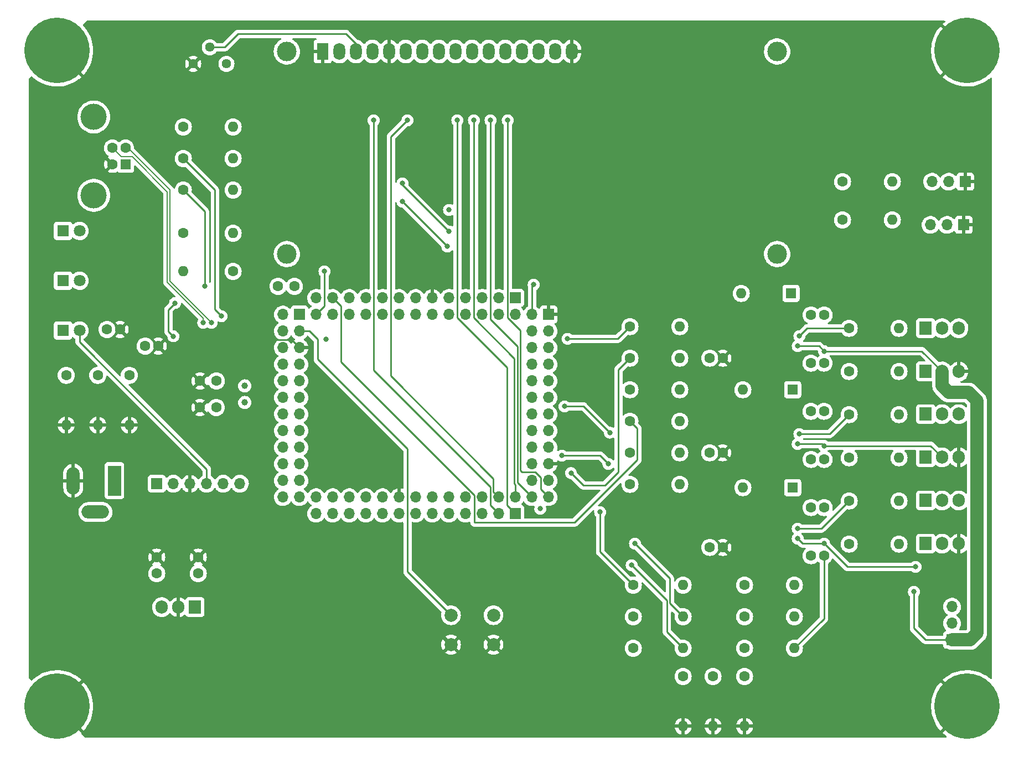
<source format=gbr>
%TF.GenerationSoftware,KiCad,Pcbnew,(6.0.7)*%
%TF.CreationDate,2022-11-12T20:07:08-06:00*%
%TF.ProjectId,Project 2,50726f6a-6563-4742-9032-2e6b69636164,rev?*%
%TF.SameCoordinates,Original*%
%TF.FileFunction,Copper,L2,Bot*%
%TF.FilePolarity,Positive*%
%FSLAX46Y46*%
G04 Gerber Fmt 4.6, Leading zero omitted, Abs format (unit mm)*
G04 Created by KiCad (PCBNEW (6.0.7)) date 2022-11-12 20:07:08*
%MOMM*%
%LPD*%
G01*
G04 APERTURE LIST*
%TA.AperFunction,ComponentPad*%
%ADD10C,1.600000*%
%TD*%
%TA.AperFunction,ComponentPad*%
%ADD11O,1.600000X1.600000*%
%TD*%
%TA.AperFunction,ComponentPad*%
%ADD12R,1.905000X2.000000*%
%TD*%
%TA.AperFunction,ComponentPad*%
%ADD13O,1.905000X2.000000*%
%TD*%
%TA.AperFunction,ComponentPad*%
%ADD14C,10.000000*%
%TD*%
%TA.AperFunction,ComponentPad*%
%ADD15R,1.800000X1.800000*%
%TD*%
%TA.AperFunction,ComponentPad*%
%ADD16C,1.800000*%
%TD*%
%TA.AperFunction,ComponentPad*%
%ADD17R,1.700000X1.700000*%
%TD*%
%TA.AperFunction,ComponentPad*%
%ADD18O,1.700000X1.700000*%
%TD*%
%TA.AperFunction,ComponentPad*%
%ADD19C,1.000000*%
%TD*%
%TA.AperFunction,ComponentPad*%
%ADD20R,1.600000X1.600000*%
%TD*%
%TA.AperFunction,ComponentPad*%
%ADD21C,4.000000*%
%TD*%
%TA.AperFunction,ComponentPad*%
%ADD22C,2.000000*%
%TD*%
%TA.AperFunction,ComponentPad*%
%ADD23C,1.440000*%
%TD*%
%TA.AperFunction,ComponentPad*%
%ADD24R,2.000000X4.600000*%
%TD*%
%TA.AperFunction,ComponentPad*%
%ADD25O,2.000000X4.200000*%
%TD*%
%TA.AperFunction,ComponentPad*%
%ADD26O,4.200000X2.000000*%
%TD*%
%TA.AperFunction,ComponentPad*%
%ADD27C,3.000000*%
%TD*%
%TA.AperFunction,ComponentPad*%
%ADD28R,1.800000X2.600000*%
%TD*%
%TA.AperFunction,ComponentPad*%
%ADD29O,1.800000X2.600000*%
%TD*%
%TA.AperFunction,ViaPad*%
%ADD30C,0.800000*%
%TD*%
%TA.AperFunction,Conductor*%
%ADD31C,0.250000*%
%TD*%
%TA.AperFunction,Conductor*%
%ADD32C,2.000000*%
%TD*%
%TA.AperFunction,Conductor*%
%ADD33C,0.200000*%
%TD*%
G04 APERTURE END LIST*
D10*
%TO.P,R29,1*%
%TO.N,Net-(D4-Pad1)*%
X84457500Y-84740343D03*
D11*
%TO.P,R29,2*%
%TO.N,GND*%
X84457500Y-92360343D03*
%TD*%
D10*
%TO.P,R22,1*%
%TO.N,11*%
X161036000Y-82113000D03*
D11*
%TO.P,R22,2*%
%TO.N,Net-(R22-Pad2)*%
X168656000Y-82113000D03*
%TD*%
D10*
%TO.P,R13,1*%
%TO.N,A4*%
X178562000Y-116840000D03*
D11*
%TO.P,R13,2*%
%TO.N,Net-(C13-Pad2)*%
X186182000Y-116840000D03*
%TD*%
%TO.P,R28,2*%
%TO.N,Net-(J4-Pad3)*%
X201168000Y-60960000D03*
D10*
%TO.P,R28,1*%
%TO.N,12*%
X193548000Y-60960000D03*
%TD*%
D12*
%TO.P,Q4,1,G*%
%TO.N,Net-(Q4-Pad1)*%
X206248000Y-97282000D03*
D13*
%TO.P,Q4,2,D*%
%TO.N,Net-(C14-Pad2)*%
X208788000Y-97282000D03*
%TO.P,Q4,3,S*%
%TO.N,GND*%
X211328000Y-97282000D03*
%TD*%
D10*
%TO.P,R21,1*%
%TO.N,5*%
X161036000Y-77287000D03*
D11*
%TO.P,R21,2*%
%TO.N,Net-(R21-Pad2)*%
X168656000Y-77287000D03*
%TD*%
D14*
%TO.P,H1,1*%
%TO.N,GND*%
X73406000Y-135382000D03*
%TD*%
D10*
%TO.P,R6,1*%
%TO.N,Net-(R6-Pad1)*%
X194564000Y-84145000D03*
D11*
%TO.P,R6,2*%
%TO.N,Net-(Q2-Pad1)*%
X202184000Y-84145000D03*
%TD*%
D12*
%TO.P,U2,1,IN*%
%TO.N,+12V*%
X94488000Y-120213000D03*
D13*
%TO.P,U2,2,GND*%
%TO.N,GND*%
X91948000Y-120213000D03*
%TO.P,U2,3,OUT*%
%TO.N,+5V*%
X89408000Y-120213000D03*
%TD*%
D10*
%TO.P,R7,1*%
%TO.N,Net-(R7-Pad1)*%
X194564000Y-90749000D03*
D11*
%TO.P,R7,2*%
%TO.N,Net-(Q3-Pad1)*%
X202184000Y-90749000D03*
%TD*%
D10*
%TO.P,C7,1*%
%TO.N,Net-(C13-Pad1)*%
X188738000Y-75509000D03*
%TO.P,C7,2*%
%TO.N,Net-(C13-Pad2)*%
X190738000Y-75509000D03*
%TD*%
D12*
%TO.P,Q2,1,G*%
%TO.N,Net-(Q2-Pad1)*%
X206248000Y-84145000D03*
D13*
%TO.P,Q2,2,D*%
%TO.N,Net-(C13-Pad2)*%
X208788000Y-84145000D03*
%TO.P,Q2,3,S*%
%TO.N,GND*%
X211328000Y-84145000D03*
%TD*%
D10*
%TO.P,C12,1*%
%TO.N,Net-(C12-Pad1)*%
X188738000Y-104973000D03*
%TO.P,C12,2*%
%TO.N,Net-(C12-Pad2)*%
X190738000Y-104973000D03*
%TD*%
D15*
%TO.P,D4,1,K*%
%TO.N,Net-(D4-Pad1)*%
X74292500Y-77882343D03*
D16*
%TO.P,D4,2,A*%
%TO.N,Tx1*%
X76832500Y-77882343D03*
%TD*%
D10*
%TO.P,C9,1*%
%TO.N,Net-(C12-Pad1)*%
X188738000Y-112339000D03*
%TO.P,C9,2*%
%TO.N,Net-(C12-Pad2)*%
X190738000Y-112339000D03*
%TD*%
%TO.P,R1,1*%
%TO.N,pin 4*%
X161544000Y-116840000D03*
D11*
%TO.P,R1,2*%
%TO.N,A4*%
X169164000Y-116840000D03*
%TD*%
D12*
%TO.P,Q5,1,G*%
%TO.N,Net-(Q5-Pad1)*%
X206248000Y-103886000D03*
D13*
%TO.P,Q5,2,D*%
%TO.N,+12V*%
X208788000Y-103886000D03*
%TO.P,Q5,3,S*%
%TO.N,Net-(C12-Pad2)*%
X211328000Y-103886000D03*
%TD*%
D10*
%TO.P,C14,1*%
%TO.N,Net-(C14-Pad1)*%
X188722000Y-90241000D03*
%TO.P,C14,2*%
%TO.N,Net-(C14-Pad2)*%
X190722000Y-90241000D03*
%TD*%
D14*
%TO.P,H4,1*%
%TO.N,GND*%
X73406000Y-35052000D03*
%TD*%
D10*
%TO.P,C13,1*%
%TO.N,Net-(C13-Pad1)*%
X188722000Y-82875000D03*
%TO.P,C13,2*%
%TO.N,Net-(C13-Pad2)*%
X190722000Y-82875000D03*
%TD*%
%TO.P,R18,1*%
%TO.N,Net-(R18-Pad1)*%
X100330000Y-68834000D03*
D11*
%TO.P,R18,2*%
%TO.N,+5V*%
X92710000Y-68834000D03*
%TD*%
D10*
%TO.P,R14,1*%
%TO.N,A2*%
X178562000Y-121666000D03*
D11*
%TO.P,R14,2*%
%TO.N,Net-(C14-Pad2)*%
X186182000Y-121666000D03*
%TD*%
D10*
%TO.P,C3,1*%
%TO.N,+5V*%
X81042000Y-77724000D03*
%TO.P,C3,2*%
%TO.N,GND*%
X83042000Y-77724000D03*
%TD*%
%TO.P,C1,1*%
%TO.N,+12V*%
X94996000Y-115062000D03*
%TO.P,C1,2*%
%TO.N,GND*%
X94996000Y-112562000D03*
%TD*%
%TO.P,R20,1*%
%TO.N,Net-(R20-Pad1)*%
X92710000Y-56388000D03*
D11*
%TO.P,R20,2*%
%TO.N,Tx*%
X100330000Y-56388000D03*
%TD*%
D10*
%TO.P,C10,1*%
%TO.N,Clk1*%
X97770000Y-85598000D03*
%TO.P,C10,2*%
%TO.N,GND*%
X95270000Y-85598000D03*
%TD*%
%TO.P,R11,1*%
%TO.N,A2*%
X173736000Y-130810000D03*
D11*
%TO.P,R11,2*%
%TO.N,GND*%
X173736000Y-138430000D03*
%TD*%
D15*
%TO.P,D6,1,K*%
%TO.N,Net-(D6-Pad1)*%
X74292500Y-62642343D03*
D16*
%TO.P,D6,2,A*%
%TO.N,Tx*%
X76832500Y-62642343D03*
%TD*%
D10*
%TO.P,R19,1*%
%TO.N,Net-(R19-Pad1)*%
X92710000Y-51562000D03*
D11*
%TO.P,R19,2*%
%TO.N,Rx*%
X100330000Y-51562000D03*
%TD*%
D10*
%TO.P,R10,1*%
%TO.N,Net-(R10-Pad1)*%
X194564000Y-110561000D03*
D11*
%TO.P,R10,2*%
%TO.N,Net-(Q6-Pad1)*%
X202184000Y-110561000D03*
%TD*%
D17*
%TO.P,J5,1,Pin_1*%
%TO.N,unconnected-(J5-Pad1)*%
X88671000Y-101321000D03*
D18*
%TO.P,J5,2,Pin_2*%
%TO.N,+5V*%
X91211000Y-101321000D03*
%TO.P,J5,3,Pin_3*%
%TO.N,GND*%
X93751000Y-101321000D03*
%TO.P,J5,4,Pin_4*%
%TO.N,Tx1*%
X96291000Y-101321000D03*
%TO.P,J5,5,Pin_5*%
%TO.N,Rx1*%
X98831000Y-101321000D03*
%TO.P,J5,6,Pin_6*%
%TO.N,unconnected-(J5-Pad6)*%
X101371000Y-101321000D03*
%TD*%
D19*
%TO.P,Y1,1,1*%
%TO.N,Clk2*%
X102108000Y-88900000D03*
%TO.P,Y1,2,2*%
%TO.N,Clk1*%
X102108000Y-86360000D03*
%TD*%
D10*
%TO.P,R24,1*%
%TO.N,10*%
X161036000Y-91765000D03*
D11*
%TO.P,R24,2*%
%TO.N,Net-(R24-Pad2)*%
X168656000Y-91765000D03*
%TD*%
D10*
%TO.P,R3,1*%
%TO.N,pin 4*%
X161544000Y-126492000D03*
D11*
%TO.P,R3,2*%
%TO.N,A3*%
X169164000Y-126492000D03*
%TD*%
D10*
%TO.P,C16,1*%
%TO.N,Net-(C16-Pad1)*%
X107208000Y-71120000D03*
%TO.P,C16,2*%
%TO.N,Reset*%
X109708000Y-71120000D03*
%TD*%
D20*
%TO.P,D3,1,K*%
%TO.N,Net-(C12-Pad1)*%
X185928000Y-101925000D03*
D11*
%TO.P,D3,2,A*%
%TO.N,+12V*%
X178308000Y-101925000D03*
%TD*%
D10*
%TO.P,R4,1*%
%TO.N,A4*%
X169164000Y-130810000D03*
D11*
%TO.P,R4,2*%
%TO.N,GND*%
X169164000Y-138430000D03*
%TD*%
D17*
%TO.P,J4,1,Pin_1*%
%TO.N,GND*%
X212090000Y-61722000D03*
D18*
%TO.P,J4,2,Pin_2*%
%TO.N,+5V*%
X209550000Y-61722000D03*
%TO.P,J4,3,Pin_3*%
%TO.N,Net-(J4-Pad3)*%
X207010000Y-61722000D03*
%TD*%
D10*
%TO.P,R16,1*%
%TO.N,+5V*%
X92710000Y-46736000D03*
D11*
%TO.P,R16,2*%
%TO.N,Net-(J6-Pad15)*%
X100330000Y-46736000D03*
%TD*%
D10*
%TO.P,R8,1*%
%TO.N,Net-(R8-Pad1)*%
X194564000Y-97353000D03*
D11*
%TO.P,R8,2*%
%TO.N,Net-(Q4-Pad1)*%
X202184000Y-97353000D03*
%TD*%
D10*
%TO.P,R2,1*%
%TO.N,pin 4*%
X161544000Y-121666000D03*
D11*
%TO.P,R2,2*%
%TO.N,A2*%
X169164000Y-121666000D03*
%TD*%
D17*
%TO.P,J3,1,Pin_1*%
%TO.N,Net-(C13-Pad2)*%
X210312000Y-125222000D03*
D18*
%TO.P,J3,2,Pin_2*%
%TO.N,Net-(C14-Pad2)*%
X210312000Y-122682000D03*
%TO.P,J3,3,Pin_3*%
%TO.N,Net-(C12-Pad2)*%
X210312000Y-120142000D03*
%TD*%
D15*
%TO.P,D5,1,K*%
%TO.N,Net-(D5-Pad1)*%
X74292500Y-70262343D03*
D16*
%TO.P,D5,2,A*%
%TO.N,+5V*%
X76832500Y-70262343D03*
%TD*%
D10*
%TO.P,C4,1*%
%TO.N,+12V*%
X173244000Y-82113000D03*
%TO.P,C4,2*%
%TO.N,GND*%
X175244000Y-82113000D03*
%TD*%
%TO.P,C11,1*%
%TO.N,Clk2*%
X97750000Y-89662000D03*
%TO.P,C11,2*%
%TO.N,GND*%
X95250000Y-89662000D03*
%TD*%
%TO.P,C15,1*%
%TO.N,Net-(C15-Pad1)*%
X86884000Y-80264000D03*
%TO.P,C15,2*%
%TO.N,GND*%
X88884000Y-80264000D03*
%TD*%
%TO.P,R26,1*%
%TO.N,9*%
X161036000Y-101417000D03*
D11*
%TO.P,R26,2*%
%TO.N,Net-(R26-Pad2)*%
X168656000Y-101417000D03*
%TD*%
D20*
%TO.P,J1,1,VBUS*%
%TO.N,+5V*%
X83879000Y-52462343D03*
D10*
%TO.P,J1,2,D-*%
%TO.N,D-*%
X83879000Y-49962343D03*
%TO.P,J1,3,D+*%
%TO.N,D+*%
X81879000Y-49962343D03*
%TO.P,J1,4,GND*%
%TO.N,GND*%
X81879000Y-52462343D03*
D21*
%TO.P,J1,5,Shield*%
%TO.N,unconnected-(J1-Pad5)*%
X79019000Y-45212343D03*
X79019000Y-57212343D03*
%TD*%
D22*
%TO.P,SW1,1,1*%
%TO.N,Reset*%
X133656000Y-121448000D03*
X140156000Y-121448000D03*
%TO.P,SW1,2,2*%
%TO.N,GND*%
X140156000Y-125948000D03*
X133656000Y-125948000D03*
%TD*%
D10*
%TO.P,R30,1*%
%TO.N,Net-(D5-Pad1)*%
X79631500Y-84740343D03*
D11*
%TO.P,R30,2*%
%TO.N,GND*%
X79631500Y-92360343D03*
%TD*%
D23*
%TO.P,RV1,1,1*%
%TO.N,+5V*%
X99314000Y-37084000D03*
%TO.P,RV1,2,2*%
%TO.N,Net-(J6-Pad3)*%
X96774000Y-34544000D03*
%TO.P,RV1,3,3*%
%TO.N,GND*%
X94234000Y-37084000D03*
%TD*%
D10*
%TO.P,R9,1*%
%TO.N,Net-(R9-Pad1)*%
X194564000Y-103957000D03*
D11*
%TO.P,R9,2*%
%TO.N,Net-(Q5-Pad1)*%
X202184000Y-103957000D03*
%TD*%
D17*
%TO.P,U1,1,PG5*%
%TO.N,4*%
X143510000Y-72898000D03*
D18*
%TO.P,U1,2,PE0*%
%TO.N,Rx*%
X143510000Y-75438000D03*
%TO.P,U1,3,PE1*%
%TO.N,Tx*%
X140970000Y-72898000D03*
%TO.P,U1,4,PE2*%
%TO.N,pin 4*%
X140970000Y-75438000D03*
%TO.P,U1,5,PE3*%
%TO.N,5*%
X138430000Y-72898000D03*
%TO.P,U1,6,PE4*%
%TO.N,unconnected-(U1-Pad6)*%
X138430000Y-75438000D03*
%TO.P,U1,7,PE5*%
%TO.N,3*%
X135890000Y-72898000D03*
%TO.P,U1,8,PE6*%
%TO.N,unconnected-(U1-Pad8)*%
X135890000Y-75438000D03*
%TO.P,U1,9,PE7*%
%TO.N,unconnected-(U1-Pad9)*%
X133350000Y-72898000D03*
%TO.P,U1,10,VCC*%
%TO.N,+5V*%
X133350000Y-75438000D03*
%TO.P,U1,11,GND*%
%TO.N,GND*%
X130810000Y-72898000D03*
%TO.P,U1,12,PH0*%
%TO.N,unconnected-(U1-Pad12)*%
X130810000Y-75438000D03*
%TO.P,U1,13,PH1*%
%TO.N,unconnected-(U1-Pad13)*%
X128270000Y-72898000D03*
%TO.P,U1,14,PH2*%
%TO.N,unconnected-(U1-Pad14)*%
X128270000Y-75438000D03*
%TO.P,U1,15,PH3*%
%TO.N,unconnected-(U1-Pad15)*%
X125730000Y-72898000D03*
%TO.P,U1,16,PH4*%
%TO.N,unconnected-(U1-Pad16)*%
X125730000Y-75438000D03*
%TO.P,U1,17,PH5*%
%TO.N,unconnected-(U1-Pad17)*%
X123190000Y-72898000D03*
%TO.P,U1,18,PH6*%
%TO.N,9*%
X123190000Y-75438000D03*
%TO.P,U1,19,PB0*%
%TO.N,unconnected-(U1-Pad19)*%
X120650000Y-72898000D03*
%TO.P,U1,20,PB1*%
%TO.N,unconnected-(U1-Pad20)*%
X120650000Y-75438000D03*
%TO.P,U1,21,PB2*%
%TO.N,unconnected-(U1-Pad21)*%
X118110000Y-72898000D03*
%TO.P,U1,22,PB3*%
%TO.N,unconnected-(U1-Pad22)*%
X118110000Y-75438000D03*
%TO.P,U1,23,PB4*%
%TO.N,10*%
X115570000Y-72898000D03*
%TO.P,U1,24,PB5*%
%TO.N,11*%
X115570000Y-75438000D03*
%TO.P,U1,25,PB6*%
%TO.N,12*%
X113030000Y-72898000D03*
%TO.P,U1,26,PB7*%
%TO.N,13*%
X113030000Y-75438000D03*
%TO.P,U1,27,PH7*%
%TO.N,unconnected-(U1-Pad27)*%
X107950000Y-75438000D03*
D17*
%TO.P,U1,28,PG3*%
%TO.N,unconnected-(U1-Pad28)*%
X110490000Y-75438000D03*
D18*
%TO.P,U1,29,PG4*%
%TO.N,unconnected-(U1-Pad29)*%
X107950000Y-77978000D03*
%TO.P,U1,30,~{RESET}*%
%TO.N,Reset*%
X110490000Y-77978000D03*
%TO.P,U1,31,VCC*%
%TO.N,+5V*%
X107950000Y-80518000D03*
%TO.P,U1,32,GND*%
%TO.N,GND*%
X110490000Y-80518000D03*
%TO.P,U1,33,XTAL2*%
%TO.N,Clk2*%
X107950000Y-83058000D03*
%TO.P,U1,34,XTAL1*%
%TO.N,Clk1*%
X110490000Y-83058000D03*
%TO.P,U1,35,PL0*%
%TO.N,unconnected-(U1-Pad35)*%
X107950000Y-85598000D03*
%TO.P,U1,36,PL1*%
%TO.N,unconnected-(U1-Pad36)*%
X110490000Y-85598000D03*
%TO.P,U1,37,PL2*%
%TO.N,unconnected-(U1-Pad37)*%
X107950000Y-88138000D03*
%TO.P,U1,38,PL3*%
%TO.N,unconnected-(U1-Pad38)*%
X110490000Y-88138000D03*
%TO.P,U1,39,PL4*%
%TO.N,unconnected-(U1-Pad39)*%
X107950000Y-90678000D03*
%TO.P,U1,40,PL5*%
%TO.N,unconnected-(U1-Pad40)*%
X110490000Y-90678000D03*
%TO.P,U1,41,PL6*%
%TO.N,unconnected-(U1-Pad41)*%
X107950000Y-93218000D03*
%TO.P,U1,42,PL7*%
%TO.N,unconnected-(U1-Pad42)*%
X110490000Y-93218000D03*
%TO.P,U1,43,PD0*%
%TO.N,unconnected-(U1-Pad43)*%
X107950000Y-95758000D03*
%TO.P,U1,44,PD1*%
%TO.N,unconnected-(U1-Pad44)*%
X110490000Y-95758000D03*
%TO.P,U1,45,PD2*%
%TO.N,Tx1*%
X107950000Y-98298000D03*
%TO.P,U1,46,PD3*%
%TO.N,Rx1*%
X110490000Y-98298000D03*
%TO.P,U1,47,PD4*%
%TO.N,unconnected-(U1-Pad47)*%
X107950000Y-100838000D03*
%TO.P,U1,48,PD5*%
%TO.N,unconnected-(U1-Pad48)*%
X110490000Y-100838000D03*
%TO.P,U1,49,PD6*%
%TO.N,unconnected-(U1-Pad49)*%
X107950000Y-103378000D03*
%TO.P,U1,50,PD7*%
%TO.N,unconnected-(U1-Pad50)*%
X110490000Y-103378000D03*
%TO.P,U1,51,PG0*%
%TO.N,unconnected-(U1-Pad51)*%
X113030000Y-105918000D03*
%TO.P,U1,52,PG1*%
%TO.N,unconnected-(U1-Pad52)*%
X113030000Y-103378000D03*
%TO.P,U1,53,PC0*%
%TO.N,unconnected-(U1-Pad53)*%
X115570000Y-105918000D03*
%TO.P,U1,54,PC1*%
%TO.N,unconnected-(U1-Pad54)*%
X115570000Y-103378000D03*
%TO.P,U1,55,PC2*%
%TO.N,unconnected-(U1-Pad55)*%
X118110000Y-105918000D03*
%TO.P,U1,56,PC3*%
%TO.N,unconnected-(U1-Pad56)*%
X118110000Y-103378000D03*
%TO.P,U1,57,PC4*%
%TO.N,unconnected-(U1-Pad57)*%
X120650000Y-105918000D03*
%TO.P,U1,58,PC5*%
%TO.N,unconnected-(U1-Pad58)*%
X120650000Y-103378000D03*
%TO.P,U1,59,PC6*%
%TO.N,unconnected-(U1-Pad59)*%
X123190000Y-105918000D03*
%TO.P,U1,60,PC7*%
%TO.N,unconnected-(U1-Pad60)*%
X123190000Y-103378000D03*
%TO.P,U1,61,VCC*%
%TO.N,+5V*%
X125730000Y-105918000D03*
%TO.P,U1,62,GND*%
%TO.N,GND*%
X125730000Y-103378000D03*
%TO.P,U1,63,PJ0*%
%TO.N,unconnected-(U1-Pad63)*%
X128270000Y-105918000D03*
%TO.P,U1,64,PJ1*%
%TO.N,unconnected-(U1-Pad64)*%
X128270000Y-103378000D03*
%TO.P,U1,65,PJ2*%
%TO.N,unconnected-(U1-Pad65)*%
X130810000Y-105918000D03*
%TO.P,U1,66,PJ3*%
%TO.N,unconnected-(U1-Pad66)*%
X130810000Y-103378000D03*
%TO.P,U1,67,PJ4*%
%TO.N,unconnected-(U1-Pad67)*%
X133350000Y-105918000D03*
%TO.P,U1,68,PJ5*%
%TO.N,unconnected-(U1-Pad68)*%
X133350000Y-103378000D03*
%TO.P,U1,69,PJ6*%
%TO.N,unconnected-(U1-Pad69)*%
X135890000Y-105918000D03*
%TO.P,U1,70,PG2*%
%TO.N,unconnected-(U1-Pad70)*%
X135890000Y-103378000D03*
%TO.P,U1,71,PA7*%
%TO.N,unconnected-(U1-Pad71)*%
X138430000Y-105918000D03*
%TO.P,U1,72,PA6*%
%TO.N,unconnected-(U1-Pad72)*%
X138430000Y-103378000D03*
%TO.P,U1,73,PA5*%
%TO.N,27*%
X140970000Y-105918000D03*
%TO.P,U1,74,PA4*%
%TO.N,26*%
X140970000Y-103378000D03*
D17*
%TO.P,U1,75,PA3*%
%TO.N,25*%
X143510000Y-105918000D03*
D18*
%TO.P,U1,76,PA2*%
%TO.N,24*%
X143510000Y-103378000D03*
%TO.P,U1,77,PA1*%
%TO.N,23*%
X148590000Y-103378000D03*
%TO.P,U1,78,PA0*%
%TO.N,22*%
X146050000Y-103378000D03*
%TO.P,U1,79,PJ7*%
%TO.N,unconnected-(U1-Pad79)*%
X148590000Y-100838000D03*
%TO.P,U1,80,VCC*%
%TO.N,+5V*%
X146050000Y-100838000D03*
%TO.P,U1,81,GND*%
%TO.N,GND*%
X148590000Y-98298000D03*
%TO.P,U1,82,PK7*%
%TO.N,unconnected-(U1-Pad82)*%
X146050000Y-98298000D03*
%TO.P,U1,83,PK6*%
%TO.N,unconnected-(U1-Pad83)*%
X148590000Y-95758000D03*
%TO.P,U1,84,PK5*%
%TO.N,unconnected-(U1-Pad84)*%
X146050000Y-95758000D03*
%TO.P,U1,85,PK4*%
%TO.N,unconnected-(U1-Pad85)*%
X148590000Y-93218000D03*
%TO.P,U1,86,PK3*%
%TO.N,unconnected-(U1-Pad86)*%
X146050000Y-93218000D03*
%TO.P,U1,87,PK2*%
%TO.N,unconnected-(U1-Pad87)*%
X148590000Y-90678000D03*
%TO.P,U1,88,PK1*%
%TO.N,unconnected-(U1-Pad88)*%
X146050000Y-90678000D03*
%TO.P,U1,89,PK0*%
%TO.N,unconnected-(U1-Pad89)*%
X148590000Y-88138000D03*
%TO.P,U1,90,PF7*%
%TO.N,unconnected-(U1-Pad90)*%
X146050000Y-88138000D03*
%TO.P,U1,91,PF6*%
%TO.N,unconnected-(U1-Pad91)*%
X148590000Y-85598000D03*
%TO.P,U1,92,PF5*%
%TO.N,unconnected-(U1-Pad92)*%
X146050000Y-85598000D03*
%TO.P,U1,93,PF4*%
%TO.N,A4*%
X148590000Y-83058000D03*
%TO.P,U1,94,PF3*%
%TO.N,A3*%
X146050000Y-83058000D03*
%TO.P,U1,95,PF2*%
%TO.N,A2*%
X148590000Y-80518000D03*
%TO.P,U1,96,PF1*%
%TO.N,unconnected-(U1-Pad96)*%
X146050000Y-80518000D03*
%TO.P,U1,97,PF0*%
%TO.N,unconnected-(U1-Pad97)*%
X148590000Y-77978000D03*
%TO.P,U1,98,AREF*%
%TO.N,unconnected-(U1-Pad98)*%
X146050000Y-77978000D03*
D17*
%TO.P,U1,99,GND*%
%TO.N,GND*%
X148590000Y-75438000D03*
D18*
%TO.P,U1,100,AVCC*%
%TO.N,+5V*%
X146050000Y-75438000D03*
%TD*%
D14*
%TO.P,H2,1*%
%TO.N,GND*%
X212598000Y-135382000D03*
%TD*%
D10*
%TO.P,R15,1*%
%TO.N,A3*%
X178562000Y-126492000D03*
D11*
%TO.P,R15,2*%
%TO.N,Net-(C12-Pad2)*%
X186182000Y-126492000D03*
%TD*%
D17*
%TO.P,J7,1,Pin_1*%
%TO.N,GND*%
X212329000Y-55118000D03*
D18*
%TO.P,J7,2,Pin_2*%
%TO.N,+5V*%
X209789000Y-55118000D03*
%TO.P,J7,3,Pin_3*%
%TO.N,Net-(J7-Pad3)*%
X207249000Y-55118000D03*
%TD*%
D10*
%TO.P,C8,1*%
%TO.N,Net-(C14-Pad1)*%
X188738000Y-97607000D03*
%TO.P,C8,2*%
%TO.N,Net-(C14-Pad2)*%
X190738000Y-97607000D03*
%TD*%
D12*
%TO.P,Q3,1,G*%
%TO.N,Net-(Q3-Pad1)*%
X206248000Y-90678000D03*
D13*
%TO.P,Q3,2,D*%
%TO.N,+12V*%
X208788000Y-90678000D03*
%TO.P,Q3,3,S*%
%TO.N,Net-(C14-Pad2)*%
X211328000Y-90678000D03*
%TD*%
D12*
%TO.P,Q1,1,G*%
%TO.N,Net-(Q1-Pad1)*%
X206248000Y-77541000D03*
D13*
%TO.P,Q1,2,D*%
%TO.N,+12V*%
X208788000Y-77541000D03*
%TO.P,Q1,3,S*%
%TO.N,Net-(C13-Pad2)*%
X211328000Y-77541000D03*
%TD*%
D10*
%TO.P,C6,1*%
%TO.N,+12V*%
X173228000Y-96591000D03*
%TO.P,C6,2*%
%TO.N,GND*%
X175228000Y-96591000D03*
%TD*%
D12*
%TO.P,Q6,1,G*%
%TO.N,Net-(Q6-Pad1)*%
X206248000Y-110490000D03*
D13*
%TO.P,Q6,2,D*%
%TO.N,Net-(C12-Pad2)*%
X208788000Y-110490000D03*
%TO.P,Q6,3,S*%
%TO.N,GND*%
X211328000Y-110490000D03*
%TD*%
D11*
%TO.P,R27,2*%
%TO.N,Net-(J7-Pad3)*%
X201168000Y-55118000D03*
D10*
%TO.P,R27,1*%
%TO.N,13*%
X193548000Y-55118000D03*
%TD*%
%TO.P,R12,1*%
%TO.N,A3*%
X178562000Y-130810000D03*
D11*
%TO.P,R12,2*%
%TO.N,GND*%
X178562000Y-138430000D03*
%TD*%
D10*
%TO.P,R25,1*%
%TO.N,3*%
X161036000Y-96591000D03*
D11*
%TO.P,R25,2*%
%TO.N,Net-(R25-Pad2)*%
X168656000Y-96591000D03*
%TD*%
D10*
%TO.P,R17,1*%
%TO.N,+5V*%
X92710000Y-62992000D03*
D11*
%TO.P,R17,2*%
%TO.N,Reset*%
X100330000Y-62992000D03*
%TD*%
D24*
%TO.P,J2,1*%
%TO.N,+12V*%
X82171500Y-100854343D03*
D25*
%TO.P,J2,2*%
%TO.N,GND*%
X75871500Y-100854343D03*
D26*
%TO.P,J2,3*%
%TO.N,N/C*%
X79271500Y-105654343D03*
%TD*%
D10*
%TO.P,C2,1*%
%TO.N,+5V*%
X88646000Y-115062000D03*
%TO.P,C2,2*%
%TO.N,GND*%
X88646000Y-112562000D03*
%TD*%
%TO.P,R23,1*%
%TO.N,4*%
X161036000Y-86939000D03*
D11*
%TO.P,R23,2*%
%TO.N,Net-(R23-Pad2)*%
X168656000Y-86939000D03*
%TD*%
D20*
%TO.P,D1,1,K*%
%TO.N,Net-(C13-Pad1)*%
X185674000Y-72207000D03*
D11*
%TO.P,D1,2,A*%
%TO.N,+12V*%
X178054000Y-72207000D03*
%TD*%
D27*
%TO.P,J6,*%
%TO.N,*%
X183549480Y-66189200D03*
X108550900Y-66189200D03*
X108550900Y-35188500D03*
X183550000Y-35188500D03*
D28*
%TO.P,J6,1,Pin_1*%
%TO.N,GND*%
X114050000Y-35188500D03*
D29*
%TO.P,J6,2,Pin_2*%
%TO.N,+5V*%
X116590000Y-35188500D03*
%TO.P,J6,3,Pin_3*%
%TO.N,Net-(J6-Pad3)*%
X119130000Y-35188500D03*
%TO.P,J6,4,Pin_4*%
%TO.N,27*%
X121670000Y-35188500D03*
%TO.P,J6,5,Pin_5*%
%TO.N,GND*%
X124210000Y-35188500D03*
%TO.P,J6,6,Pin_6*%
%TO.N,26*%
X126750000Y-35188500D03*
%TO.P,J6,7,Pin_7*%
%TO.N,unconnected-(J6-Pad7)*%
X129290000Y-35188500D03*
%TO.P,J6,8,Pin_8*%
%TO.N,unconnected-(J6-Pad8)*%
X131830000Y-35188500D03*
%TO.P,J6,9,Pin_9*%
%TO.N,unconnected-(J6-Pad9)*%
X134370000Y-35188500D03*
%TO.P,J6,10,Pin_10*%
%TO.N,unconnected-(J6-Pad10)*%
X136910000Y-35188500D03*
%TO.P,J6,11,Pin_11*%
%TO.N,25*%
X139450000Y-35188500D03*
%TO.P,J6,12,Pin_12*%
%TO.N,24*%
X141990000Y-35188500D03*
%TO.P,J6,13,Pin_13*%
%TO.N,23*%
X144530000Y-35188500D03*
%TO.P,J6,14,Pin_14*%
%TO.N,22*%
X147070000Y-35188500D03*
%TO.P,J6,15,Pin_15*%
%TO.N,Net-(J6-Pad15)*%
X149610000Y-35188500D03*
%TO.P,J6,16,Pin_16*%
%TO.N,GND*%
X152150000Y-35188500D03*
%TD*%
D10*
%TO.P,R31,1*%
%TO.N,Net-(D6-Pad1)*%
X74805500Y-84740343D03*
D11*
%TO.P,R31,2*%
%TO.N,GND*%
X74805500Y-92360343D03*
%TD*%
D20*
%TO.P,D2,1,K*%
%TO.N,Net-(C14-Pad1)*%
X185928000Y-86939000D03*
D11*
%TO.P,D2,2,A*%
%TO.N,+12V*%
X178308000Y-86939000D03*
%TD*%
D14*
%TO.P,H3,1*%
%TO.N,GND*%
X212598000Y-35052000D03*
%TD*%
D10*
%TO.P,R5,1*%
%TO.N,Net-(R5-Pad1)*%
X194564000Y-77541000D03*
D11*
%TO.P,R5,2*%
%TO.N,Net-(Q1-Pad1)*%
X202184000Y-77541000D03*
%TD*%
D10*
%TO.P,C5,1*%
%TO.N,+12V*%
X173244000Y-111069000D03*
%TO.P,C5,2*%
%TO.N,GND*%
X175244000Y-111069000D03*
%TD*%
D30*
%TO.N,GND*%
X100203000Y-80665000D03*
X151130000Y-105664000D03*
X151130000Y-109220000D03*
X132080000Y-57658000D03*
%TO.N,+5V*%
X133350000Y-59436000D03*
X114554000Y-79248000D03*
X147320000Y-105156000D03*
X146304000Y-70866000D03*
%TO.N,Net-(C13-Pad2)*%
X190738000Y-81042000D03*
X204470000Y-117856000D03*
X186690000Y-80264000D03*
%TO.N,Net-(C14-Pad2)*%
X186690000Y-95250000D03*
X190722000Y-95536000D03*
%TO.N,Net-(C12-Pad2)*%
X204724000Y-114046000D03*
X190738000Y-110490000D03*
X186690000Y-109728000D03*
%TO.N,D-*%
X97028000Y-76708000D03*
%TO.N,D+*%
X95758000Y-76708000D03*
%TO.N,11*%
X152019000Y-99695000D03*
%TO.N,27*%
X121825000Y-45720000D03*
%TO.N,26*%
X127000000Y-45720000D03*
%TO.N,25*%
X134620000Y-45720000D03*
%TO.N,24*%
X137160000Y-45720000D03*
%TO.N,23*%
X142335000Y-45720000D03*
%TO.N,22*%
X139700000Y-45720000D03*
%TO.N,13*%
X114300000Y-68834000D03*
%TO.N,A2*%
X161798000Y-110490000D03*
%TO.N,A3*%
X161290000Y-113792000D03*
%TO.N,Net-(R5-Pad1)*%
X186944000Y-78740000D03*
%TO.N,Net-(R7-Pad1)*%
X186944000Y-93726000D03*
%TO.N,Net-(R9-Pad1)*%
X186690000Y-108204000D03*
%TO.N,Net-(R18-Pad1)*%
X91440000Y-73688843D03*
X91186000Y-78768843D03*
%TO.N,Net-(R19-Pad1)*%
X98552000Y-75692000D03*
%TO.N,Rx*%
X126238000Y-55372000D03*
X133350000Y-62738000D03*
%TO.N,Net-(R20-Pad1)*%
X96012000Y-71120000D03*
%TO.N,Tx*%
X133096000Y-65024000D03*
X126238000Y-58166000D03*
%TO.N,5*%
X151479000Y-79153000D03*
%TO.N,3*%
X151035000Y-89503000D03*
X157952500Y-93507500D03*
%TO.N,9*%
X150617722Y-97032278D03*
X157734000Y-98298000D03*
%TO.N,pin 4*%
X156464000Y-105664000D03*
%TD*%
D31*
%TO.N,Reset*%
X113284000Y-79248000D02*
X112014000Y-77978000D01*
X113284000Y-82296000D02*
X113284000Y-79248000D01*
X127000000Y-96012000D02*
X113284000Y-82296000D01*
X127000000Y-114792000D02*
X127000000Y-96012000D01*
X112014000Y-77978000D02*
X110490000Y-77978000D01*
X133656000Y-121448000D02*
X127000000Y-114792000D01*
%TO.N,GND*%
X110490000Y-80518000D02*
X109315000Y-79343000D01*
X101525000Y-79343000D02*
X100203000Y-80665000D01*
X109315000Y-79343000D02*
X101525000Y-79343000D01*
%TO.N,+5V*%
X146050000Y-71120000D02*
X146050000Y-75438000D01*
X146304000Y-70866000D02*
X146050000Y-71120000D01*
D32*
%TO.N,Net-(C13-Pad2)*%
X212852000Y-87376000D02*
X214122000Y-88646000D01*
X208788000Y-86360000D02*
X209804000Y-87376000D01*
D31*
X190738000Y-81042000D02*
X205685000Y-81042000D01*
D32*
X214122000Y-124206000D02*
X213106000Y-125222000D01*
D31*
X189960000Y-80264000D02*
X186690000Y-80264000D01*
X190738000Y-81042000D02*
X189960000Y-80264000D01*
D32*
X209804000Y-87376000D02*
X212852000Y-87376000D01*
D31*
X205685000Y-81042000D02*
X208788000Y-84145000D01*
D32*
X214122000Y-88646000D02*
X214122000Y-124206000D01*
D31*
X206248000Y-125222000D02*
X210312000Y-125222000D01*
D32*
X208788000Y-84145000D02*
X208788000Y-86360000D01*
D31*
X204470000Y-123444000D02*
X206248000Y-125222000D01*
D32*
X213106000Y-125222000D02*
X210312000Y-125222000D01*
D31*
X204470000Y-117856000D02*
X204470000Y-123444000D01*
%TO.N,Net-(C14-Pad2)*%
X207042000Y-95536000D02*
X208788000Y-97282000D01*
X190722000Y-95536000D02*
X190436000Y-95250000D01*
X190722000Y-95536000D02*
X207042000Y-95536000D01*
X190436000Y-95250000D02*
X186690000Y-95250000D01*
%TO.N,Net-(C12-Pad2)*%
X190738000Y-121936000D02*
X186182000Y-126492000D01*
X187452000Y-110490000D02*
X186690000Y-109728000D01*
X190738000Y-110490000D02*
X194294000Y-114046000D01*
X190738000Y-112339000D02*
X190738000Y-121936000D01*
X194294000Y-114046000D02*
X204724000Y-114046000D01*
X190738000Y-110490000D02*
X187452000Y-110490000D01*
D33*
%TO.N,D-*%
X83879000Y-49962343D02*
X84252343Y-49962343D01*
X90678000Y-70358000D02*
X97028000Y-76708000D01*
X84252343Y-49962343D02*
X90678000Y-56388000D01*
X90678000Y-56388000D02*
X90678000Y-70358000D01*
%TO.N,D+*%
X90278000Y-56661343D02*
X84924657Y-51308000D01*
X95758000Y-76708000D02*
X95758000Y-76003686D01*
X90278000Y-70523686D02*
X90278000Y-56661343D01*
X95758000Y-76003686D02*
X90278000Y-70523686D01*
X83224657Y-51308000D02*
X81879000Y-49962343D01*
X84924657Y-51308000D02*
X83224657Y-51308000D01*
D31*
%TO.N,11*%
X152019000Y-99695000D02*
X153924000Y-101600000D01*
X157226000Y-101600000D02*
X159258000Y-99568000D01*
X159258000Y-99568000D02*
X159258000Y-83891000D01*
X159258000Y-83891000D02*
X161036000Y-82113000D01*
X153924000Y-101600000D02*
X157226000Y-101600000D01*
%TO.N,Tx1*%
X76832500Y-77882343D02*
X76832500Y-79626500D01*
X96291000Y-99085000D02*
X96291000Y-101321000D01*
X76832500Y-79626500D02*
X96291000Y-99085000D01*
%TO.N,Net-(J6-Pad3)*%
X119130000Y-34040000D02*
X117602000Y-32512000D01*
X119130000Y-35188500D02*
X119130000Y-34040000D01*
X99060000Y-34544000D02*
X96774000Y-34544000D01*
X117602000Y-32512000D02*
X101092000Y-32512000D01*
X101092000Y-32512000D02*
X99060000Y-34544000D01*
%TO.N,27*%
X139700000Y-101854000D02*
X139700000Y-104648000D01*
X139700000Y-104648000D02*
X140970000Y-105918000D01*
X121825000Y-83979000D02*
X139700000Y-101854000D01*
X121825000Y-45720000D02*
X121825000Y-83979000D01*
%TO.N,26*%
X140150000Y-100526000D02*
X140150000Y-102558000D01*
X124460000Y-84836000D02*
X140150000Y-100526000D01*
X124460000Y-48260000D02*
X124460000Y-84836000D01*
X127000000Y-45720000D02*
X124460000Y-48260000D01*
X140150000Y-102558000D02*
X140970000Y-103378000D01*
%TO.N,25*%
X142235722Y-83561722D02*
X142235722Y-104643722D01*
X134620000Y-75946000D02*
X142235722Y-83561722D01*
X142235722Y-104643722D02*
X143510000Y-105918000D01*
X134620000Y-45720000D02*
X134620000Y-75946000D01*
%TO.N,24*%
X143510000Y-101474396D02*
X143510000Y-103378000D01*
X137160000Y-45720000D02*
X137160000Y-75946000D01*
X137160000Y-75946000D02*
X143372000Y-82158000D01*
X143372000Y-82158000D02*
X143372000Y-101336396D01*
X143372000Y-101336396D02*
X143510000Y-101474396D01*
%TO.N,23*%
X142335000Y-75924701D02*
X144272000Y-77861701D01*
X144526000Y-99568000D02*
X146558000Y-99568000D01*
X144272000Y-77861701D02*
X144272000Y-99314000D01*
X146558000Y-99568000D02*
X147415000Y-100425000D01*
X144272000Y-99314000D02*
X144526000Y-99568000D01*
X147415000Y-100425000D02*
X147415000Y-102203000D01*
X142335000Y-45720000D02*
X142335000Y-75924701D01*
X147415000Y-102203000D02*
X148590000Y-103378000D01*
%TO.N,22*%
X139700000Y-76200000D02*
X143822000Y-80322000D01*
X143822000Y-101150000D02*
X146050000Y-103378000D01*
X143822000Y-80322000D02*
X143822000Y-101150000D01*
X139700000Y-45720000D02*
X139700000Y-76200000D01*
%TO.N,13*%
X114300000Y-74168000D02*
X113030000Y-75438000D01*
X114300000Y-68834000D02*
X114300000Y-74168000D01*
%TO.N,A2*%
X167132000Y-115824000D02*
X167132000Y-119634000D01*
X167132000Y-119634000D02*
X169164000Y-121666000D01*
X161798000Y-110490000D02*
X167132000Y-115824000D01*
%TO.N,A3*%
X166682000Y-119184000D02*
X166682000Y-124010000D01*
X166682000Y-124010000D02*
X169164000Y-126492000D01*
X161290000Y-113792000D02*
X166682000Y-119184000D01*
%TO.N,Net-(R5-Pad1)*%
X194564000Y-77541000D02*
X188143000Y-77541000D01*
X188143000Y-77541000D02*
X186944000Y-78740000D01*
%TO.N,Net-(R7-Pad1)*%
X194564000Y-90749000D02*
X191587000Y-93726000D01*
X191587000Y-93726000D02*
X186944000Y-93726000D01*
%TO.N,Net-(R9-Pad1)*%
X194564000Y-103957000D02*
X190317000Y-108204000D01*
X190317000Y-108204000D02*
X186690000Y-108204000D01*
%TO.N,Net-(R18-Pad1)*%
X91440000Y-73688843D02*
X90424000Y-74704843D01*
X90424000Y-78006843D02*
X91186000Y-78768843D01*
X90424000Y-74704843D02*
X90424000Y-78006843D01*
%TO.N,Net-(R19-Pad1)*%
X97536000Y-56388000D02*
X92710000Y-51562000D01*
X97536000Y-74676000D02*
X97536000Y-56388000D01*
X98552000Y-75692000D02*
X97536000Y-74676000D01*
%TO.N,Rx*%
X133350000Y-62738000D02*
X133341444Y-62738000D01*
X126238000Y-55634556D02*
X126238000Y-55372000D01*
X133341444Y-62738000D02*
X126238000Y-55634556D01*
%TO.N,Net-(R20-Pad1)*%
X96012000Y-59690000D02*
X96012000Y-71120000D01*
X92710000Y-56388000D02*
X96012000Y-59690000D01*
%TO.N,Tx*%
X126238000Y-58166000D02*
X133096000Y-65024000D01*
%TO.N,5*%
X151479000Y-79153000D02*
X159170000Y-79153000D01*
X159170000Y-79153000D02*
X161036000Y-77287000D01*
%TO.N,3*%
X157952500Y-93507500D02*
X153948000Y-89503000D01*
X153948000Y-89503000D02*
X151035000Y-89503000D01*
%TO.N,9*%
X156468278Y-97032278D02*
X157734000Y-98298000D01*
X150617722Y-97032278D02*
X156468278Y-97032278D01*
%TO.N,10*%
X162161000Y-97681000D02*
X162161000Y-92890000D01*
X137255000Y-107274444D02*
X152567556Y-107274444D01*
X162161000Y-92890000D02*
X161036000Y-91765000D01*
X152567556Y-107274444D02*
X162161000Y-97681000D01*
X137255000Y-103081299D02*
X137255000Y-107274444D01*
X115570000Y-72898000D02*
X116844278Y-74172278D01*
X116844278Y-74172278D02*
X116844278Y-82670577D01*
X116844278Y-82670577D02*
X137255000Y-103081299D01*
%TO.N,pin 4*%
X156464000Y-111760000D02*
X161544000Y-116840000D01*
X156464000Y-105664000D02*
X156464000Y-111760000D01*
%TD*%
%TA.AperFunction,Conductor*%
%TO.N,GND*%
G36*
X209204722Y-30500002D02*
G01*
X209251215Y-30553658D01*
X209261319Y-30623932D01*
X209231825Y-30688512D01*
X209212781Y-30706363D01*
X209086003Y-30802593D01*
X209081930Y-30805962D01*
X208900299Y-30969503D01*
X208891968Y-30983026D01*
X208891969Y-30983102D01*
X208897599Y-30992388D01*
X212868115Y-34962905D01*
X212902141Y-35025217D01*
X212897076Y-35096033D01*
X212868115Y-35141095D01*
X212598000Y-35411210D01*
X208899648Y-39109563D01*
X208892034Y-39123507D01*
X208892039Y-39123581D01*
X208898146Y-39132559D01*
X209081930Y-39298038D01*
X209086014Y-39301416D01*
X209449567Y-39577368D01*
X209453912Y-39580388D01*
X209839288Y-39824955D01*
X209843849Y-39827589D01*
X210248355Y-40039060D01*
X210253125Y-40041304D01*
X210673905Y-40218184D01*
X210678844Y-40220021D01*
X211112939Y-40361066D01*
X211118027Y-40362486D01*
X211562405Y-40466715D01*
X211567587Y-40467703D01*
X212019112Y-40534378D01*
X212024387Y-40534933D01*
X212479911Y-40563592D01*
X212485184Y-40563703D01*
X212941513Y-40554143D01*
X212946791Y-40553812D01*
X213400719Y-40506103D01*
X213405954Y-40505329D01*
X213854299Y-40419802D01*
X213859436Y-40418598D01*
X214299062Y-40295852D01*
X214304060Y-40294228D01*
X214731888Y-40135121D01*
X214736755Y-40133074D01*
X215149749Y-39938734D01*
X215154420Y-39936292D01*
X215549707Y-39708073D01*
X215554160Y-39705247D01*
X215928981Y-39444740D01*
X215933158Y-39441569D01*
X216201685Y-39219425D01*
X216266922Y-39191415D01*
X216336947Y-39203122D01*
X216389527Y-39250829D01*
X216408000Y-39316510D01*
X216408000Y-131117490D01*
X216387998Y-131185611D01*
X216334342Y-131232104D01*
X216264068Y-131242208D01*
X216201685Y-131214575D01*
X215933158Y-130992431D01*
X215928981Y-130989260D01*
X215554160Y-130728753D01*
X215549707Y-130725927D01*
X215154420Y-130497708D01*
X215149749Y-130495266D01*
X214736755Y-130300926D01*
X214731888Y-130298879D01*
X214304060Y-130139772D01*
X214299062Y-130138148D01*
X213859436Y-130015402D01*
X213854299Y-130014198D01*
X213405954Y-129928671D01*
X213400719Y-129927897D01*
X212946791Y-129880188D01*
X212941513Y-129879857D01*
X212485184Y-129870297D01*
X212479911Y-129870408D01*
X212024387Y-129899067D01*
X212019112Y-129899622D01*
X211567587Y-129966297D01*
X211562405Y-129967285D01*
X211118027Y-130071514D01*
X211112939Y-130072934D01*
X210678844Y-130213979D01*
X210673905Y-130215816D01*
X210253115Y-130392700D01*
X210248369Y-130394933D01*
X209843850Y-130606411D01*
X209839284Y-130609048D01*
X209453912Y-130853612D01*
X209449567Y-130856632D01*
X209086014Y-131132584D01*
X209081930Y-131135962D01*
X208900299Y-131299503D01*
X208891968Y-131313026D01*
X208891969Y-131313102D01*
X208897599Y-131322388D01*
X212868115Y-135292905D01*
X212902141Y-135355217D01*
X212897076Y-135426033D01*
X212868115Y-135471095D01*
X212598000Y-135741210D01*
X208899648Y-139439563D01*
X208892034Y-139453507D01*
X208892039Y-139453581D01*
X208898146Y-139462559D01*
X209081930Y-139628038D01*
X209086014Y-139631416D01*
X209420906Y-139885613D01*
X209463073Y-139942731D01*
X209467666Y-140013579D01*
X209432188Y-140076676D01*
X209333126Y-140172200D01*
X209270206Y-140205087D01*
X209245665Y-140207500D01*
X77777841Y-140207500D01*
X77709720Y-140187498D01*
X77686237Y-140168015D01*
X77139647Y-139589273D01*
X77107416Y-139526014D01*
X77114492Y-139455459D01*
X77114288Y-139452105D01*
X77109747Y-139444958D01*
X75194579Y-137529789D01*
X73167180Y-135383132D01*
X73770408Y-135383132D01*
X73770539Y-135384965D01*
X73774790Y-135391580D01*
X77464929Y-139081718D01*
X77478556Y-139089159D01*
X77488122Y-139082504D01*
X77724741Y-138808377D01*
X77728035Y-138804222D01*
X77806283Y-138696522D01*
X167881273Y-138696522D01*
X167928764Y-138873761D01*
X167932510Y-138884053D01*
X168024586Y-139081511D01*
X168030069Y-139091007D01*
X168155028Y-139269467D01*
X168162084Y-139277875D01*
X168316125Y-139431916D01*
X168324533Y-139438972D01*
X168502993Y-139563931D01*
X168512489Y-139569414D01*
X168709947Y-139661490D01*
X168720239Y-139665236D01*
X168892503Y-139711394D01*
X168906599Y-139711058D01*
X168910000Y-139703116D01*
X168910000Y-139697967D01*
X169418000Y-139697967D01*
X169421973Y-139711498D01*
X169430522Y-139712727D01*
X169607761Y-139665236D01*
X169618053Y-139661490D01*
X169815511Y-139569414D01*
X169825007Y-139563931D01*
X170003467Y-139438972D01*
X170011875Y-139431916D01*
X170165916Y-139277875D01*
X170172972Y-139269467D01*
X170297931Y-139091007D01*
X170303414Y-139081511D01*
X170395490Y-138884053D01*
X170399236Y-138873761D01*
X170445394Y-138701497D01*
X170445275Y-138696522D01*
X172453273Y-138696522D01*
X172500764Y-138873761D01*
X172504510Y-138884053D01*
X172596586Y-139081511D01*
X172602069Y-139091007D01*
X172727028Y-139269467D01*
X172734084Y-139277875D01*
X172888125Y-139431916D01*
X172896533Y-139438972D01*
X173074993Y-139563931D01*
X173084489Y-139569414D01*
X173281947Y-139661490D01*
X173292239Y-139665236D01*
X173464503Y-139711394D01*
X173478599Y-139711058D01*
X173482000Y-139703116D01*
X173482000Y-139697967D01*
X173990000Y-139697967D01*
X173993973Y-139711498D01*
X174002522Y-139712727D01*
X174179761Y-139665236D01*
X174190053Y-139661490D01*
X174387511Y-139569414D01*
X174397007Y-139563931D01*
X174575467Y-139438972D01*
X174583875Y-139431916D01*
X174737916Y-139277875D01*
X174744972Y-139269467D01*
X174869931Y-139091007D01*
X174875414Y-139081511D01*
X174967490Y-138884053D01*
X174971236Y-138873761D01*
X175017394Y-138701497D01*
X175017275Y-138696522D01*
X177279273Y-138696522D01*
X177326764Y-138873761D01*
X177330510Y-138884053D01*
X177422586Y-139081511D01*
X177428069Y-139091007D01*
X177553028Y-139269467D01*
X177560084Y-139277875D01*
X177714125Y-139431916D01*
X177722533Y-139438972D01*
X177900993Y-139563931D01*
X177910489Y-139569414D01*
X178107947Y-139661490D01*
X178118239Y-139665236D01*
X178290503Y-139711394D01*
X178304599Y-139711058D01*
X178308000Y-139703116D01*
X178308000Y-139697967D01*
X178816000Y-139697967D01*
X178819973Y-139711498D01*
X178828522Y-139712727D01*
X179005761Y-139665236D01*
X179016053Y-139661490D01*
X179213511Y-139569414D01*
X179223007Y-139563931D01*
X179401467Y-139438972D01*
X179409875Y-139431916D01*
X179563916Y-139277875D01*
X179570972Y-139269467D01*
X179695931Y-139091007D01*
X179701414Y-139081511D01*
X179793490Y-138884053D01*
X179797236Y-138873761D01*
X179843394Y-138701497D01*
X179843058Y-138687401D01*
X179835116Y-138684000D01*
X178834115Y-138684000D01*
X178818876Y-138688475D01*
X178817671Y-138689865D01*
X178816000Y-138697548D01*
X178816000Y-139697967D01*
X178308000Y-139697967D01*
X178308000Y-138702115D01*
X178303525Y-138686876D01*
X178302135Y-138685671D01*
X178294452Y-138684000D01*
X177294033Y-138684000D01*
X177280502Y-138687973D01*
X177279273Y-138696522D01*
X175017275Y-138696522D01*
X175017058Y-138687401D01*
X175009116Y-138684000D01*
X174008115Y-138684000D01*
X173992876Y-138688475D01*
X173991671Y-138689865D01*
X173990000Y-138697548D01*
X173990000Y-139697967D01*
X173482000Y-139697967D01*
X173482000Y-138702115D01*
X173477525Y-138686876D01*
X173476135Y-138685671D01*
X173468452Y-138684000D01*
X172468033Y-138684000D01*
X172454502Y-138687973D01*
X172453273Y-138696522D01*
X170445275Y-138696522D01*
X170445058Y-138687401D01*
X170437116Y-138684000D01*
X169436115Y-138684000D01*
X169420876Y-138688475D01*
X169419671Y-138689865D01*
X169418000Y-138697548D01*
X169418000Y-139697967D01*
X168910000Y-139697967D01*
X168910000Y-138702115D01*
X168905525Y-138686876D01*
X168904135Y-138685671D01*
X168896452Y-138684000D01*
X167896033Y-138684000D01*
X167882502Y-138687973D01*
X167881273Y-138696522D01*
X77806283Y-138696522D01*
X77996316Y-138434964D01*
X77999231Y-138430577D01*
X78164005Y-138158503D01*
X167882606Y-138158503D01*
X167882942Y-138172599D01*
X167890884Y-138176000D01*
X168891885Y-138176000D01*
X168907124Y-138171525D01*
X168908329Y-138170135D01*
X168910000Y-138162452D01*
X168910000Y-138157885D01*
X169418000Y-138157885D01*
X169422475Y-138173124D01*
X169423865Y-138174329D01*
X169431548Y-138176000D01*
X170431967Y-138176000D01*
X170445498Y-138172027D01*
X170446727Y-138163478D01*
X170445394Y-138158503D01*
X172454606Y-138158503D01*
X172454942Y-138172599D01*
X172462884Y-138176000D01*
X173463885Y-138176000D01*
X173479124Y-138171525D01*
X173480329Y-138170135D01*
X173482000Y-138162452D01*
X173482000Y-138157885D01*
X173990000Y-138157885D01*
X173994475Y-138173124D01*
X173995865Y-138174329D01*
X174003548Y-138176000D01*
X175003967Y-138176000D01*
X175017498Y-138172027D01*
X175018727Y-138163478D01*
X175017394Y-138158503D01*
X177280606Y-138158503D01*
X177280942Y-138172599D01*
X177288884Y-138176000D01*
X178289885Y-138176000D01*
X178305124Y-138171525D01*
X178306329Y-138170135D01*
X178308000Y-138162452D01*
X178308000Y-138157885D01*
X178816000Y-138157885D01*
X178820475Y-138173124D01*
X178821865Y-138174329D01*
X178829548Y-138176000D01*
X179829967Y-138176000D01*
X179843498Y-138172027D01*
X179844727Y-138163478D01*
X179797236Y-137986239D01*
X179793490Y-137975947D01*
X179701414Y-137778489D01*
X179695931Y-137768993D01*
X179570972Y-137590533D01*
X179563916Y-137582125D01*
X179409875Y-137428084D01*
X179401467Y-137421028D01*
X179223007Y-137296069D01*
X179213511Y-137290586D01*
X179016053Y-137198510D01*
X179005761Y-137194764D01*
X178833497Y-137148606D01*
X178819401Y-137148942D01*
X178816000Y-137156884D01*
X178816000Y-138157885D01*
X178308000Y-138157885D01*
X178308000Y-137162033D01*
X178304027Y-137148502D01*
X178295478Y-137147273D01*
X178118239Y-137194764D01*
X178107947Y-137198510D01*
X177910489Y-137290586D01*
X177900993Y-137296069D01*
X177722533Y-137421028D01*
X177714125Y-137428084D01*
X177560084Y-137582125D01*
X177553028Y-137590533D01*
X177428069Y-137768993D01*
X177422586Y-137778489D01*
X177330510Y-137975947D01*
X177326764Y-137986239D01*
X177280606Y-138158503D01*
X175017394Y-138158503D01*
X174971236Y-137986239D01*
X174967490Y-137975947D01*
X174875414Y-137778489D01*
X174869931Y-137768993D01*
X174744972Y-137590533D01*
X174737916Y-137582125D01*
X174583875Y-137428084D01*
X174575467Y-137421028D01*
X174397007Y-137296069D01*
X174387511Y-137290586D01*
X174190053Y-137198510D01*
X174179761Y-137194764D01*
X174007497Y-137148606D01*
X173993401Y-137148942D01*
X173990000Y-137156884D01*
X173990000Y-138157885D01*
X173482000Y-138157885D01*
X173482000Y-137162033D01*
X173478027Y-137148502D01*
X173469478Y-137147273D01*
X173292239Y-137194764D01*
X173281947Y-137198510D01*
X173084489Y-137290586D01*
X173074993Y-137296069D01*
X172896533Y-137421028D01*
X172888125Y-137428084D01*
X172734084Y-137582125D01*
X172727028Y-137590533D01*
X172602069Y-137768993D01*
X172596586Y-137778489D01*
X172504510Y-137975947D01*
X172500764Y-137986239D01*
X172454606Y-138158503D01*
X170445394Y-138158503D01*
X170399236Y-137986239D01*
X170395490Y-137975947D01*
X170303414Y-137778489D01*
X170297931Y-137768993D01*
X170172972Y-137590533D01*
X170165916Y-137582125D01*
X170011875Y-137428084D01*
X170003467Y-137421028D01*
X169825007Y-137296069D01*
X169815511Y-137290586D01*
X169618053Y-137198510D01*
X169607761Y-137194764D01*
X169435497Y-137148606D01*
X169421401Y-137148942D01*
X169418000Y-137156884D01*
X169418000Y-138157885D01*
X168910000Y-138157885D01*
X168910000Y-137162033D01*
X168906027Y-137148502D01*
X168897478Y-137147273D01*
X168720239Y-137194764D01*
X168709947Y-137198510D01*
X168512489Y-137290586D01*
X168502993Y-137296069D01*
X168324533Y-137421028D01*
X168316125Y-137428084D01*
X168162084Y-137582125D01*
X168155028Y-137590533D01*
X168030069Y-137768993D01*
X168024586Y-137778489D01*
X167932510Y-137975947D01*
X167928764Y-137986239D01*
X167882606Y-138158503D01*
X78164005Y-138158503D01*
X78235689Y-138040139D01*
X78238219Y-138035537D01*
X78441172Y-137626691D01*
X78443318Y-137621871D01*
X78611347Y-137197477D01*
X78613078Y-137192507D01*
X78745006Y-136755539D01*
X78746313Y-136750452D01*
X78841217Y-136303964D01*
X78842095Y-136298771D01*
X78899300Y-135845939D01*
X78899743Y-135840667D01*
X78909401Y-135610229D01*
X207089869Y-135610229D01*
X207090089Y-135615482D01*
X207128283Y-136070321D01*
X207128946Y-136075571D01*
X207205064Y-136525605D01*
X207206159Y-136530757D01*
X207319674Y-136972872D01*
X207321199Y-136977922D01*
X207471305Y-137408966D01*
X207473243Y-137413862D01*
X207658898Y-137830849D01*
X207661242Y-137835571D01*
X207881141Y-138235566D01*
X207883861Y-138240058D01*
X208136458Y-138620247D01*
X208139551Y-138624503D01*
X208423064Y-138982208D01*
X208426526Y-138986218D01*
X208514877Y-139080304D01*
X208528574Y-139088351D01*
X208529354Y-139088319D01*
X208537568Y-139083221D01*
X212225978Y-135394812D01*
X212233592Y-135380868D01*
X212233461Y-135379035D01*
X212229210Y-135372420D01*
X208540091Y-131683302D01*
X208526147Y-131675688D01*
X208525366Y-131675743D01*
X208517322Y-131681094D01*
X208426526Y-131777782D01*
X208423064Y-131781792D01*
X208139551Y-132139497D01*
X208136458Y-132143753D01*
X207883861Y-132523942D01*
X207881141Y-132528434D01*
X207661242Y-132928429D01*
X207658898Y-132933151D01*
X207473243Y-133350138D01*
X207471305Y-133355034D01*
X207321199Y-133786078D01*
X207319674Y-133791128D01*
X207206159Y-134233243D01*
X207205064Y-134238395D01*
X207128946Y-134688429D01*
X207128283Y-134693679D01*
X207090089Y-135148518D01*
X207089869Y-135153771D01*
X207089869Y-135610229D01*
X78909401Y-135610229D01*
X78918856Y-135384648D01*
X78918856Y-135379352D01*
X78899743Y-134923333D01*
X78899300Y-134918061D01*
X78842095Y-134465229D01*
X78841217Y-134460036D01*
X78746313Y-134013548D01*
X78745006Y-134008461D01*
X78613078Y-133571493D01*
X78611347Y-133566523D01*
X78443318Y-133142129D01*
X78441172Y-133137309D01*
X78238219Y-132728463D01*
X78235689Y-132723861D01*
X77999231Y-132333423D01*
X77996316Y-132329036D01*
X77728035Y-131959778D01*
X77724741Y-131955623D01*
X77489579Y-131683185D01*
X77476536Y-131674767D01*
X77466505Y-131680706D01*
X73778022Y-135369188D01*
X73770408Y-135383132D01*
X73167180Y-135383132D01*
X73114051Y-135326878D01*
X73135885Y-135292905D01*
X73406000Y-135022790D01*
X77106752Y-131322037D01*
X77114366Y-131308093D01*
X77114260Y-131306611D01*
X77109646Y-131299512D01*
X77096773Y-131286906D01*
X77092871Y-131283392D01*
X76741158Y-130992431D01*
X76736981Y-130989260D01*
X76479059Y-130810000D01*
X167850502Y-130810000D01*
X167870457Y-131038087D01*
X167871881Y-131043400D01*
X167871881Y-131043402D01*
X167895778Y-131132584D01*
X167929716Y-131259243D01*
X167932039Y-131264224D01*
X167932039Y-131264225D01*
X168024151Y-131461762D01*
X168024154Y-131461767D01*
X168026477Y-131466749D01*
X168157802Y-131654300D01*
X168319700Y-131816198D01*
X168324208Y-131819355D01*
X168324211Y-131819357D01*
X168402389Y-131874098D01*
X168507251Y-131947523D01*
X168512233Y-131949846D01*
X168512238Y-131949849D01*
X168709775Y-132041961D01*
X168714757Y-132044284D01*
X168720065Y-132045706D01*
X168720067Y-132045707D01*
X168930598Y-132102119D01*
X168930600Y-132102119D01*
X168935913Y-132103543D01*
X169164000Y-132123498D01*
X169392087Y-132103543D01*
X169397400Y-132102119D01*
X169397402Y-132102119D01*
X169607933Y-132045707D01*
X169607935Y-132045706D01*
X169613243Y-132044284D01*
X169618225Y-132041961D01*
X169815762Y-131949849D01*
X169815767Y-131949846D01*
X169820749Y-131947523D01*
X169925611Y-131874098D01*
X170003789Y-131819357D01*
X170003792Y-131819355D01*
X170008300Y-131816198D01*
X170170198Y-131654300D01*
X170301523Y-131466749D01*
X170303846Y-131461767D01*
X170303849Y-131461762D01*
X170395961Y-131264225D01*
X170395961Y-131264224D01*
X170398284Y-131259243D01*
X170432223Y-131132584D01*
X170456119Y-131043402D01*
X170456119Y-131043400D01*
X170457543Y-131038087D01*
X170477498Y-130810000D01*
X172422502Y-130810000D01*
X172442457Y-131038087D01*
X172443881Y-131043400D01*
X172443881Y-131043402D01*
X172467778Y-131132584D01*
X172501716Y-131259243D01*
X172504039Y-131264224D01*
X172504039Y-131264225D01*
X172596151Y-131461762D01*
X172596154Y-131461767D01*
X172598477Y-131466749D01*
X172729802Y-131654300D01*
X172891700Y-131816198D01*
X172896208Y-131819355D01*
X172896211Y-131819357D01*
X172974389Y-131874098D01*
X173079251Y-131947523D01*
X173084233Y-131949846D01*
X173084238Y-131949849D01*
X173281775Y-132041961D01*
X173286757Y-132044284D01*
X173292065Y-132045706D01*
X173292067Y-132045707D01*
X173502598Y-132102119D01*
X173502600Y-132102119D01*
X173507913Y-132103543D01*
X173736000Y-132123498D01*
X173964087Y-132103543D01*
X173969400Y-132102119D01*
X173969402Y-132102119D01*
X174179933Y-132045707D01*
X174179935Y-132045706D01*
X174185243Y-132044284D01*
X174190225Y-132041961D01*
X174387762Y-131949849D01*
X174387767Y-131949846D01*
X174392749Y-131947523D01*
X174497611Y-131874098D01*
X174575789Y-131819357D01*
X174575792Y-131819355D01*
X174580300Y-131816198D01*
X174742198Y-131654300D01*
X174873523Y-131466749D01*
X174875846Y-131461767D01*
X174875849Y-131461762D01*
X174967961Y-131264225D01*
X174967961Y-131264224D01*
X174970284Y-131259243D01*
X175004223Y-131132584D01*
X175028119Y-131043402D01*
X175028119Y-131043400D01*
X175029543Y-131038087D01*
X175049498Y-130810000D01*
X177248502Y-130810000D01*
X177268457Y-131038087D01*
X177269881Y-131043400D01*
X177269881Y-131043402D01*
X177293778Y-131132584D01*
X177327716Y-131259243D01*
X177330039Y-131264224D01*
X177330039Y-131264225D01*
X177422151Y-131461762D01*
X177422154Y-131461767D01*
X177424477Y-131466749D01*
X177555802Y-131654300D01*
X177717700Y-131816198D01*
X177722208Y-131819355D01*
X177722211Y-131819357D01*
X177800389Y-131874098D01*
X177905251Y-131947523D01*
X177910233Y-131949846D01*
X177910238Y-131949849D01*
X178107775Y-132041961D01*
X178112757Y-132044284D01*
X178118065Y-132045706D01*
X178118067Y-132045707D01*
X178328598Y-132102119D01*
X178328600Y-132102119D01*
X178333913Y-132103543D01*
X178562000Y-132123498D01*
X178790087Y-132103543D01*
X178795400Y-132102119D01*
X178795402Y-132102119D01*
X179005933Y-132045707D01*
X179005935Y-132045706D01*
X179011243Y-132044284D01*
X179016225Y-132041961D01*
X179213762Y-131949849D01*
X179213767Y-131949846D01*
X179218749Y-131947523D01*
X179323611Y-131874098D01*
X179401789Y-131819357D01*
X179401792Y-131819355D01*
X179406300Y-131816198D01*
X179568198Y-131654300D01*
X179699523Y-131466749D01*
X179701846Y-131461767D01*
X179701849Y-131461762D01*
X179793961Y-131264225D01*
X179793961Y-131264224D01*
X179796284Y-131259243D01*
X179830223Y-131132584D01*
X179854119Y-131043402D01*
X179854119Y-131043400D01*
X179855543Y-131038087D01*
X179875498Y-130810000D01*
X179855543Y-130581913D01*
X179832326Y-130495266D01*
X179797707Y-130366067D01*
X179797706Y-130366065D01*
X179796284Y-130360757D01*
X179767430Y-130298879D01*
X179701849Y-130158238D01*
X179701846Y-130158233D01*
X179699523Y-130153251D01*
X179568198Y-129965700D01*
X179406300Y-129803802D01*
X179401792Y-129800645D01*
X179401789Y-129800643D01*
X179323611Y-129745902D01*
X179218749Y-129672477D01*
X179213767Y-129670154D01*
X179213762Y-129670151D01*
X179016225Y-129578039D01*
X179016224Y-129578039D01*
X179011243Y-129575716D01*
X179005935Y-129574294D01*
X179005933Y-129574293D01*
X178795402Y-129517881D01*
X178795400Y-129517881D01*
X178790087Y-129516457D01*
X178562000Y-129496502D01*
X178333913Y-129516457D01*
X178328600Y-129517881D01*
X178328598Y-129517881D01*
X178118067Y-129574293D01*
X178118065Y-129574294D01*
X178112757Y-129575716D01*
X178107776Y-129578039D01*
X178107775Y-129578039D01*
X177910238Y-129670151D01*
X177910233Y-129670154D01*
X177905251Y-129672477D01*
X177800389Y-129745902D01*
X177722211Y-129800643D01*
X177722208Y-129800645D01*
X177717700Y-129803802D01*
X177555802Y-129965700D01*
X177424477Y-130153251D01*
X177422154Y-130158233D01*
X177422151Y-130158238D01*
X177356570Y-130298879D01*
X177327716Y-130360757D01*
X177326294Y-130366065D01*
X177326293Y-130366067D01*
X177291674Y-130495266D01*
X177268457Y-130581913D01*
X177248502Y-130810000D01*
X175049498Y-130810000D01*
X175029543Y-130581913D01*
X175006326Y-130495266D01*
X174971707Y-130366067D01*
X174971706Y-130366065D01*
X174970284Y-130360757D01*
X174941430Y-130298879D01*
X174875849Y-130158238D01*
X174875846Y-130158233D01*
X174873523Y-130153251D01*
X174742198Y-129965700D01*
X174580300Y-129803802D01*
X174575792Y-129800645D01*
X174575789Y-129800643D01*
X174497611Y-129745902D01*
X174392749Y-129672477D01*
X174387767Y-129670154D01*
X174387762Y-129670151D01*
X174190225Y-129578039D01*
X174190224Y-129578039D01*
X174185243Y-129575716D01*
X174179935Y-129574294D01*
X174179933Y-129574293D01*
X173969402Y-129517881D01*
X173969400Y-129517881D01*
X173964087Y-129516457D01*
X173736000Y-129496502D01*
X173507913Y-129516457D01*
X173502600Y-129517881D01*
X173502598Y-129517881D01*
X173292067Y-129574293D01*
X173292065Y-129574294D01*
X173286757Y-129575716D01*
X173281776Y-129578039D01*
X173281775Y-129578039D01*
X173084238Y-129670151D01*
X173084233Y-129670154D01*
X173079251Y-129672477D01*
X172974389Y-129745902D01*
X172896211Y-129800643D01*
X172896208Y-129800645D01*
X172891700Y-129803802D01*
X172729802Y-129965700D01*
X172598477Y-130153251D01*
X172596154Y-130158233D01*
X172596151Y-130158238D01*
X172530570Y-130298879D01*
X172501716Y-130360757D01*
X172500294Y-130366065D01*
X172500293Y-130366067D01*
X172465674Y-130495266D01*
X172442457Y-130581913D01*
X172422502Y-130810000D01*
X170477498Y-130810000D01*
X170457543Y-130581913D01*
X170434326Y-130495266D01*
X170399707Y-130366067D01*
X170399706Y-130366065D01*
X170398284Y-130360757D01*
X170369430Y-130298879D01*
X170303849Y-130158238D01*
X170303846Y-130158233D01*
X170301523Y-130153251D01*
X170170198Y-129965700D01*
X170008300Y-129803802D01*
X170003792Y-129800645D01*
X170003789Y-129800643D01*
X169925611Y-129745902D01*
X169820749Y-129672477D01*
X169815767Y-129670154D01*
X169815762Y-129670151D01*
X169618225Y-129578039D01*
X169618224Y-129578039D01*
X169613243Y-129575716D01*
X169607935Y-129574294D01*
X169607933Y-129574293D01*
X169397402Y-129517881D01*
X169397400Y-129517881D01*
X169392087Y-129516457D01*
X169164000Y-129496502D01*
X168935913Y-129516457D01*
X168930600Y-129517881D01*
X168930598Y-129517881D01*
X168720067Y-129574293D01*
X168720065Y-129574294D01*
X168714757Y-129575716D01*
X168709776Y-129578039D01*
X168709775Y-129578039D01*
X168512238Y-129670151D01*
X168512233Y-129670154D01*
X168507251Y-129672477D01*
X168402389Y-129745902D01*
X168324211Y-129800643D01*
X168324208Y-129800645D01*
X168319700Y-129803802D01*
X168157802Y-129965700D01*
X168026477Y-130153251D01*
X168024154Y-130158233D01*
X168024151Y-130158238D01*
X167958570Y-130298879D01*
X167929716Y-130360757D01*
X167928294Y-130366065D01*
X167928293Y-130366067D01*
X167893674Y-130495266D01*
X167870457Y-130581913D01*
X167850502Y-130810000D01*
X76479059Y-130810000D01*
X76362160Y-130728753D01*
X76357707Y-130725927D01*
X75962420Y-130497708D01*
X75957749Y-130495266D01*
X75544755Y-130300926D01*
X75539888Y-130298879D01*
X75112060Y-130139772D01*
X75107062Y-130138148D01*
X74667436Y-130015402D01*
X74662299Y-130014198D01*
X74213954Y-129928671D01*
X74208719Y-129927897D01*
X73754791Y-129880188D01*
X73749513Y-129879857D01*
X73293184Y-129870297D01*
X73287911Y-129870408D01*
X72832387Y-129899067D01*
X72827112Y-129899622D01*
X72375587Y-129966297D01*
X72370405Y-129967285D01*
X71926027Y-130071514D01*
X71920939Y-130072934D01*
X71486844Y-130213979D01*
X71481905Y-130215816D01*
X71061115Y-130392700D01*
X71056369Y-130394933D01*
X70651850Y-130606411D01*
X70647284Y-130609048D01*
X70261912Y-130853612D01*
X70257567Y-130856632D01*
X69894014Y-131132584D01*
X69889931Y-131135962D01*
X69584708Y-131410785D01*
X69520701Y-131441503D01*
X69450247Y-131432738D01*
X69408794Y-131403664D01*
X69122396Y-131100419D01*
X69090165Y-131037160D01*
X69088000Y-131013904D01*
X69088000Y-127180670D01*
X132788160Y-127180670D01*
X132793887Y-127188320D01*
X132965042Y-127293205D01*
X132973837Y-127297687D01*
X133183988Y-127384734D01*
X133193373Y-127387783D01*
X133414554Y-127440885D01*
X133424301Y-127442428D01*
X133651070Y-127460275D01*
X133660930Y-127460275D01*
X133887699Y-127442428D01*
X133897446Y-127440885D01*
X134118627Y-127387783D01*
X134128012Y-127384734D01*
X134338163Y-127297687D01*
X134346958Y-127293205D01*
X134514445Y-127190568D01*
X134523400Y-127180670D01*
X139288160Y-127180670D01*
X139293887Y-127188320D01*
X139465042Y-127293205D01*
X139473837Y-127297687D01*
X139683988Y-127384734D01*
X139693373Y-127387783D01*
X139914554Y-127440885D01*
X139924301Y-127442428D01*
X140151070Y-127460275D01*
X140160930Y-127460275D01*
X140387699Y-127442428D01*
X140397446Y-127440885D01*
X140618627Y-127387783D01*
X140628012Y-127384734D01*
X140838163Y-127297687D01*
X140846958Y-127293205D01*
X141014445Y-127190568D01*
X141023907Y-127180110D01*
X141020124Y-127171334D01*
X140168812Y-126320022D01*
X140154868Y-126312408D01*
X140153035Y-126312539D01*
X140146420Y-126316790D01*
X139294920Y-127168290D01*
X139288160Y-127180670D01*
X134523400Y-127180670D01*
X134523907Y-127180110D01*
X134520124Y-127171334D01*
X133668812Y-126320022D01*
X133654868Y-126312408D01*
X133653035Y-126312539D01*
X133646420Y-126316790D01*
X132794920Y-127168290D01*
X132788160Y-127180670D01*
X69088000Y-127180670D01*
X69088000Y-125952930D01*
X132143725Y-125952930D01*
X132161572Y-126179699D01*
X132163115Y-126189446D01*
X132216217Y-126410627D01*
X132219266Y-126420012D01*
X132306313Y-126630163D01*
X132310795Y-126638958D01*
X132413432Y-126806445D01*
X132423890Y-126815907D01*
X132432666Y-126812124D01*
X133283978Y-125960812D01*
X133290356Y-125949132D01*
X134020408Y-125949132D01*
X134020539Y-125950965D01*
X134024790Y-125957580D01*
X134876290Y-126809080D01*
X134888670Y-126815840D01*
X134896320Y-126810113D01*
X135001205Y-126638958D01*
X135005687Y-126630163D01*
X135092734Y-126420012D01*
X135095783Y-126410627D01*
X135148885Y-126189446D01*
X135150428Y-126179699D01*
X135168275Y-125952930D01*
X138643725Y-125952930D01*
X138661572Y-126179699D01*
X138663115Y-126189446D01*
X138716217Y-126410627D01*
X138719266Y-126420012D01*
X138806313Y-126630163D01*
X138810795Y-126638958D01*
X138913432Y-126806445D01*
X138923890Y-126815907D01*
X138932666Y-126812124D01*
X139783978Y-125960812D01*
X139790356Y-125949132D01*
X140520408Y-125949132D01*
X140520539Y-125950965D01*
X140524790Y-125957580D01*
X141376290Y-126809080D01*
X141388670Y-126815840D01*
X141396320Y-126810113D01*
X141501205Y-126638958D01*
X141505687Y-126630163D01*
X141562916Y-126492000D01*
X160230502Y-126492000D01*
X160250457Y-126720087D01*
X160251881Y-126725400D01*
X160251881Y-126725402D01*
X160274580Y-126810113D01*
X160309716Y-126941243D01*
X160312039Y-126946224D01*
X160312039Y-126946225D01*
X160404151Y-127143762D01*
X160404154Y-127143767D01*
X160406477Y-127148749D01*
X160537802Y-127336300D01*
X160699700Y-127498198D01*
X160704208Y-127501355D01*
X160704211Y-127501357D01*
X160782389Y-127556098D01*
X160887251Y-127629523D01*
X160892233Y-127631846D01*
X160892238Y-127631849D01*
X161089775Y-127723961D01*
X161094757Y-127726284D01*
X161100065Y-127727706D01*
X161100067Y-127727707D01*
X161310598Y-127784119D01*
X161310600Y-127784119D01*
X161315913Y-127785543D01*
X161544000Y-127805498D01*
X161772087Y-127785543D01*
X161777400Y-127784119D01*
X161777402Y-127784119D01*
X161987933Y-127727707D01*
X161987935Y-127727706D01*
X161993243Y-127726284D01*
X161998225Y-127723961D01*
X162195762Y-127631849D01*
X162195767Y-127631846D01*
X162200749Y-127629523D01*
X162305611Y-127556098D01*
X162383789Y-127501357D01*
X162383792Y-127501355D01*
X162388300Y-127498198D01*
X162550198Y-127336300D01*
X162681523Y-127148749D01*
X162683846Y-127143767D01*
X162683849Y-127143762D01*
X162775961Y-126946225D01*
X162775961Y-126946224D01*
X162778284Y-126941243D01*
X162813421Y-126810113D01*
X162836119Y-126725402D01*
X162836119Y-126725400D01*
X162837543Y-126720087D01*
X162857498Y-126492000D01*
X162837543Y-126263913D01*
X162836117Y-126258591D01*
X162779707Y-126048067D01*
X162779706Y-126048065D01*
X162778284Y-126042757D01*
X162738566Y-125957580D01*
X162683849Y-125840238D01*
X162683846Y-125840233D01*
X162681523Y-125835251D01*
X162589796Y-125704251D01*
X162553357Y-125652211D01*
X162553355Y-125652208D01*
X162550198Y-125647700D01*
X162388300Y-125485802D01*
X162383792Y-125482645D01*
X162383789Y-125482643D01*
X162305611Y-125427902D01*
X162200749Y-125354477D01*
X162195767Y-125352154D01*
X162195762Y-125352151D01*
X161998225Y-125260039D01*
X161998224Y-125260039D01*
X161993243Y-125257716D01*
X161987935Y-125256294D01*
X161987933Y-125256293D01*
X161777402Y-125199881D01*
X161777400Y-125199881D01*
X161772087Y-125198457D01*
X161544000Y-125178502D01*
X161315913Y-125198457D01*
X161310600Y-125199881D01*
X161310598Y-125199881D01*
X161100067Y-125256293D01*
X161100065Y-125256294D01*
X161094757Y-125257716D01*
X161089776Y-125260039D01*
X161089775Y-125260039D01*
X160892238Y-125352151D01*
X160892233Y-125352154D01*
X160887251Y-125354477D01*
X160782389Y-125427902D01*
X160704211Y-125482643D01*
X160704208Y-125482645D01*
X160699700Y-125485802D01*
X160537802Y-125647700D01*
X160534645Y-125652208D01*
X160534643Y-125652211D01*
X160498204Y-125704251D01*
X160406477Y-125835251D01*
X160404154Y-125840233D01*
X160404151Y-125840238D01*
X160349434Y-125957580D01*
X160309716Y-126042757D01*
X160308294Y-126048065D01*
X160308293Y-126048067D01*
X160251883Y-126258591D01*
X160250457Y-126263913D01*
X160230502Y-126492000D01*
X141562916Y-126492000D01*
X141592734Y-126420012D01*
X141595783Y-126410627D01*
X141648885Y-126189446D01*
X141650428Y-126179699D01*
X141668275Y-125952930D01*
X141668275Y-125943070D01*
X141650428Y-125716301D01*
X141648885Y-125706554D01*
X141595783Y-125485373D01*
X141592734Y-125475988D01*
X141505687Y-125265837D01*
X141501205Y-125257042D01*
X141398568Y-125089555D01*
X141388110Y-125080093D01*
X141379334Y-125083876D01*
X140528022Y-125935188D01*
X140520408Y-125949132D01*
X139790356Y-125949132D01*
X139791592Y-125946868D01*
X139791461Y-125945035D01*
X139787210Y-125938420D01*
X138935710Y-125086920D01*
X138923330Y-125080160D01*
X138915680Y-125085887D01*
X138810795Y-125257042D01*
X138806313Y-125265837D01*
X138719266Y-125475988D01*
X138716217Y-125485373D01*
X138663115Y-125706554D01*
X138661572Y-125716301D01*
X138643725Y-125943070D01*
X138643725Y-125952930D01*
X135168275Y-125952930D01*
X135168275Y-125943070D01*
X135150428Y-125716301D01*
X135148885Y-125706554D01*
X135095783Y-125485373D01*
X135092734Y-125475988D01*
X135005687Y-125265837D01*
X135001205Y-125257042D01*
X134898568Y-125089555D01*
X134888110Y-125080093D01*
X134879334Y-125083876D01*
X134028022Y-125935188D01*
X134020408Y-125949132D01*
X133290356Y-125949132D01*
X133291592Y-125946868D01*
X133291461Y-125945035D01*
X133287210Y-125938420D01*
X132435710Y-125086920D01*
X132423330Y-125080160D01*
X132415680Y-125085887D01*
X132310795Y-125257042D01*
X132306313Y-125265837D01*
X132219266Y-125475988D01*
X132216217Y-125485373D01*
X132163115Y-125706554D01*
X132161572Y-125716301D01*
X132143725Y-125943070D01*
X132143725Y-125952930D01*
X69088000Y-125952930D01*
X69088000Y-124715890D01*
X132788093Y-124715890D01*
X132791876Y-124724666D01*
X133643188Y-125575978D01*
X133657132Y-125583592D01*
X133658965Y-125583461D01*
X133665580Y-125579210D01*
X134517080Y-124727710D01*
X134523534Y-124715890D01*
X139288093Y-124715890D01*
X139291876Y-124724666D01*
X140143188Y-125575978D01*
X140157132Y-125583592D01*
X140158965Y-125583461D01*
X140165580Y-125579210D01*
X141017080Y-124727710D01*
X141023840Y-124715330D01*
X141018113Y-124707680D01*
X140846958Y-124602795D01*
X140838163Y-124598313D01*
X140628012Y-124511266D01*
X140618627Y-124508217D01*
X140397446Y-124455115D01*
X140387699Y-124453572D01*
X140160930Y-124435725D01*
X140151070Y-124435725D01*
X139924301Y-124453572D01*
X139914554Y-124455115D01*
X139693373Y-124508217D01*
X139683988Y-124511266D01*
X139473837Y-124598313D01*
X139465042Y-124602795D01*
X139297555Y-124705432D01*
X139288093Y-124715890D01*
X134523534Y-124715890D01*
X134523840Y-124715330D01*
X134518113Y-124707680D01*
X134346958Y-124602795D01*
X134338163Y-124598313D01*
X134128012Y-124511266D01*
X134118627Y-124508217D01*
X133897446Y-124455115D01*
X133887699Y-124453572D01*
X133660930Y-124435725D01*
X133651070Y-124435725D01*
X133424301Y-124453572D01*
X133414554Y-124455115D01*
X133193373Y-124508217D01*
X133183988Y-124511266D01*
X132973837Y-124598313D01*
X132965042Y-124602795D01*
X132797555Y-124705432D01*
X132788093Y-124715890D01*
X69088000Y-124715890D01*
X69088000Y-120321402D01*
X87947000Y-120321402D01*
X87947212Y-120323975D01*
X87947212Y-120323986D01*
X87951964Y-120381787D01*
X87961678Y-120499937D01*
X88020206Y-120732944D01*
X88116003Y-120953263D01*
X88165088Y-121029137D01*
X88223379Y-121119240D01*
X88246498Y-121154977D01*
X88408186Y-121332670D01*
X88461100Y-121374459D01*
X88592670Y-121478367D01*
X88592675Y-121478370D01*
X88596724Y-121481568D01*
X88601240Y-121484061D01*
X88601243Y-121484063D01*
X88802526Y-121595177D01*
X88802530Y-121595179D01*
X88807050Y-121597674D01*
X88811919Y-121599398D01*
X88811923Y-121599400D01*
X89028640Y-121676144D01*
X89028644Y-121676145D01*
X89033515Y-121677870D01*
X89038608Y-121678777D01*
X89038611Y-121678778D01*
X89264948Y-121719095D01*
X89264954Y-121719096D01*
X89270037Y-121720001D01*
X89357400Y-121721068D01*
X89505093Y-121722873D01*
X89505095Y-121722873D01*
X89510263Y-121722936D01*
X89747744Y-121686596D01*
X89859997Y-121649906D01*
X89971183Y-121613566D01*
X89971189Y-121613563D01*
X89976101Y-121611958D01*
X89980687Y-121609571D01*
X89980691Y-121609569D01*
X90184607Y-121503416D01*
X90189200Y-121501025D01*
X90259823Y-121448000D01*
X90377185Y-121359882D01*
X90377188Y-121359880D01*
X90381320Y-121356777D01*
X90515126Y-121216757D01*
X90543730Y-121186825D01*
X90543731Y-121186824D01*
X90547301Y-121183088D01*
X90572840Y-121145649D01*
X90627751Y-121100648D01*
X90698275Y-121092477D01*
X90762022Y-121123731D01*
X90782716Y-121148210D01*
X90784085Y-121150326D01*
X90790378Y-121158498D01*
X90945050Y-121328480D01*
X90952583Y-121335506D01*
X91132944Y-121477945D01*
X91141531Y-121483650D01*
X91342722Y-121594714D01*
X91352134Y-121598944D01*
X91568768Y-121675659D01*
X91578739Y-121678293D01*
X91676163Y-121695647D01*
X91689460Y-121694187D01*
X91693543Y-121681096D01*
X92202000Y-121681096D01*
X92205918Y-121694440D01*
X92220194Y-121696427D01*
X92282515Y-121686890D01*
X92292543Y-121684501D01*
X92510988Y-121613102D01*
X92520497Y-121609105D01*
X92724344Y-121502989D01*
X92733061Y-121497500D01*
X92884099Y-121384098D01*
X92950584Y-121359193D01*
X93019980Y-121374186D01*
X93070253Y-121424316D01*
X93077732Y-121440625D01*
X93084885Y-121459705D01*
X93172239Y-121576261D01*
X93288795Y-121663615D01*
X93425184Y-121714745D01*
X93487366Y-121721500D01*
X95488634Y-121721500D01*
X95550816Y-121714745D01*
X95687205Y-121663615D01*
X95803761Y-121576261D01*
X95891115Y-121459705D01*
X95942245Y-121323316D01*
X95949000Y-121261134D01*
X95949000Y-119164866D01*
X95942245Y-119102684D01*
X95891115Y-118966295D01*
X95803761Y-118849739D01*
X95687205Y-118762385D01*
X95550816Y-118711255D01*
X95488634Y-118704500D01*
X93487366Y-118704500D01*
X93425184Y-118711255D01*
X93288795Y-118762385D01*
X93172239Y-118849739D01*
X93084885Y-118966295D01*
X93081734Y-118974701D01*
X93077242Y-118986683D01*
X93034599Y-119043447D01*
X92968038Y-119068146D01*
X92898689Y-119052938D01*
X92881168Y-119041334D01*
X92763056Y-118948055D01*
X92754469Y-118942350D01*
X92553278Y-118831286D01*
X92543866Y-118827056D01*
X92327232Y-118750341D01*
X92317261Y-118747707D01*
X92219837Y-118730353D01*
X92206540Y-118731813D01*
X92202000Y-118746370D01*
X92202000Y-121681096D01*
X91693543Y-121681096D01*
X91694000Y-121679630D01*
X91694000Y-118744904D01*
X91690082Y-118731560D01*
X91675806Y-118729573D01*
X91613485Y-118739110D01*
X91603457Y-118741499D01*
X91385012Y-118812898D01*
X91375503Y-118816895D01*
X91171656Y-118923011D01*
X91162931Y-118928505D01*
X90979148Y-119066493D01*
X90971441Y-119073336D01*
X90812661Y-119239491D01*
X90806177Y-119247498D01*
X90783763Y-119280356D01*
X90728852Y-119325359D01*
X90658328Y-119333532D01*
X90594580Y-119302278D01*
X90573884Y-119277796D01*
X90572311Y-119275365D01*
X90569502Y-119271023D01*
X90407814Y-119093330D01*
X90330983Y-119032653D01*
X90223330Y-118947633D01*
X90223325Y-118947630D01*
X90219276Y-118944432D01*
X90214760Y-118941939D01*
X90214757Y-118941937D01*
X90013474Y-118830823D01*
X90013470Y-118830821D01*
X90008950Y-118828326D01*
X90004081Y-118826602D01*
X90004077Y-118826600D01*
X89787360Y-118749856D01*
X89787356Y-118749855D01*
X89782485Y-118748130D01*
X89777392Y-118747223D01*
X89777389Y-118747222D01*
X89551052Y-118706905D01*
X89551046Y-118706904D01*
X89545963Y-118705999D01*
X89453474Y-118704869D01*
X89310907Y-118703127D01*
X89310905Y-118703127D01*
X89305737Y-118703064D01*
X89068256Y-118739404D01*
X88956003Y-118776094D01*
X88844817Y-118812434D01*
X88844811Y-118812437D01*
X88839899Y-118814042D01*
X88835313Y-118816429D01*
X88835309Y-118816431D01*
X88672592Y-118901137D01*
X88626800Y-118924975D01*
X88604209Y-118941937D01*
X88456370Y-119052938D01*
X88434680Y-119069223D01*
X88268699Y-119242912D01*
X88133314Y-119441378D01*
X88131140Y-119446061D01*
X88131138Y-119446065D01*
X88107105Y-119497840D01*
X88032163Y-119659290D01*
X87967960Y-119890798D01*
X87967411Y-119895935D01*
X87952973Y-120031039D01*
X87947000Y-120086928D01*
X87947000Y-120321402D01*
X69088000Y-120321402D01*
X69088000Y-115062000D01*
X87332502Y-115062000D01*
X87352457Y-115290087D01*
X87353881Y-115295400D01*
X87353881Y-115295402D01*
X87403509Y-115480613D01*
X87411716Y-115511243D01*
X87414039Y-115516224D01*
X87414039Y-115516225D01*
X87506151Y-115713762D01*
X87506154Y-115713767D01*
X87508477Y-115718749D01*
X87551512Y-115780209D01*
X87631149Y-115893942D01*
X87639802Y-115906300D01*
X87801700Y-116068198D01*
X87806208Y-116071355D01*
X87806211Y-116071357D01*
X87863986Y-116111811D01*
X87989251Y-116199523D01*
X87994233Y-116201846D01*
X87994238Y-116201849D01*
X88164201Y-116281103D01*
X88196757Y-116296284D01*
X88202065Y-116297706D01*
X88202067Y-116297707D01*
X88412598Y-116354119D01*
X88412600Y-116354119D01*
X88417913Y-116355543D01*
X88646000Y-116375498D01*
X88874087Y-116355543D01*
X88879400Y-116354119D01*
X88879402Y-116354119D01*
X89089933Y-116297707D01*
X89089935Y-116297706D01*
X89095243Y-116296284D01*
X89127799Y-116281103D01*
X89297762Y-116201849D01*
X89297767Y-116201846D01*
X89302749Y-116199523D01*
X89428014Y-116111811D01*
X89485789Y-116071357D01*
X89485792Y-116071355D01*
X89490300Y-116068198D01*
X89652198Y-115906300D01*
X89660852Y-115893942D01*
X89740488Y-115780209D01*
X89783523Y-115718749D01*
X89785846Y-115713767D01*
X89785849Y-115713762D01*
X89877961Y-115516225D01*
X89877961Y-115516224D01*
X89880284Y-115511243D01*
X89888492Y-115480613D01*
X89938119Y-115295402D01*
X89938119Y-115295400D01*
X89939543Y-115290087D01*
X89959498Y-115062000D01*
X93682502Y-115062000D01*
X93702457Y-115290087D01*
X93703881Y-115295400D01*
X93703881Y-115295402D01*
X93753509Y-115480613D01*
X93761716Y-115511243D01*
X93764039Y-115516224D01*
X93764039Y-115516225D01*
X93856151Y-115713762D01*
X93856154Y-115713767D01*
X93858477Y-115718749D01*
X93901512Y-115780209D01*
X93981149Y-115893942D01*
X93989802Y-115906300D01*
X94151700Y-116068198D01*
X94156208Y-116071355D01*
X94156211Y-116071357D01*
X94213986Y-116111811D01*
X94339251Y-116199523D01*
X94344233Y-116201846D01*
X94344238Y-116201849D01*
X94514201Y-116281103D01*
X94546757Y-116296284D01*
X94552065Y-116297706D01*
X94552067Y-116297707D01*
X94762598Y-116354119D01*
X94762600Y-116354119D01*
X94767913Y-116355543D01*
X94996000Y-116375498D01*
X95224087Y-116355543D01*
X95229400Y-116354119D01*
X95229402Y-116354119D01*
X95439933Y-116297707D01*
X95439935Y-116297706D01*
X95445243Y-116296284D01*
X95477799Y-116281103D01*
X95647762Y-116201849D01*
X95647767Y-116201846D01*
X95652749Y-116199523D01*
X95778014Y-116111811D01*
X95835789Y-116071357D01*
X95835792Y-116071355D01*
X95840300Y-116068198D01*
X96002198Y-115906300D01*
X96010852Y-115893942D01*
X96090488Y-115780209D01*
X96133523Y-115718749D01*
X96135846Y-115713767D01*
X96135849Y-115713762D01*
X96227961Y-115516225D01*
X96227961Y-115516224D01*
X96230284Y-115511243D01*
X96238492Y-115480613D01*
X96288119Y-115295402D01*
X96288119Y-115295400D01*
X96289543Y-115290087D01*
X96309498Y-115062000D01*
X96289543Y-114833913D01*
X96259571Y-114722058D01*
X96231707Y-114618067D01*
X96231706Y-114618065D01*
X96230284Y-114612757D01*
X96222290Y-114595613D01*
X96135849Y-114410238D01*
X96135846Y-114410233D01*
X96133523Y-114405251D01*
X96060098Y-114300389D01*
X96005357Y-114222211D01*
X96005355Y-114222208D01*
X96002198Y-114217700D01*
X95840300Y-114055802D01*
X95835792Y-114052645D01*
X95835789Y-114052643D01*
X95657253Y-113927631D01*
X95652749Y-113924477D01*
X95647765Y-113922153D01*
X95645472Y-113920829D01*
X95596479Y-113869447D01*
X95583043Y-113799733D01*
X95609429Y-113733822D01*
X95645472Y-113702591D01*
X95657002Y-113695934D01*
X95709048Y-113659491D01*
X95717424Y-113649012D01*
X95710356Y-113635566D01*
X95008812Y-112934022D01*
X94994868Y-112926408D01*
X94993035Y-112926539D01*
X94986420Y-112930790D01*
X94280923Y-113636287D01*
X94274493Y-113648062D01*
X94283789Y-113660077D01*
X94334998Y-113695934D01*
X94346528Y-113702591D01*
X94395521Y-113753973D01*
X94408958Y-113823687D01*
X94382571Y-113889598D01*
X94346528Y-113920829D01*
X94344235Y-113922153D01*
X94339251Y-113924477D01*
X94334747Y-113927631D01*
X94156211Y-114052643D01*
X94156208Y-114052645D01*
X94151700Y-114055802D01*
X93989802Y-114217700D01*
X93986645Y-114222208D01*
X93986643Y-114222211D01*
X93931902Y-114300389D01*
X93858477Y-114405251D01*
X93856154Y-114410233D01*
X93856151Y-114410238D01*
X93769710Y-114595613D01*
X93761716Y-114612757D01*
X93760294Y-114618065D01*
X93760293Y-114618067D01*
X93732429Y-114722058D01*
X93702457Y-114833913D01*
X93682502Y-115062000D01*
X89959498Y-115062000D01*
X89939543Y-114833913D01*
X89909571Y-114722058D01*
X89881707Y-114618067D01*
X89881706Y-114618065D01*
X89880284Y-114612757D01*
X89872290Y-114595613D01*
X89785849Y-114410238D01*
X89785846Y-114410233D01*
X89783523Y-114405251D01*
X89710098Y-114300389D01*
X89655357Y-114222211D01*
X89655355Y-114222208D01*
X89652198Y-114217700D01*
X89490300Y-114055802D01*
X89485792Y-114052645D01*
X89485789Y-114052643D01*
X89307253Y-113927631D01*
X89302749Y-113924477D01*
X89297765Y-113922153D01*
X89295472Y-113920829D01*
X89246479Y-113869447D01*
X89233043Y-113799733D01*
X89259429Y-113733822D01*
X89295472Y-113702591D01*
X89307002Y-113695934D01*
X89359048Y-113659491D01*
X89367424Y-113649012D01*
X89360356Y-113635566D01*
X88658812Y-112934022D01*
X88644868Y-112926408D01*
X88643035Y-112926539D01*
X88636420Y-112930790D01*
X87930923Y-113636287D01*
X87924493Y-113648062D01*
X87933789Y-113660077D01*
X87984998Y-113695934D01*
X87996528Y-113702591D01*
X88045521Y-113753973D01*
X88058958Y-113823687D01*
X88032571Y-113889598D01*
X87996528Y-113920829D01*
X87994235Y-113922153D01*
X87989251Y-113924477D01*
X87984747Y-113927631D01*
X87806211Y-114052643D01*
X87806208Y-114052645D01*
X87801700Y-114055802D01*
X87639802Y-114217700D01*
X87636645Y-114222208D01*
X87636643Y-114222211D01*
X87581902Y-114300389D01*
X87508477Y-114405251D01*
X87506154Y-114410233D01*
X87506151Y-114410238D01*
X87419710Y-114595613D01*
X87411716Y-114612757D01*
X87410294Y-114618065D01*
X87410293Y-114618067D01*
X87382429Y-114722058D01*
X87352457Y-114833913D01*
X87332502Y-115062000D01*
X69088000Y-115062000D01*
X69088000Y-112567475D01*
X87333483Y-112567475D01*
X87352471Y-112784515D01*
X87354375Y-112795312D01*
X87410764Y-113005761D01*
X87414510Y-113016053D01*
X87506586Y-113213511D01*
X87512069Y-113223006D01*
X87548509Y-113275048D01*
X87558988Y-113283424D01*
X87572434Y-113276356D01*
X88273978Y-112574812D01*
X88280356Y-112563132D01*
X89010408Y-112563132D01*
X89010539Y-112564965D01*
X89014790Y-112571580D01*
X89720287Y-113277077D01*
X89732062Y-113283507D01*
X89744077Y-113274211D01*
X89779931Y-113223006D01*
X89785414Y-113213511D01*
X89877490Y-113016053D01*
X89881236Y-113005761D01*
X89937625Y-112795312D01*
X89939529Y-112784515D01*
X89958517Y-112567475D01*
X93683483Y-112567475D01*
X93702471Y-112784515D01*
X93704375Y-112795312D01*
X93760764Y-113005761D01*
X93764510Y-113016053D01*
X93856586Y-113213511D01*
X93862069Y-113223006D01*
X93898509Y-113275048D01*
X93908988Y-113283424D01*
X93922434Y-113276356D01*
X94623978Y-112574812D01*
X94630356Y-112563132D01*
X95360408Y-112563132D01*
X95360539Y-112564965D01*
X95364790Y-112571580D01*
X96070287Y-113277077D01*
X96082062Y-113283507D01*
X96094077Y-113274211D01*
X96129931Y-113223006D01*
X96135414Y-113213511D01*
X96227490Y-113016053D01*
X96231236Y-113005761D01*
X96287625Y-112795312D01*
X96289529Y-112784515D01*
X96308517Y-112567475D01*
X96308517Y-112556525D01*
X96289528Y-112339481D01*
X96287625Y-112328688D01*
X96231236Y-112118239D01*
X96227490Y-112107947D01*
X96135414Y-111910489D01*
X96129931Y-111900994D01*
X96093491Y-111848952D01*
X96083012Y-111840576D01*
X96069566Y-111847644D01*
X95368022Y-112549188D01*
X95360408Y-112563132D01*
X94630356Y-112563132D01*
X94631592Y-112560868D01*
X94631461Y-112559035D01*
X94627210Y-112552420D01*
X93921713Y-111846923D01*
X93909938Y-111840493D01*
X93897923Y-111849789D01*
X93862069Y-111900994D01*
X93856586Y-111910489D01*
X93764510Y-112107947D01*
X93760764Y-112118239D01*
X93704375Y-112328688D01*
X93702472Y-112339481D01*
X93683483Y-112556525D01*
X93683483Y-112567475D01*
X89958517Y-112567475D01*
X89958517Y-112556525D01*
X89939528Y-112339481D01*
X89937625Y-112328688D01*
X89881236Y-112118239D01*
X89877490Y-112107947D01*
X89785414Y-111910489D01*
X89779931Y-111900994D01*
X89743491Y-111848952D01*
X89733012Y-111840576D01*
X89719566Y-111847644D01*
X89018022Y-112549188D01*
X89010408Y-112563132D01*
X88280356Y-112563132D01*
X88281592Y-112560868D01*
X88281461Y-112559035D01*
X88277210Y-112552420D01*
X87571713Y-111846923D01*
X87559938Y-111840493D01*
X87547923Y-111849789D01*
X87512069Y-111900994D01*
X87506586Y-111910489D01*
X87414510Y-112107947D01*
X87410764Y-112118239D01*
X87354375Y-112328688D01*
X87352472Y-112339481D01*
X87333483Y-112556525D01*
X87333483Y-112567475D01*
X69088000Y-112567475D01*
X69088000Y-111474988D01*
X87924576Y-111474988D01*
X87931644Y-111488434D01*
X88633188Y-112189978D01*
X88647132Y-112197592D01*
X88648965Y-112197461D01*
X88655580Y-112193210D01*
X89361077Y-111487713D01*
X89367507Y-111475938D01*
X89366772Y-111474988D01*
X94274576Y-111474988D01*
X94281644Y-111488434D01*
X94983188Y-112189978D01*
X94997132Y-112197592D01*
X94998965Y-112197461D01*
X95005580Y-112193210D01*
X95711077Y-111487713D01*
X95717507Y-111475938D01*
X95708211Y-111463923D01*
X95657006Y-111428069D01*
X95647511Y-111422586D01*
X95450053Y-111330510D01*
X95439761Y-111326764D01*
X95229312Y-111270375D01*
X95218519Y-111268472D01*
X95001475Y-111249483D01*
X94990525Y-111249483D01*
X94773481Y-111268472D01*
X94762688Y-111270375D01*
X94552239Y-111326764D01*
X94541947Y-111330510D01*
X94344489Y-111422586D01*
X94334994Y-111428069D01*
X94282952Y-111464509D01*
X94274576Y-111474988D01*
X89366772Y-111474988D01*
X89358211Y-111463923D01*
X89307006Y-111428069D01*
X89297511Y-111422586D01*
X89100053Y-111330510D01*
X89089761Y-111326764D01*
X88879312Y-111270375D01*
X88868519Y-111268472D01*
X88651475Y-111249483D01*
X88640525Y-111249483D01*
X88423481Y-111268472D01*
X88412688Y-111270375D01*
X88202239Y-111326764D01*
X88191947Y-111330510D01*
X87994489Y-111422586D01*
X87984994Y-111428069D01*
X87932952Y-111464509D01*
X87924576Y-111474988D01*
X69088000Y-111474988D01*
X69088000Y-105707160D01*
X76659014Y-105707160D01*
X76659595Y-105712180D01*
X76659595Y-105712184D01*
X76682784Y-105912593D01*
X76686915Y-105948299D01*
X76688291Y-105953163D01*
X76688292Y-105953166D01*
X76730563Y-106102547D01*
X76753010Y-106181875D01*
X76755144Y-106186451D01*
X76755146Y-106186457D01*
X76853462Y-106397297D01*
X76855599Y-106401879D01*
X76992044Y-106602650D01*
X77158832Y-106779024D01*
X77162858Y-106782102D01*
X77162859Y-106782103D01*
X77347654Y-106923390D01*
X77347658Y-106923393D01*
X77351674Y-106926463D01*
X77565609Y-107041174D01*
X77795131Y-107120205D01*
X77894478Y-107137365D01*
X78030426Y-107160847D01*
X78030432Y-107160848D01*
X78034336Y-107161522D01*
X78038297Y-107161702D01*
X78038298Y-107161702D01*
X78062006Y-107162779D01*
X78062025Y-107162779D01*
X78063425Y-107162843D01*
X80432501Y-107162843D01*
X80435009Y-107162641D01*
X80435014Y-107162641D01*
X80608424Y-107148689D01*
X80608429Y-107148688D01*
X80613465Y-107148283D01*
X80618373Y-107147077D01*
X80618376Y-107147077D01*
X80844292Y-107091587D01*
X80849206Y-107090380D01*
X80853858Y-107088405D01*
X80853862Y-107088404D01*
X81067998Y-106997508D01*
X81072656Y-106995531D01*
X81178537Y-106928854D01*
X81273788Y-106868871D01*
X81273791Y-106868869D01*
X81278067Y-106866176D01*
X81376922Y-106779024D01*
X81456358Y-106708993D01*
X81456361Y-106708990D01*
X81460155Y-106705645D01*
X81513301Y-106640944D01*
X81611026Y-106521971D01*
X81611028Y-106521968D01*
X81614234Y-106518065D01*
X81736341Y-106308265D01*
X81740127Y-106298403D01*
X81821520Y-106086365D01*
X81821521Y-106086361D01*
X81823333Y-106081641D01*
X81834274Y-106029271D01*
X81871940Y-105848974D01*
X81871940Y-105848970D01*
X81872974Y-105844023D01*
X81883986Y-105601526D01*
X81883405Y-105596502D01*
X81856667Y-105365414D01*
X81856666Y-105365410D01*
X81856085Y-105360387D01*
X81854298Y-105354070D01*
X81791366Y-105131674D01*
X81789990Y-105126811D01*
X81787856Y-105122235D01*
X81787854Y-105122229D01*
X81689538Y-104911389D01*
X81689536Y-104911385D01*
X81687401Y-104906807D01*
X81550956Y-104706036D01*
X81384168Y-104529662D01*
X81380141Y-104526583D01*
X81195346Y-104385296D01*
X81195342Y-104385293D01*
X81191326Y-104382223D01*
X80977391Y-104267512D01*
X80747869Y-104188481D01*
X80648522Y-104171321D01*
X80512574Y-104147839D01*
X80512568Y-104147838D01*
X80508664Y-104147164D01*
X80504703Y-104146984D01*
X80504702Y-104146984D01*
X80480994Y-104145907D01*
X80480975Y-104145907D01*
X80479575Y-104145843D01*
X78110499Y-104145843D01*
X78107991Y-104146045D01*
X78107986Y-104146045D01*
X77934576Y-104159997D01*
X77934571Y-104159998D01*
X77929535Y-104160403D01*
X77924627Y-104161609D01*
X77924624Y-104161609D01*
X77807371Y-104190409D01*
X77693794Y-104218306D01*
X77689142Y-104220281D01*
X77689138Y-104220282D01*
X77601949Y-104257292D01*
X77470344Y-104313155D01*
X77403515Y-104355240D01*
X77269212Y-104439815D01*
X77269209Y-104439817D01*
X77264933Y-104442510D01*
X77261139Y-104445855D01*
X77086642Y-104599693D01*
X77086639Y-104599696D01*
X77082845Y-104603041D01*
X77079635Y-104606949D01*
X77079634Y-104606950D01*
X76933840Y-104784444D01*
X76928766Y-104790621D01*
X76878630Y-104876763D01*
X76830592Y-104959301D01*
X76806659Y-105000421D01*
X76804846Y-105005144D01*
X76723286Y-105217618D01*
X76719667Y-105227045D01*
X76718633Y-105231995D01*
X76718632Y-105231998D01*
X76677392Y-105429406D01*
X76670026Y-105464663D01*
X76659014Y-105707160D01*
X69088000Y-105707160D01*
X69088000Y-102012799D01*
X74363500Y-102012799D01*
X74363702Y-102017831D01*
X74377650Y-102191186D01*
X74379262Y-102201139D01*
X74434733Y-102426976D01*
X74437916Y-102436546D01*
X74528780Y-102650608D01*
X74533455Y-102659550D01*
X74657374Y-102856330D01*
X74663414Y-102864403D01*
X74817203Y-103038843D01*
X74824456Y-103045847D01*
X75004154Y-103193453D01*
X75012436Y-103199209D01*
X75213419Y-103316184D01*
X75222524Y-103320546D01*
X75439615Y-103403880D01*
X75449304Y-103406731D01*
X75599764Y-103438164D01*
X75613825Y-103437041D01*
X75617500Y-103426933D01*
X75617500Y-103424933D01*
X76125500Y-103424933D01*
X76129636Y-103439019D01*
X76142614Y-103441068D01*
X76160330Y-103439018D01*
X76170227Y-103437058D01*
X76393994Y-103373739D01*
X76403438Y-103370227D01*
X76614205Y-103271944D01*
X76622971Y-103266965D01*
X76717861Y-103202477D01*
X80663000Y-103202477D01*
X80669755Y-103264659D01*
X80720885Y-103401048D01*
X80808239Y-103517604D01*
X80924795Y-103604958D01*
X81061184Y-103656088D01*
X81123366Y-103662843D01*
X83219634Y-103662843D01*
X83281816Y-103656088D01*
X83418205Y-103604958D01*
X83534761Y-103517604D01*
X83622115Y-103401048D01*
X83643241Y-103344695D01*
X106587251Y-103344695D01*
X106587548Y-103349848D01*
X106587548Y-103349851D01*
X106593011Y-103444590D01*
X106600110Y-103567715D01*
X106601247Y-103572761D01*
X106601248Y-103572767D01*
X106612031Y-103620614D01*
X106649222Y-103785639D01*
X106733266Y-103992616D01*
X106776010Y-104062368D01*
X106847291Y-104178688D01*
X106849987Y-104183088D01*
X106996250Y-104351938D01*
X107168126Y-104494632D01*
X107361000Y-104607338D01*
X107365825Y-104609180D01*
X107365826Y-104609181D01*
X107379056Y-104614233D01*
X107569692Y-104687030D01*
X107574760Y-104688061D01*
X107574763Y-104688062D01*
X107656734Y-104704739D01*
X107788597Y-104731567D01*
X107793772Y-104731757D01*
X107793774Y-104731757D01*
X108006673Y-104739564D01*
X108006677Y-104739564D01*
X108011837Y-104739753D01*
X108016957Y-104739097D01*
X108016959Y-104739097D01*
X108228288Y-104712025D01*
X108228289Y-104712025D01*
X108233416Y-104711368D01*
X108240096Y-104709364D01*
X108442429Y-104648661D01*
X108442434Y-104648659D01*
X108447384Y-104647174D01*
X108647994Y-104548896D01*
X108829860Y-104419173D01*
X108988096Y-104261489D01*
X109046933Y-104179609D01*
X109118453Y-104080077D01*
X109119776Y-104081028D01*
X109166645Y-104037857D01*
X109236580Y-104025625D01*
X109302026Y-104053144D01*
X109329875Y-104084994D01*
X109389987Y-104183088D01*
X109536250Y-104351938D01*
X109708126Y-104494632D01*
X109901000Y-104607338D01*
X109905825Y-104609180D01*
X109905826Y-104609181D01*
X109919056Y-104614233D01*
X110109692Y-104687030D01*
X110114760Y-104688061D01*
X110114763Y-104688062D01*
X110196734Y-104704739D01*
X110328597Y-104731567D01*
X110333772Y-104731757D01*
X110333774Y-104731757D01*
X110546673Y-104739564D01*
X110546677Y-104739564D01*
X110551837Y-104739753D01*
X110556957Y-104739097D01*
X110556959Y-104739097D01*
X110768288Y-104712025D01*
X110768289Y-104712025D01*
X110773416Y-104711368D01*
X110780096Y-104709364D01*
X110982429Y-104648661D01*
X110982434Y-104648659D01*
X110987384Y-104647174D01*
X111187994Y-104548896D01*
X111369860Y-104419173D01*
X111528096Y-104261489D01*
X111586933Y-104179609D01*
X111658453Y-104080077D01*
X111659776Y-104081028D01*
X111706645Y-104037857D01*
X111776580Y-104025625D01*
X111842026Y-104053144D01*
X111869875Y-104084994D01*
X111929987Y-104183088D01*
X112076250Y-104351938D01*
X112248126Y-104494632D01*
X112318595Y-104535811D01*
X112321445Y-104537476D01*
X112370169Y-104589114D01*
X112383240Y-104658897D01*
X112356509Y-104724669D01*
X112316055Y-104758027D01*
X112303607Y-104764507D01*
X112299474Y-104767610D01*
X112299471Y-104767612D01*
X112129100Y-104895530D01*
X112124965Y-104898635D01*
X112121393Y-104902373D01*
X112023183Y-105005144D01*
X111970629Y-105060138D01*
X111844743Y-105244680D01*
X111802068Y-105336615D01*
X111754672Y-105438723D01*
X111750688Y-105447305D01*
X111690989Y-105662570D01*
X111667251Y-105884695D01*
X111667548Y-105889848D01*
X111667548Y-105889851D01*
X111670626Y-105943237D01*
X111680110Y-106107715D01*
X111681247Y-106112761D01*
X111681248Y-106112767D01*
X111699832Y-106195226D01*
X111729222Y-106325639D01*
X111745824Y-106366524D01*
X111808944Y-106521971D01*
X111813266Y-106532616D01*
X111850685Y-106593678D01*
X111927291Y-106718688D01*
X111929987Y-106723088D01*
X112076250Y-106891938D01*
X112248126Y-107034632D01*
X112441000Y-107147338D01*
X112445825Y-107149180D01*
X112445826Y-107149181D01*
X112476376Y-107160847D01*
X112649692Y-107227030D01*
X112654760Y-107228061D01*
X112654763Y-107228062D01*
X112696056Y-107236463D01*
X112868597Y-107271567D01*
X112873772Y-107271757D01*
X112873774Y-107271757D01*
X113086673Y-107279564D01*
X113086677Y-107279564D01*
X113091837Y-107279753D01*
X113096957Y-107279097D01*
X113096959Y-107279097D01*
X113308288Y-107252025D01*
X113308289Y-107252025D01*
X113313416Y-107251368D01*
X113363097Y-107236463D01*
X113522429Y-107188661D01*
X113522434Y-107188659D01*
X113527384Y-107187174D01*
X113727994Y-107088896D01*
X113909860Y-106959173D01*
X114068096Y-106801489D01*
X114127594Y-106718689D01*
X114198453Y-106620077D01*
X114199776Y-106621028D01*
X114246645Y-106577857D01*
X114316580Y-106565625D01*
X114382026Y-106593144D01*
X114409875Y-106624994D01*
X114469987Y-106723088D01*
X114616250Y-106891938D01*
X114788126Y-107034632D01*
X114981000Y-107147338D01*
X114985825Y-107149180D01*
X114985826Y-107149181D01*
X115016376Y-107160847D01*
X115189692Y-107227030D01*
X115194760Y-107228061D01*
X115194763Y-107228062D01*
X115236056Y-107236463D01*
X115408597Y-107271567D01*
X115413772Y-107271757D01*
X115413774Y-107271757D01*
X115626673Y-107279564D01*
X115626677Y-107279564D01*
X115631837Y-107279753D01*
X115636957Y-107279097D01*
X115636959Y-107279097D01*
X115848288Y-107252025D01*
X115848289Y-107252025D01*
X115853416Y-107251368D01*
X115903097Y-107236463D01*
X116062429Y-107188661D01*
X116062434Y-107188659D01*
X116067384Y-107187174D01*
X116267994Y-107088896D01*
X116449860Y-106959173D01*
X116608096Y-106801489D01*
X116667594Y-106718689D01*
X116738453Y-106620077D01*
X116739776Y-106621028D01*
X116786645Y-106577857D01*
X116856580Y-106565625D01*
X116922026Y-106593144D01*
X116949875Y-106624994D01*
X117009987Y-106723088D01*
X117156250Y-106891938D01*
X117328126Y-107034632D01*
X117521000Y-107147338D01*
X117525825Y-107149180D01*
X117525826Y-107149181D01*
X117556376Y-107160847D01*
X117729692Y-107227030D01*
X117734760Y-107228061D01*
X117734763Y-107228062D01*
X117776056Y-107236463D01*
X117948597Y-107271567D01*
X117953772Y-107271757D01*
X117953774Y-107271757D01*
X118166673Y-107279564D01*
X118166677Y-107279564D01*
X118171837Y-107279753D01*
X118176957Y-107279097D01*
X118176959Y-107279097D01*
X118388288Y-107252025D01*
X118388289Y-107252025D01*
X118393416Y-107251368D01*
X118443097Y-107236463D01*
X118602429Y-107188661D01*
X118602434Y-107188659D01*
X118607384Y-107187174D01*
X118807994Y-107088896D01*
X118989860Y-106959173D01*
X119148096Y-106801489D01*
X119207594Y-106718689D01*
X119278453Y-106620077D01*
X119279776Y-106621028D01*
X119326645Y-106577857D01*
X119396580Y-106565625D01*
X119462026Y-106593144D01*
X119489875Y-106624994D01*
X119549987Y-106723088D01*
X119696250Y-106891938D01*
X119868126Y-107034632D01*
X120061000Y-107147338D01*
X120065825Y-107149180D01*
X120065826Y-107149181D01*
X120096376Y-107160847D01*
X120269692Y-107227030D01*
X120274760Y-107228061D01*
X120274763Y-107228062D01*
X120316056Y-107236463D01*
X120488597Y-107271567D01*
X120493772Y-107271757D01*
X120493774Y-107271757D01*
X120706673Y-107279564D01*
X120706677Y-107279564D01*
X120711837Y-107279753D01*
X120716957Y-107279097D01*
X120716959Y-107279097D01*
X120928288Y-107252025D01*
X120928289Y-107252025D01*
X120933416Y-107251368D01*
X120983097Y-107236463D01*
X121142429Y-107188661D01*
X121142434Y-107188659D01*
X121147384Y-107187174D01*
X121347994Y-107088896D01*
X121529860Y-106959173D01*
X121688096Y-106801489D01*
X121747594Y-106718689D01*
X121818453Y-106620077D01*
X121819776Y-106621028D01*
X121866645Y-106577857D01*
X121936580Y-106565625D01*
X122002026Y-106593144D01*
X122029875Y-106624994D01*
X122089987Y-106723088D01*
X122236250Y-106891938D01*
X122408126Y-107034632D01*
X122601000Y-107147338D01*
X122605825Y-107149180D01*
X122605826Y-107149181D01*
X122636376Y-107160847D01*
X122809692Y-107227030D01*
X122814760Y-107228061D01*
X122814763Y-107228062D01*
X122856056Y-107236463D01*
X123028597Y-107271567D01*
X123033772Y-107271757D01*
X123033774Y-107271757D01*
X123246673Y-107279564D01*
X123246677Y-107279564D01*
X123251837Y-107279753D01*
X123256957Y-107279097D01*
X123256959Y-107279097D01*
X123468288Y-107252025D01*
X123468289Y-107252025D01*
X123473416Y-107251368D01*
X123523097Y-107236463D01*
X123682429Y-107188661D01*
X123682434Y-107188659D01*
X123687384Y-107187174D01*
X123887994Y-107088896D01*
X124069860Y-106959173D01*
X124228096Y-106801489D01*
X124287594Y-106718689D01*
X124358453Y-106620077D01*
X124359776Y-106621028D01*
X124406645Y-106577857D01*
X124476580Y-106565625D01*
X124542026Y-106593144D01*
X124569875Y-106624994D01*
X124629987Y-106723088D01*
X124776250Y-106891938D01*
X124948126Y-107034632D01*
X125141000Y-107147338D01*
X125145825Y-107149180D01*
X125145826Y-107149181D01*
X125176376Y-107160847D01*
X125349692Y-107227030D01*
X125354760Y-107228061D01*
X125354763Y-107228062D01*
X125396056Y-107236463D01*
X125568597Y-107271567D01*
X125573772Y-107271757D01*
X125573774Y-107271757D01*
X125786673Y-107279564D01*
X125786677Y-107279564D01*
X125791837Y-107279753D01*
X125796957Y-107279097D01*
X125796959Y-107279097D01*
X126008288Y-107252025D01*
X126008289Y-107252025D01*
X126013416Y-107251368D01*
X126070140Y-107234350D01*
X126204292Y-107194102D01*
X126275288Y-107193685D01*
X126335238Y-107231718D01*
X126365110Y-107296124D01*
X126366500Y-107314788D01*
X126366500Y-114713233D01*
X126365973Y-114724416D01*
X126364298Y-114731909D01*
X126364547Y-114739835D01*
X126364547Y-114739836D01*
X126366438Y-114799986D01*
X126366500Y-114803945D01*
X126366500Y-114831856D01*
X126366997Y-114835790D01*
X126366997Y-114835791D01*
X126367005Y-114835856D01*
X126367938Y-114847693D01*
X126369327Y-114891889D01*
X126374978Y-114911339D01*
X126378987Y-114930700D01*
X126381526Y-114950797D01*
X126384445Y-114958168D01*
X126384445Y-114958170D01*
X126397804Y-114991912D01*
X126401649Y-115003142D01*
X126413982Y-115045593D01*
X126418015Y-115052412D01*
X126418017Y-115052417D01*
X126424293Y-115063028D01*
X126432988Y-115080776D01*
X126440448Y-115099617D01*
X126445110Y-115106033D01*
X126445110Y-115106034D01*
X126466436Y-115135387D01*
X126472952Y-115145307D01*
X126495458Y-115183362D01*
X126509779Y-115197683D01*
X126522619Y-115212716D01*
X126534528Y-115229107D01*
X126540634Y-115234158D01*
X126568605Y-115257298D01*
X126577384Y-115265288D01*
X132181636Y-120869540D01*
X132215662Y-120931852D01*
X132215060Y-120988049D01*
X132169090Y-121179529D01*
X132161465Y-121211289D01*
X132142835Y-121448000D01*
X132161465Y-121684711D01*
X132162619Y-121689518D01*
X132162620Y-121689524D01*
X132170642Y-121722936D01*
X132216895Y-121915594D01*
X132218788Y-121920165D01*
X132218789Y-121920167D01*
X132299592Y-122115243D01*
X132307760Y-122134963D01*
X132310346Y-122139183D01*
X132429241Y-122333202D01*
X132429245Y-122333208D01*
X132431824Y-122337416D01*
X132586031Y-122517969D01*
X132766584Y-122672176D01*
X132770792Y-122674755D01*
X132770798Y-122674759D01*
X132896694Y-122751908D01*
X132969037Y-122796240D01*
X132973607Y-122798133D01*
X132973611Y-122798135D01*
X133183833Y-122885211D01*
X133188406Y-122887105D01*
X133233625Y-122897961D01*
X133414476Y-122941380D01*
X133414482Y-122941381D01*
X133419289Y-122942535D01*
X133656000Y-122961165D01*
X133892711Y-122942535D01*
X133897518Y-122941381D01*
X133897524Y-122941380D01*
X134078375Y-122897961D01*
X134123594Y-122887105D01*
X134128167Y-122885211D01*
X134338389Y-122798135D01*
X134338393Y-122798133D01*
X134342963Y-122796240D01*
X134415306Y-122751908D01*
X134541202Y-122674759D01*
X134541208Y-122674755D01*
X134545416Y-122672176D01*
X134725969Y-122517969D01*
X134880176Y-122337416D01*
X134882755Y-122333208D01*
X134882759Y-122333202D01*
X135001654Y-122139183D01*
X135004240Y-122134963D01*
X135012409Y-122115243D01*
X135093211Y-121920167D01*
X135093212Y-121920165D01*
X135095105Y-121915594D01*
X135141358Y-121722936D01*
X135149380Y-121689524D01*
X135149381Y-121689518D01*
X135150535Y-121684711D01*
X135169165Y-121448000D01*
X138642835Y-121448000D01*
X138661465Y-121684711D01*
X138662619Y-121689518D01*
X138662620Y-121689524D01*
X138670642Y-121722936D01*
X138716895Y-121915594D01*
X138718788Y-121920165D01*
X138718789Y-121920167D01*
X138799592Y-122115243D01*
X138807760Y-122134963D01*
X138810346Y-122139183D01*
X138929241Y-122333202D01*
X138929245Y-122333208D01*
X138931824Y-122337416D01*
X139086031Y-122517969D01*
X139266584Y-122672176D01*
X139270792Y-122674755D01*
X139270798Y-122674759D01*
X139396694Y-122751908D01*
X139469037Y-122796240D01*
X139473607Y-122798133D01*
X139473611Y-122798135D01*
X139683833Y-122885211D01*
X139688406Y-122887105D01*
X139733625Y-122897961D01*
X139914476Y-122941380D01*
X139914482Y-122941381D01*
X139919289Y-122942535D01*
X140156000Y-122961165D01*
X140392711Y-122942535D01*
X140397518Y-122941381D01*
X140397524Y-122941380D01*
X140578375Y-122897961D01*
X140623594Y-122887105D01*
X140628167Y-122885211D01*
X140838389Y-122798135D01*
X140838393Y-122798133D01*
X140842963Y-122796240D01*
X140915306Y-122751908D01*
X141041202Y-122674759D01*
X141041208Y-122674755D01*
X141045416Y-122672176D01*
X141225969Y-122517969D01*
X141380176Y-122337416D01*
X141382755Y-122333208D01*
X141382759Y-122333202D01*
X141501654Y-122139183D01*
X141504240Y-122134963D01*
X141512409Y-122115243D01*
X141593211Y-121920167D01*
X141593212Y-121920165D01*
X141595105Y-121915594D01*
X141641358Y-121722936D01*
X141649380Y-121689524D01*
X141649381Y-121689518D01*
X141650535Y-121684711D01*
X141652008Y-121666000D01*
X160230502Y-121666000D01*
X160250457Y-121894087D01*
X160251881Y-121899400D01*
X160251881Y-121899402D01*
X160297721Y-122070476D01*
X160309716Y-122115243D01*
X160312039Y-122120224D01*
X160312039Y-122120225D01*
X160404151Y-122317762D01*
X160404154Y-122317767D01*
X160406477Y-122322749D01*
X160537802Y-122510300D01*
X160699700Y-122672198D01*
X160704208Y-122675355D01*
X160704211Y-122675357D01*
X160718504Y-122685365D01*
X160887251Y-122803523D01*
X160892233Y-122805846D01*
X160892238Y-122805849D01*
X161066494Y-122887105D01*
X161094757Y-122900284D01*
X161100065Y-122901706D01*
X161100067Y-122901707D01*
X161310598Y-122958119D01*
X161310600Y-122958119D01*
X161315913Y-122959543D01*
X161544000Y-122979498D01*
X161772087Y-122959543D01*
X161777400Y-122958119D01*
X161777402Y-122958119D01*
X161987933Y-122901707D01*
X161987935Y-122901706D01*
X161993243Y-122900284D01*
X162021506Y-122887105D01*
X162195762Y-122805849D01*
X162195767Y-122805846D01*
X162200749Y-122803523D01*
X162369496Y-122685365D01*
X162383789Y-122675357D01*
X162383792Y-122675355D01*
X162388300Y-122672198D01*
X162550198Y-122510300D01*
X162681523Y-122322749D01*
X162683846Y-122317767D01*
X162683849Y-122317762D01*
X162775961Y-122120225D01*
X162775961Y-122120224D01*
X162778284Y-122115243D01*
X162790280Y-122070476D01*
X162836119Y-121899402D01*
X162836119Y-121899400D01*
X162837543Y-121894087D01*
X162857498Y-121666000D01*
X162837543Y-121437913D01*
X162833900Y-121424316D01*
X162779707Y-121222067D01*
X162779706Y-121222065D01*
X162778284Y-121216757D01*
X162762584Y-121183088D01*
X162683849Y-121014238D01*
X162683846Y-121014233D01*
X162681523Y-121009251D01*
X162583696Y-120869540D01*
X162553357Y-120826211D01*
X162553355Y-120826208D01*
X162550198Y-120821700D01*
X162388300Y-120659802D01*
X162383792Y-120656645D01*
X162383789Y-120656643D01*
X162243746Y-120558584D01*
X162200749Y-120528477D01*
X162195767Y-120526154D01*
X162195762Y-120526151D01*
X161998225Y-120434039D01*
X161998224Y-120434039D01*
X161993243Y-120431716D01*
X161987935Y-120430294D01*
X161987933Y-120430293D01*
X161777402Y-120373881D01*
X161777400Y-120373881D01*
X161772087Y-120372457D01*
X161544000Y-120352502D01*
X161315913Y-120372457D01*
X161310600Y-120373881D01*
X161310598Y-120373881D01*
X161100067Y-120430293D01*
X161100065Y-120430294D01*
X161094757Y-120431716D01*
X161089776Y-120434039D01*
X161089775Y-120434039D01*
X160892238Y-120526151D01*
X160892233Y-120526154D01*
X160887251Y-120528477D01*
X160844254Y-120558584D01*
X160704211Y-120656643D01*
X160704208Y-120656645D01*
X160699700Y-120659802D01*
X160537802Y-120821700D01*
X160534645Y-120826208D01*
X160534643Y-120826211D01*
X160504304Y-120869540D01*
X160406477Y-121009251D01*
X160404154Y-121014233D01*
X160404151Y-121014238D01*
X160325416Y-121183088D01*
X160309716Y-121216757D01*
X160308294Y-121222065D01*
X160308293Y-121222067D01*
X160254100Y-121424316D01*
X160250457Y-121437913D01*
X160230502Y-121666000D01*
X141652008Y-121666000D01*
X141669165Y-121448000D01*
X141650535Y-121211289D01*
X141642911Y-121179529D01*
X141596260Y-120985218D01*
X141595105Y-120980406D01*
X141581900Y-120948526D01*
X141506135Y-120765611D01*
X141506133Y-120765607D01*
X141504240Y-120761037D01*
X141489929Y-120737683D01*
X141382759Y-120562798D01*
X141382755Y-120562792D01*
X141380176Y-120558584D01*
X141225969Y-120378031D01*
X141045416Y-120223824D01*
X141041208Y-120221245D01*
X141041202Y-120221241D01*
X140847183Y-120102346D01*
X140842963Y-120099760D01*
X140838393Y-120097867D01*
X140838389Y-120097865D01*
X140628167Y-120010789D01*
X140628165Y-120010788D01*
X140623594Y-120008895D01*
X140543391Y-119989640D01*
X140397524Y-119954620D01*
X140397518Y-119954619D01*
X140392711Y-119953465D01*
X140156000Y-119934835D01*
X139919289Y-119953465D01*
X139914482Y-119954619D01*
X139914476Y-119954620D01*
X139768609Y-119989640D01*
X139688406Y-120008895D01*
X139683835Y-120010788D01*
X139683833Y-120010789D01*
X139473611Y-120097865D01*
X139473607Y-120097867D01*
X139469037Y-120099760D01*
X139464817Y-120102346D01*
X139270798Y-120221241D01*
X139270792Y-120221245D01*
X139266584Y-120223824D01*
X139086031Y-120378031D01*
X138931824Y-120558584D01*
X138929245Y-120562792D01*
X138929241Y-120562798D01*
X138822071Y-120737683D01*
X138807760Y-120761037D01*
X138805867Y-120765607D01*
X138805865Y-120765611D01*
X138730100Y-120948526D01*
X138716895Y-120980406D01*
X138715740Y-120985218D01*
X138669090Y-121179529D01*
X138661465Y-121211289D01*
X138642835Y-121448000D01*
X135169165Y-121448000D01*
X135150535Y-121211289D01*
X135142911Y-121179529D01*
X135096260Y-120985218D01*
X135095105Y-120980406D01*
X135081900Y-120948526D01*
X135006135Y-120765611D01*
X135006133Y-120765607D01*
X135004240Y-120761037D01*
X134989929Y-120737683D01*
X134882759Y-120562798D01*
X134882755Y-120562792D01*
X134880176Y-120558584D01*
X134725969Y-120378031D01*
X134545416Y-120223824D01*
X134541208Y-120221245D01*
X134541202Y-120221241D01*
X134347183Y-120102346D01*
X134342963Y-120099760D01*
X134338393Y-120097867D01*
X134338389Y-120097865D01*
X134128167Y-120010789D01*
X134128165Y-120010788D01*
X134123594Y-120008895D01*
X134043391Y-119989640D01*
X133897524Y-119954620D01*
X133897518Y-119954619D01*
X133892711Y-119953465D01*
X133656000Y-119934835D01*
X133419289Y-119953465D01*
X133414482Y-119954619D01*
X133414476Y-119954620D01*
X133248896Y-119994373D01*
X133196049Y-120007060D01*
X133125142Y-120003513D01*
X133077541Y-119973636D01*
X127670405Y-114566500D01*
X127636379Y-114504188D01*
X127633500Y-114477405D01*
X127633500Y-107312189D01*
X127653502Y-107244068D01*
X127707158Y-107197575D01*
X127777432Y-107187471D01*
X127804449Y-107194479D01*
X127812557Y-107197575D01*
X127889692Y-107227030D01*
X127894760Y-107228061D01*
X127894763Y-107228062D01*
X127936056Y-107236463D01*
X128108597Y-107271567D01*
X128113772Y-107271757D01*
X128113774Y-107271757D01*
X128326673Y-107279564D01*
X128326677Y-107279564D01*
X128331837Y-107279753D01*
X128336957Y-107279097D01*
X128336959Y-107279097D01*
X128548288Y-107252025D01*
X128548289Y-107252025D01*
X128553416Y-107251368D01*
X128603097Y-107236463D01*
X128762429Y-107188661D01*
X128762434Y-107188659D01*
X128767384Y-107187174D01*
X128967994Y-107088896D01*
X129149860Y-106959173D01*
X129308096Y-106801489D01*
X129367594Y-106718689D01*
X129438453Y-106620077D01*
X129439776Y-106621028D01*
X129486645Y-106577857D01*
X129556580Y-106565625D01*
X129622026Y-106593144D01*
X129649875Y-106624994D01*
X129709987Y-106723088D01*
X129856250Y-106891938D01*
X130028126Y-107034632D01*
X130221000Y-107147338D01*
X130225825Y-107149180D01*
X130225826Y-107149181D01*
X130256376Y-107160847D01*
X130429692Y-107227030D01*
X130434760Y-107228061D01*
X130434763Y-107228062D01*
X130476056Y-107236463D01*
X130648597Y-107271567D01*
X130653772Y-107271757D01*
X130653774Y-107271757D01*
X130866673Y-107279564D01*
X130866677Y-107279564D01*
X130871837Y-107279753D01*
X130876957Y-107279097D01*
X130876959Y-107279097D01*
X131088288Y-107252025D01*
X131088289Y-107252025D01*
X131093416Y-107251368D01*
X131143097Y-107236463D01*
X131302429Y-107188661D01*
X131302434Y-107188659D01*
X131307384Y-107187174D01*
X131507994Y-107088896D01*
X131689860Y-106959173D01*
X131848096Y-106801489D01*
X131907594Y-106718689D01*
X131978453Y-106620077D01*
X131979776Y-106621028D01*
X132026645Y-106577857D01*
X132096580Y-106565625D01*
X132162026Y-106593144D01*
X132189875Y-106624994D01*
X132249987Y-106723088D01*
X132396250Y-106891938D01*
X132568126Y-107034632D01*
X132761000Y-107147338D01*
X132765825Y-107149180D01*
X132765826Y-107149181D01*
X132796376Y-107160847D01*
X132969692Y-107227030D01*
X132974760Y-107228061D01*
X132974763Y-107228062D01*
X133016056Y-107236463D01*
X133188597Y-107271567D01*
X133193772Y-107271757D01*
X133193774Y-107271757D01*
X133406673Y-107279564D01*
X133406677Y-107279564D01*
X133411837Y-107279753D01*
X133416957Y-107279097D01*
X133416959Y-107279097D01*
X133628288Y-107252025D01*
X133628289Y-107252025D01*
X133633416Y-107251368D01*
X133683097Y-107236463D01*
X133842429Y-107188661D01*
X133842434Y-107188659D01*
X133847384Y-107187174D01*
X134047994Y-107088896D01*
X134229860Y-106959173D01*
X134388096Y-106801489D01*
X134447594Y-106718689D01*
X134518453Y-106620077D01*
X134519776Y-106621028D01*
X134566645Y-106577857D01*
X134636580Y-106565625D01*
X134702026Y-106593144D01*
X134729875Y-106624994D01*
X134789987Y-106723088D01*
X134936250Y-106891938D01*
X135108126Y-107034632D01*
X135301000Y-107147338D01*
X135305825Y-107149180D01*
X135305826Y-107149181D01*
X135336376Y-107160847D01*
X135509692Y-107227030D01*
X135514760Y-107228061D01*
X135514763Y-107228062D01*
X135556056Y-107236463D01*
X135728597Y-107271567D01*
X135733772Y-107271757D01*
X135733774Y-107271757D01*
X135946673Y-107279564D01*
X135946677Y-107279564D01*
X135951837Y-107279753D01*
X135956957Y-107279097D01*
X135956959Y-107279097D01*
X136168288Y-107252025D01*
X136168289Y-107252025D01*
X136173416Y-107251368D01*
X136223097Y-107236463D01*
X136382429Y-107188661D01*
X136382434Y-107188659D01*
X136387384Y-107187174D01*
X136438618Y-107162075D01*
X136508590Y-107150069D01*
X136573947Y-107177800D01*
X136613937Y-107236463D01*
X136619799Y-107267315D01*
X136620582Y-107279753D01*
X136621251Y-107290394D01*
X136621500Y-107298306D01*
X136621500Y-107314300D01*
X136623506Y-107330174D01*
X136624248Y-107338034D01*
X136627775Y-107394094D01*
X136630225Y-107401635D01*
X136630321Y-107401931D01*
X136635494Y-107425075D01*
X136635532Y-107425379D01*
X136635533Y-107425384D01*
X136636526Y-107433241D01*
X136639442Y-107440606D01*
X136639443Y-107440610D01*
X136657199Y-107485455D01*
X136659871Y-107492874D01*
X136677236Y-107546319D01*
X136681486Y-107553015D01*
X136681486Y-107553016D01*
X136681650Y-107553275D01*
X136692415Y-107574402D01*
X136692529Y-107574690D01*
X136692532Y-107574695D01*
X136695448Y-107582061D01*
X136700104Y-107588469D01*
X136700107Y-107588475D01*
X136728458Y-107627496D01*
X136732901Y-107634033D01*
X136763000Y-107681462D01*
X136768778Y-107686888D01*
X136768779Y-107686889D01*
X136769007Y-107687103D01*
X136784688Y-107704890D01*
X136789528Y-107711551D01*
X136795637Y-107716605D01*
X136795638Y-107716606D01*
X136832796Y-107747347D01*
X136838730Y-107752578D01*
X136873898Y-107785602D01*
X136873901Y-107785604D01*
X136879679Y-107791030D01*
X136886903Y-107795002D01*
X136906506Y-107808325D01*
X136906746Y-107808524D01*
X136906753Y-107808528D01*
X136912856Y-107813577D01*
X136940789Y-107826721D01*
X136963676Y-107837491D01*
X136970708Y-107841073D01*
X137019940Y-107868139D01*
X137027615Y-107870109D01*
X137027621Y-107870112D01*
X137027919Y-107870188D01*
X137050228Y-107878220D01*
X137050503Y-107878350D01*
X137050511Y-107878353D01*
X137057682Y-107881727D01*
X137112849Y-107892250D01*
X137120558Y-107893973D01*
X137154551Y-107902701D01*
X137167293Y-107905973D01*
X137167294Y-107905973D01*
X137174970Y-107907944D01*
X137183207Y-107907944D01*
X137206816Y-107910176D01*
X137207119Y-107910234D01*
X137207123Y-107910234D01*
X137214906Y-107911719D01*
X137270951Y-107908193D01*
X137278862Y-107907944D01*
X152488789Y-107907944D01*
X152499972Y-107908471D01*
X152507465Y-107910146D01*
X152515391Y-107909897D01*
X152515392Y-107909897D01*
X152575542Y-107908006D01*
X152579501Y-107907944D01*
X152607412Y-107907944D01*
X152611347Y-107907447D01*
X152611412Y-107907439D01*
X152623249Y-107906506D01*
X152655507Y-107905492D01*
X152659526Y-107905366D01*
X152667445Y-107905117D01*
X152686899Y-107899465D01*
X152706256Y-107895457D01*
X152718486Y-107893912D01*
X152718487Y-107893912D01*
X152726353Y-107892918D01*
X152733724Y-107889999D01*
X152733726Y-107889999D01*
X152767468Y-107876640D01*
X152778698Y-107872795D01*
X152813539Y-107862673D01*
X152813540Y-107862673D01*
X152821149Y-107860462D01*
X152827968Y-107856429D01*
X152827973Y-107856427D01*
X152838584Y-107850151D01*
X152856332Y-107841456D01*
X152875173Y-107833996D01*
X152885187Y-107826721D01*
X152910943Y-107808008D01*
X152920863Y-107801492D01*
X152952091Y-107783024D01*
X152952094Y-107783022D01*
X152958918Y-107778986D01*
X152973239Y-107764665D01*
X152988273Y-107751824D01*
X152998250Y-107744575D01*
X153004663Y-107739916D01*
X153032854Y-107705839D01*
X153040844Y-107697060D01*
X155354873Y-105383031D01*
X155417185Y-105349005D01*
X155488000Y-105354070D01*
X155544836Y-105396617D01*
X155569647Y-105463137D01*
X155569278Y-105485296D01*
X155564235Y-105533279D01*
X155550496Y-105664000D01*
X155551186Y-105670565D01*
X155568863Y-105838749D01*
X155570458Y-105853928D01*
X155629473Y-106035556D01*
X155724960Y-106200944D01*
X155798137Y-106282215D01*
X155828853Y-106346221D01*
X155830500Y-106366524D01*
X155830500Y-111681233D01*
X155829973Y-111692416D01*
X155828298Y-111699909D01*
X155828547Y-111707835D01*
X155828547Y-111707836D01*
X155830438Y-111767986D01*
X155830500Y-111771945D01*
X155830500Y-111799856D01*
X155830997Y-111803790D01*
X155830997Y-111803791D01*
X155831005Y-111803856D01*
X155831938Y-111815693D01*
X155833327Y-111859889D01*
X155838124Y-111876400D01*
X155838978Y-111879339D01*
X155842987Y-111898700D01*
X155845526Y-111918797D01*
X155848445Y-111926168D01*
X155848445Y-111926170D01*
X155861804Y-111959912D01*
X155865649Y-111971142D01*
X155872898Y-111996095D01*
X155877982Y-112013593D01*
X155882015Y-112020412D01*
X155882017Y-112020417D01*
X155888293Y-112031028D01*
X155896988Y-112048776D01*
X155904448Y-112067617D01*
X155909110Y-112074033D01*
X155909110Y-112074034D01*
X155930436Y-112103387D01*
X155936952Y-112113307D01*
X155959458Y-112151362D01*
X155973779Y-112165683D01*
X155986619Y-112180716D01*
X155998528Y-112197107D01*
X156004634Y-112202158D01*
X156032605Y-112225298D01*
X156041384Y-112233288D01*
X160234848Y-116426752D01*
X160268874Y-116489064D01*
X160267459Y-116548459D01*
X160251882Y-116606591D01*
X160251881Y-116606598D01*
X160250457Y-116611913D01*
X160230502Y-116840000D01*
X160250457Y-117068087D01*
X160309716Y-117289243D01*
X160312039Y-117294224D01*
X160312039Y-117294225D01*
X160404151Y-117491762D01*
X160404154Y-117491767D01*
X160406477Y-117496749D01*
X160409634Y-117501257D01*
X160525039Y-117666072D01*
X160537802Y-117684300D01*
X160699700Y-117846198D01*
X160704208Y-117849355D01*
X160704211Y-117849357D01*
X160723074Y-117862565D01*
X160887251Y-117977523D01*
X160892233Y-117979846D01*
X160892238Y-117979849D01*
X161047410Y-118052206D01*
X161094757Y-118074284D01*
X161100065Y-118075706D01*
X161100067Y-118075707D01*
X161310598Y-118132119D01*
X161310600Y-118132119D01*
X161315913Y-118133543D01*
X161544000Y-118153498D01*
X161772087Y-118133543D01*
X161777400Y-118132119D01*
X161777402Y-118132119D01*
X161987933Y-118075707D01*
X161987935Y-118075706D01*
X161993243Y-118074284D01*
X162040590Y-118052206D01*
X162195762Y-117979849D01*
X162195767Y-117979846D01*
X162200749Y-117977523D01*
X162364926Y-117862565D01*
X162383789Y-117849357D01*
X162383792Y-117849355D01*
X162388300Y-117846198D01*
X162550198Y-117684300D01*
X162562962Y-117666072D01*
X162678366Y-117501257D01*
X162681523Y-117496749D01*
X162683846Y-117491767D01*
X162683849Y-117491762D01*
X162775961Y-117294225D01*
X162775961Y-117294224D01*
X162778284Y-117289243D01*
X162837543Y-117068087D01*
X162857498Y-116840000D01*
X162837543Y-116611913D01*
X162821453Y-116551865D01*
X162823143Y-116480889D01*
X162862937Y-116422093D01*
X162928201Y-116394145D01*
X162998215Y-116405918D01*
X163032255Y-116430159D01*
X166011595Y-119409499D01*
X166045621Y-119471811D01*
X166048500Y-119498594D01*
X166048500Y-123931233D01*
X166047973Y-123942416D01*
X166046298Y-123949909D01*
X166046547Y-123957835D01*
X166046547Y-123957836D01*
X166048438Y-124017986D01*
X166048500Y-124021945D01*
X166048500Y-124049856D01*
X166048997Y-124053790D01*
X166048997Y-124053791D01*
X166049005Y-124053856D01*
X166049938Y-124065693D01*
X166051327Y-124109889D01*
X166055803Y-124125295D01*
X166056978Y-124129339D01*
X166060987Y-124148700D01*
X166063526Y-124168797D01*
X166066445Y-124176168D01*
X166066445Y-124176170D01*
X166079804Y-124209912D01*
X166083649Y-124221142D01*
X166095982Y-124263593D01*
X166100015Y-124270412D01*
X166100017Y-124270417D01*
X166106293Y-124281028D01*
X166114988Y-124298776D01*
X166122448Y-124317617D01*
X166127110Y-124324033D01*
X166127110Y-124324034D01*
X166148436Y-124353387D01*
X166154952Y-124363307D01*
X166170190Y-124389072D01*
X166177458Y-124401362D01*
X166191779Y-124415683D01*
X166204619Y-124430716D01*
X166216528Y-124447107D01*
X166222634Y-124452158D01*
X166250605Y-124475298D01*
X166259384Y-124483288D01*
X167854848Y-126078752D01*
X167888874Y-126141064D01*
X167887459Y-126200459D01*
X167871882Y-126258591D01*
X167871881Y-126258598D01*
X167870457Y-126263913D01*
X167850502Y-126492000D01*
X167870457Y-126720087D01*
X167871881Y-126725400D01*
X167871881Y-126725402D01*
X167894580Y-126810113D01*
X167929716Y-126941243D01*
X167932039Y-126946224D01*
X167932039Y-126946225D01*
X168024151Y-127143762D01*
X168024154Y-127143767D01*
X168026477Y-127148749D01*
X168157802Y-127336300D01*
X168319700Y-127498198D01*
X168324208Y-127501355D01*
X168324211Y-127501357D01*
X168402389Y-127556098D01*
X168507251Y-127629523D01*
X168512233Y-127631846D01*
X168512238Y-127631849D01*
X168709775Y-127723961D01*
X168714757Y-127726284D01*
X168720065Y-127727706D01*
X168720067Y-127727707D01*
X168930598Y-127784119D01*
X168930600Y-127784119D01*
X168935913Y-127785543D01*
X169164000Y-127805498D01*
X169392087Y-127785543D01*
X169397400Y-127784119D01*
X169397402Y-127784119D01*
X169607933Y-127727707D01*
X169607935Y-127727706D01*
X169613243Y-127726284D01*
X169618225Y-127723961D01*
X169815762Y-127631849D01*
X169815767Y-127631846D01*
X169820749Y-127629523D01*
X169925611Y-127556098D01*
X170003789Y-127501357D01*
X170003792Y-127501355D01*
X170008300Y-127498198D01*
X170170198Y-127336300D01*
X170301523Y-127148749D01*
X170303846Y-127143767D01*
X170303849Y-127143762D01*
X170395961Y-126946225D01*
X170395961Y-126946224D01*
X170398284Y-126941243D01*
X170433421Y-126810113D01*
X170456119Y-126725402D01*
X170456119Y-126725400D01*
X170457543Y-126720087D01*
X170477498Y-126492000D01*
X177248502Y-126492000D01*
X177268457Y-126720087D01*
X177269881Y-126725400D01*
X177269881Y-126725402D01*
X177292580Y-126810113D01*
X177327716Y-126941243D01*
X177330039Y-126946224D01*
X177330039Y-126946225D01*
X177422151Y-127143762D01*
X177422154Y-127143767D01*
X177424477Y-127148749D01*
X177555802Y-127336300D01*
X177717700Y-127498198D01*
X177722208Y-127501355D01*
X177722211Y-127501357D01*
X177800389Y-127556098D01*
X177905251Y-127629523D01*
X177910233Y-127631846D01*
X177910238Y-127631849D01*
X178107775Y-127723961D01*
X178112757Y-127726284D01*
X178118065Y-127727706D01*
X178118067Y-127727707D01*
X178328598Y-127784119D01*
X178328600Y-127784119D01*
X178333913Y-127785543D01*
X178562000Y-127805498D01*
X178790087Y-127785543D01*
X178795400Y-127784119D01*
X178795402Y-127784119D01*
X179005933Y-127727707D01*
X179005935Y-127727706D01*
X179011243Y-127726284D01*
X179016225Y-127723961D01*
X179213762Y-127631849D01*
X179213767Y-127631846D01*
X179218749Y-127629523D01*
X179323611Y-127556098D01*
X179401789Y-127501357D01*
X179401792Y-127501355D01*
X179406300Y-127498198D01*
X179568198Y-127336300D01*
X179699523Y-127148749D01*
X179701846Y-127143767D01*
X179701849Y-127143762D01*
X179793961Y-126946225D01*
X179793961Y-126946224D01*
X179796284Y-126941243D01*
X179831421Y-126810113D01*
X179854119Y-126725402D01*
X179854119Y-126725400D01*
X179855543Y-126720087D01*
X179875498Y-126492000D01*
X184868502Y-126492000D01*
X184888457Y-126720087D01*
X184889881Y-126725400D01*
X184889881Y-126725402D01*
X184912580Y-126810113D01*
X184947716Y-126941243D01*
X184950039Y-126946224D01*
X184950039Y-126946225D01*
X185042151Y-127143762D01*
X185042154Y-127143767D01*
X185044477Y-127148749D01*
X185175802Y-127336300D01*
X185337700Y-127498198D01*
X185342208Y-127501355D01*
X185342211Y-127501357D01*
X185420389Y-127556098D01*
X185525251Y-127629523D01*
X185530233Y-127631846D01*
X185530238Y-127631849D01*
X185727775Y-127723961D01*
X185732757Y-127726284D01*
X185738065Y-127727706D01*
X185738067Y-127727707D01*
X185948598Y-127784119D01*
X185948600Y-127784119D01*
X185953913Y-127785543D01*
X186182000Y-127805498D01*
X186410087Y-127785543D01*
X186415400Y-127784119D01*
X186415402Y-127784119D01*
X186625933Y-127727707D01*
X186625935Y-127727706D01*
X186631243Y-127726284D01*
X186636225Y-127723961D01*
X186833762Y-127631849D01*
X186833767Y-127631846D01*
X186838749Y-127629523D01*
X186943611Y-127556098D01*
X187021789Y-127501357D01*
X187021792Y-127501355D01*
X187026300Y-127498198D01*
X187188198Y-127336300D01*
X187319523Y-127148749D01*
X187321846Y-127143767D01*
X187321849Y-127143762D01*
X187413961Y-126946225D01*
X187413961Y-126946224D01*
X187416284Y-126941243D01*
X187451421Y-126810113D01*
X187474119Y-126725402D01*
X187474119Y-126725400D01*
X187475543Y-126720087D01*
X187495498Y-126492000D01*
X187475543Y-126263913D01*
X187474119Y-126258598D01*
X187474118Y-126258591D01*
X187458541Y-126200459D01*
X187460230Y-126129483D01*
X187491152Y-126078752D01*
X189288877Y-124281028D01*
X191130253Y-122439652D01*
X191138539Y-122432112D01*
X191145018Y-122428000D01*
X191191644Y-122378348D01*
X191194398Y-122375507D01*
X191214135Y-122355770D01*
X191216615Y-122352573D01*
X191224320Y-122343551D01*
X191243854Y-122322749D01*
X191254586Y-122311321D01*
X191258405Y-122304375D01*
X191258407Y-122304372D01*
X191264348Y-122293566D01*
X191275199Y-122277047D01*
X191282758Y-122267301D01*
X191287614Y-122261041D01*
X191290759Y-122253772D01*
X191290762Y-122253768D01*
X191305174Y-122220463D01*
X191310391Y-122209813D01*
X191331695Y-122171060D01*
X191336733Y-122151437D01*
X191343137Y-122132734D01*
X191348033Y-122121420D01*
X191348033Y-122121419D01*
X191351181Y-122114145D01*
X191352420Y-122106322D01*
X191352423Y-122106312D01*
X191358099Y-122070476D01*
X191360505Y-122058856D01*
X191369528Y-122023711D01*
X191369528Y-122023710D01*
X191371500Y-122016030D01*
X191371500Y-121995776D01*
X191373051Y-121976065D01*
X191374980Y-121963886D01*
X191376220Y-121956057D01*
X191372059Y-121912038D01*
X191371500Y-121900181D01*
X191371500Y-113558394D01*
X191391502Y-113490273D01*
X191425229Y-113455181D01*
X191577789Y-113348357D01*
X191577792Y-113348355D01*
X191582300Y-113345198D01*
X191744198Y-113183300D01*
X191875523Y-112995749D01*
X191877846Y-112990767D01*
X191877849Y-112990762D01*
X191949680Y-112836719D01*
X191996597Y-112783434D01*
X192064875Y-112763973D01*
X192132835Y-112784515D01*
X192152970Y-112800874D01*
X193790343Y-114438247D01*
X193797887Y-114446537D01*
X193802000Y-114453018D01*
X193807777Y-114458443D01*
X193851667Y-114499658D01*
X193854509Y-114502413D01*
X193874230Y-114522134D01*
X193877425Y-114524612D01*
X193886447Y-114532318D01*
X193918679Y-114562586D01*
X193925628Y-114566406D01*
X193936432Y-114572346D01*
X193952956Y-114583199D01*
X193968959Y-114595613D01*
X194009543Y-114613176D01*
X194020173Y-114618383D01*
X194058940Y-114639695D01*
X194066617Y-114641666D01*
X194066622Y-114641668D01*
X194078558Y-114644732D01*
X194097266Y-114651137D01*
X194115855Y-114659181D01*
X194123680Y-114660420D01*
X194123682Y-114660421D01*
X194159519Y-114666097D01*
X194171140Y-114668504D01*
X194206289Y-114677528D01*
X194213970Y-114679500D01*
X194234231Y-114679500D01*
X194253940Y-114681051D01*
X194273943Y-114684219D01*
X194281835Y-114683473D01*
X194287062Y-114682979D01*
X194317954Y-114680059D01*
X194329811Y-114679500D01*
X204015800Y-114679500D01*
X204083921Y-114699502D01*
X204103147Y-114715843D01*
X204103420Y-114715540D01*
X204108332Y-114719963D01*
X204112747Y-114724866D01*
X204122441Y-114731909D01*
X204260006Y-114831856D01*
X204267248Y-114837118D01*
X204273276Y-114839802D01*
X204273278Y-114839803D01*
X204390266Y-114891889D01*
X204441712Y-114914794D01*
X204535112Y-114934647D01*
X204622056Y-114953128D01*
X204622061Y-114953128D01*
X204628513Y-114954500D01*
X204819487Y-114954500D01*
X204825939Y-114953128D01*
X204825944Y-114953128D01*
X204912888Y-114934647D01*
X205006288Y-114914794D01*
X205057734Y-114891889D01*
X205174722Y-114839803D01*
X205174724Y-114839802D01*
X205180752Y-114837118D01*
X205187995Y-114831856D01*
X205236157Y-114796864D01*
X205335253Y-114724866D01*
X205343650Y-114715540D01*
X205458621Y-114587852D01*
X205458622Y-114587851D01*
X205463040Y-114582944D01*
X205538053Y-114453018D01*
X205555223Y-114423279D01*
X205555224Y-114423278D01*
X205558527Y-114417556D01*
X205617542Y-114235928D01*
X205619868Y-114213803D01*
X205636814Y-114052565D01*
X205637504Y-114046000D01*
X205617542Y-113856072D01*
X205558527Y-113674444D01*
X205545857Y-113652498D01*
X205466341Y-113514774D01*
X205463040Y-113509056D01*
X205443509Y-113487364D01*
X205339675Y-113372045D01*
X205339674Y-113372044D01*
X205335253Y-113367134D01*
X205180752Y-113254882D01*
X205174724Y-113252198D01*
X205174722Y-113252197D01*
X205012319Y-113179891D01*
X205012318Y-113179891D01*
X205006288Y-113177206D01*
X204912888Y-113157353D01*
X204825944Y-113138872D01*
X204825939Y-113138872D01*
X204819487Y-113137500D01*
X204628513Y-113137500D01*
X204622061Y-113138872D01*
X204622056Y-113138872D01*
X204535112Y-113157353D01*
X204441712Y-113177206D01*
X204435682Y-113179891D01*
X204435681Y-113179891D01*
X204273278Y-113252197D01*
X204273276Y-113252198D01*
X204267248Y-113254882D01*
X204261907Y-113258762D01*
X204261906Y-113258763D01*
X204236699Y-113277077D01*
X204112747Y-113367134D01*
X204108332Y-113372037D01*
X204103420Y-113376460D01*
X204102295Y-113375211D01*
X204048986Y-113408051D01*
X204015800Y-113412500D01*
X194608595Y-113412500D01*
X194540474Y-113392498D01*
X194519500Y-113375595D01*
X191704905Y-110561000D01*
X193250502Y-110561000D01*
X193270457Y-110789087D01*
X193271881Y-110794400D01*
X193271881Y-110794402D01*
X193312609Y-110946398D01*
X193329716Y-111010243D01*
X193332039Y-111015224D01*
X193332039Y-111015225D01*
X193424151Y-111212762D01*
X193424154Y-111212767D01*
X193426477Y-111217749D01*
X193478193Y-111291607D01*
X193554603Y-111400731D01*
X193557802Y-111405300D01*
X193719700Y-111567198D01*
X193724208Y-111570355D01*
X193724211Y-111570357D01*
X193766997Y-111600316D01*
X193907251Y-111698523D01*
X193912233Y-111700846D01*
X193912238Y-111700849D01*
X194109775Y-111792961D01*
X194114757Y-111795284D01*
X194120065Y-111796706D01*
X194120067Y-111796707D01*
X194330598Y-111853119D01*
X194330600Y-111853119D01*
X194335913Y-111854543D01*
X194564000Y-111874498D01*
X194792087Y-111854543D01*
X194797400Y-111853119D01*
X194797402Y-111853119D01*
X195007933Y-111796707D01*
X195007935Y-111796706D01*
X195013243Y-111795284D01*
X195018225Y-111792961D01*
X195215762Y-111700849D01*
X195215767Y-111700846D01*
X195220749Y-111698523D01*
X195361003Y-111600316D01*
X195403789Y-111570357D01*
X195403792Y-111570355D01*
X195408300Y-111567198D01*
X195570198Y-111405300D01*
X195573398Y-111400731D01*
X195649807Y-111291607D01*
X195701523Y-111217749D01*
X195703846Y-111212767D01*
X195703849Y-111212762D01*
X195795961Y-111015225D01*
X195795961Y-111015224D01*
X195798284Y-111010243D01*
X195815392Y-110946398D01*
X195856119Y-110794402D01*
X195856119Y-110794400D01*
X195857543Y-110789087D01*
X195877498Y-110561000D01*
X200870502Y-110561000D01*
X200890457Y-110789087D01*
X200891881Y-110794400D01*
X200891881Y-110794402D01*
X200932609Y-110946398D01*
X200949716Y-111010243D01*
X200952039Y-111015224D01*
X200952039Y-111015225D01*
X201044151Y-111212762D01*
X201044154Y-111212767D01*
X201046477Y-111217749D01*
X201098193Y-111291607D01*
X201174603Y-111400731D01*
X201177802Y-111405300D01*
X201339700Y-111567198D01*
X201344208Y-111570355D01*
X201344211Y-111570357D01*
X201386997Y-111600316D01*
X201527251Y-111698523D01*
X201532233Y-111700846D01*
X201532238Y-111700849D01*
X201729775Y-111792961D01*
X201734757Y-111795284D01*
X201740065Y-111796706D01*
X201740067Y-111796707D01*
X201950598Y-111853119D01*
X201950600Y-111853119D01*
X201955913Y-111854543D01*
X202184000Y-111874498D01*
X202412087Y-111854543D01*
X202417400Y-111853119D01*
X202417402Y-111853119D01*
X202627933Y-111796707D01*
X202627935Y-111796706D01*
X202633243Y-111795284D01*
X202638225Y-111792961D01*
X202835762Y-111700849D01*
X202835767Y-111700846D01*
X202840749Y-111698523D01*
X202981003Y-111600316D01*
X203023789Y-111570357D01*
X203023792Y-111570355D01*
X203028300Y-111567198D01*
X203057364Y-111538134D01*
X204787000Y-111538134D01*
X204793755Y-111600316D01*
X204844885Y-111736705D01*
X204932239Y-111853261D01*
X205048795Y-111940615D01*
X205185184Y-111991745D01*
X205247366Y-111998500D01*
X207248634Y-111998500D01*
X207310816Y-111991745D01*
X207447205Y-111940615D01*
X207563761Y-111853261D01*
X207651115Y-111736705D01*
X207658573Y-111716811D01*
X207701213Y-111660047D01*
X207767774Y-111635346D01*
X207837123Y-111650553D01*
X207854647Y-111662158D01*
X207972670Y-111755367D01*
X207972675Y-111755370D01*
X207976724Y-111758568D01*
X207981240Y-111761061D01*
X207981243Y-111761063D01*
X208182526Y-111872177D01*
X208182530Y-111872179D01*
X208187050Y-111874674D01*
X208191919Y-111876398D01*
X208191923Y-111876400D01*
X208408640Y-111953144D01*
X208408644Y-111953145D01*
X208413515Y-111954870D01*
X208418608Y-111955777D01*
X208418611Y-111955778D01*
X208644948Y-111996095D01*
X208644954Y-111996096D01*
X208650037Y-111997001D01*
X208737400Y-111998068D01*
X208885093Y-111999873D01*
X208885095Y-111999873D01*
X208890263Y-111999936D01*
X209127744Y-111963596D01*
X209269703Y-111917197D01*
X209351183Y-111890566D01*
X209351189Y-111890563D01*
X209356101Y-111888958D01*
X209360687Y-111886571D01*
X209360691Y-111886569D01*
X209564607Y-111780416D01*
X209569200Y-111778025D01*
X209761320Y-111633777D01*
X209890956Y-111498121D01*
X209923730Y-111463825D01*
X209923731Y-111463824D01*
X209927301Y-111460088D01*
X209952840Y-111422649D01*
X210007751Y-111377648D01*
X210078275Y-111369477D01*
X210142022Y-111400731D01*
X210162716Y-111425210D01*
X210164085Y-111427326D01*
X210170378Y-111435498D01*
X210325050Y-111605480D01*
X210332583Y-111612506D01*
X210512944Y-111754945D01*
X210521531Y-111760650D01*
X210722722Y-111871714D01*
X210732134Y-111875944D01*
X210948768Y-111952659D01*
X210958739Y-111955293D01*
X211056163Y-111972647D01*
X211069460Y-111971187D01*
X211074000Y-111956630D01*
X211074000Y-109021904D01*
X211070082Y-109008560D01*
X211055806Y-109006573D01*
X210993485Y-109016110D01*
X210983457Y-109018499D01*
X210765012Y-109089898D01*
X210755503Y-109093895D01*
X210551656Y-109200011D01*
X210542931Y-109205505D01*
X210359148Y-109343493D01*
X210351441Y-109350336D01*
X210192661Y-109516491D01*
X210186177Y-109524498D01*
X210163763Y-109557356D01*
X210108852Y-109602359D01*
X210038328Y-109610532D01*
X209974580Y-109579278D01*
X209953884Y-109554796D01*
X209952311Y-109552365D01*
X209949502Y-109548023D01*
X209787814Y-109370330D01*
X209710983Y-109309653D01*
X209603330Y-109224633D01*
X209603325Y-109224630D01*
X209599276Y-109221432D01*
X209594760Y-109218939D01*
X209594757Y-109218937D01*
X209393474Y-109107823D01*
X209393470Y-109107821D01*
X209388950Y-109105326D01*
X209384081Y-109103602D01*
X209384077Y-109103600D01*
X209167360Y-109026856D01*
X209167356Y-109026855D01*
X209162485Y-109025130D01*
X209157392Y-109024223D01*
X209157389Y-109024222D01*
X208931052Y-108983905D01*
X208931046Y-108983904D01*
X208925963Y-108982999D01*
X208833474Y-108981869D01*
X208690907Y-108980127D01*
X208690905Y-108980127D01*
X208685737Y-108980064D01*
X208448256Y-109016404D01*
X208348118Y-109049134D01*
X208224817Y-109089434D01*
X208224811Y-109089437D01*
X208219899Y-109091042D01*
X208215313Y-109093429D01*
X208215309Y-109093431D01*
X208027775Y-109191056D01*
X208006800Y-109201975D01*
X207851717Y-109318415D01*
X207785235Y-109343320D01*
X207715839Y-109328328D01*
X207665565Y-109278198D01*
X207658085Y-109261885D01*
X207654269Y-109251707D01*
X207654267Y-109251703D01*
X207651115Y-109243295D01*
X207563761Y-109126739D01*
X207447205Y-109039385D01*
X207310816Y-108988255D01*
X207248634Y-108981500D01*
X205247366Y-108981500D01*
X205185184Y-108988255D01*
X205048795Y-109039385D01*
X204932239Y-109126739D01*
X204844885Y-109243295D01*
X204793755Y-109379684D01*
X204787000Y-109441866D01*
X204787000Y-111538134D01*
X203057364Y-111538134D01*
X203190198Y-111405300D01*
X203193398Y-111400731D01*
X203269807Y-111291607D01*
X203321523Y-111217749D01*
X203323846Y-111212767D01*
X203323849Y-111212762D01*
X203415961Y-111015225D01*
X203415961Y-111015224D01*
X203418284Y-111010243D01*
X203435392Y-110946398D01*
X203476119Y-110794402D01*
X203476119Y-110794400D01*
X203477543Y-110789087D01*
X203497498Y-110561000D01*
X203477543Y-110332913D01*
X203459331Y-110264944D01*
X203419707Y-110117067D01*
X203419706Y-110117065D01*
X203418284Y-110111757D01*
X203358215Y-109982938D01*
X203323849Y-109909238D01*
X203323846Y-109909233D01*
X203321523Y-109904251D01*
X203231005Y-109774978D01*
X203193357Y-109721211D01*
X203193355Y-109721208D01*
X203190198Y-109716700D01*
X203028300Y-109554802D01*
X203023792Y-109551645D01*
X203023789Y-109551643D01*
X202912849Y-109473962D01*
X202840749Y-109423477D01*
X202835767Y-109421154D01*
X202835762Y-109421151D01*
X202638225Y-109329039D01*
X202638224Y-109329039D01*
X202633243Y-109326716D01*
X202627935Y-109325294D01*
X202627933Y-109325293D01*
X202417402Y-109268881D01*
X202417400Y-109268881D01*
X202412087Y-109267457D01*
X202184000Y-109247502D01*
X201955913Y-109267457D01*
X201950600Y-109268881D01*
X201950598Y-109268881D01*
X201740067Y-109325293D01*
X201740065Y-109325294D01*
X201734757Y-109326716D01*
X201729776Y-109329039D01*
X201729775Y-109329039D01*
X201532238Y-109421151D01*
X201532233Y-109421154D01*
X201527251Y-109423477D01*
X201455151Y-109473962D01*
X201344211Y-109551643D01*
X201344208Y-109551645D01*
X201339700Y-109554802D01*
X201177802Y-109716700D01*
X201174645Y-109721208D01*
X201174643Y-109721211D01*
X201136995Y-109774978D01*
X201046477Y-109904251D01*
X201044154Y-109909233D01*
X201044151Y-109909238D01*
X201009785Y-109982938D01*
X200949716Y-110111757D01*
X200948294Y-110117065D01*
X200948293Y-110117067D01*
X200908669Y-110264944D01*
X200890457Y-110332913D01*
X200870502Y-110561000D01*
X195877498Y-110561000D01*
X195857543Y-110332913D01*
X195839331Y-110264944D01*
X195799707Y-110117067D01*
X195799706Y-110117065D01*
X195798284Y-110111757D01*
X195738215Y-109982938D01*
X195703849Y-109909238D01*
X195703846Y-109909233D01*
X195701523Y-109904251D01*
X195611005Y-109774978D01*
X195573357Y-109721211D01*
X195573355Y-109721208D01*
X195570198Y-109716700D01*
X195408300Y-109554802D01*
X195403792Y-109551645D01*
X195403789Y-109551643D01*
X195292849Y-109473962D01*
X195220749Y-109423477D01*
X195215767Y-109421154D01*
X195215762Y-109421151D01*
X195018225Y-109329039D01*
X195018224Y-109329039D01*
X195013243Y-109326716D01*
X195007935Y-109325294D01*
X195007933Y-109325293D01*
X194797402Y-109268881D01*
X194797400Y-109268881D01*
X194792087Y-109267457D01*
X194564000Y-109247502D01*
X194335913Y-109267457D01*
X194330600Y-109268881D01*
X194330598Y-109268881D01*
X194120067Y-109325293D01*
X194120065Y-109325294D01*
X194114757Y-109326716D01*
X194109776Y-109329039D01*
X194109775Y-109329039D01*
X193912238Y-109421151D01*
X193912233Y-109421154D01*
X193907251Y-109423477D01*
X193835151Y-109473962D01*
X193724211Y-109551643D01*
X193724208Y-109551645D01*
X193719700Y-109554802D01*
X193557802Y-109716700D01*
X193554645Y-109721208D01*
X193554643Y-109721211D01*
X193516995Y-109774978D01*
X193426477Y-109904251D01*
X193424154Y-109909233D01*
X193424151Y-109909238D01*
X193389785Y-109982938D01*
X193329716Y-110111757D01*
X193328294Y-110117065D01*
X193328293Y-110117067D01*
X193288669Y-110264944D01*
X193270457Y-110332913D01*
X193250502Y-110561000D01*
X191704905Y-110561000D01*
X191685122Y-110541217D01*
X191651096Y-110478905D01*
X191648907Y-110465292D01*
X191632232Y-110306635D01*
X191632232Y-110306633D01*
X191631542Y-110300072D01*
X191572527Y-110118444D01*
X191477040Y-109953056D01*
X191460845Y-109935069D01*
X191353675Y-109816045D01*
X191353674Y-109816044D01*
X191349253Y-109811134D01*
X191234829Y-109728000D01*
X191200094Y-109702763D01*
X191200093Y-109702762D01*
X191194752Y-109698882D01*
X191188724Y-109696198D01*
X191188722Y-109696197D01*
X191026319Y-109623891D01*
X191026318Y-109623891D01*
X191020288Y-109621206D01*
X190926888Y-109601353D01*
X190839944Y-109582872D01*
X190839939Y-109582872D01*
X190833487Y-109581500D01*
X190642513Y-109581500D01*
X190636061Y-109582872D01*
X190636056Y-109582872D01*
X190549112Y-109601353D01*
X190455712Y-109621206D01*
X190449682Y-109623891D01*
X190449681Y-109623891D01*
X190287278Y-109696197D01*
X190287276Y-109696198D01*
X190281248Y-109698882D01*
X190275907Y-109702762D01*
X190275906Y-109702763D01*
X190202658Y-109755981D01*
X190126747Y-109811134D01*
X190122332Y-109816037D01*
X190117420Y-109820460D01*
X190116295Y-109819211D01*
X190062986Y-109852051D01*
X190029800Y-109856500D01*
X187766594Y-109856500D01*
X187698473Y-109836498D01*
X187677499Y-109819595D01*
X187637122Y-109779218D01*
X187603096Y-109716906D01*
X187600907Y-109703293D01*
X187600852Y-109702763D01*
X187588251Y-109582872D01*
X187584232Y-109544635D01*
X187584232Y-109544633D01*
X187583542Y-109538072D01*
X187524527Y-109356444D01*
X187507364Y-109326716D01*
X187448426Y-109224633D01*
X187429040Y-109191056D01*
X187302310Y-109050308D01*
X187271595Y-108986304D01*
X187280358Y-108915851D01*
X187302313Y-108881689D01*
X187304565Y-108879188D01*
X187365012Y-108841949D01*
X187398200Y-108837500D01*
X190238233Y-108837500D01*
X190249416Y-108838027D01*
X190256909Y-108839702D01*
X190264835Y-108839453D01*
X190264836Y-108839453D01*
X190324986Y-108837562D01*
X190328945Y-108837500D01*
X190356856Y-108837500D01*
X190360791Y-108837003D01*
X190360856Y-108836995D01*
X190372693Y-108836062D01*
X190404951Y-108835048D01*
X190408970Y-108834922D01*
X190416889Y-108834673D01*
X190436343Y-108829021D01*
X190455700Y-108825013D01*
X190467930Y-108823468D01*
X190467931Y-108823468D01*
X190475797Y-108822474D01*
X190483168Y-108819555D01*
X190483170Y-108819555D01*
X190516912Y-108806196D01*
X190528142Y-108802351D01*
X190562983Y-108792229D01*
X190562984Y-108792229D01*
X190570593Y-108790018D01*
X190577412Y-108785985D01*
X190577417Y-108785983D01*
X190588028Y-108779707D01*
X190605776Y-108771012D01*
X190624617Y-108763552D01*
X190660387Y-108737564D01*
X190670307Y-108731048D01*
X190701535Y-108712580D01*
X190701538Y-108712578D01*
X190708362Y-108708542D01*
X190722683Y-108694221D01*
X190737717Y-108681380D01*
X190747694Y-108674131D01*
X190754107Y-108669472D01*
X190782298Y-108635395D01*
X190790288Y-108626616D01*
X194150752Y-105266152D01*
X194213064Y-105232126D01*
X194272459Y-105233541D01*
X194330591Y-105249118D01*
X194330602Y-105249120D01*
X194335913Y-105250543D01*
X194564000Y-105270498D01*
X194792087Y-105250543D01*
X194797400Y-105249119D01*
X194797402Y-105249119D01*
X195007933Y-105192707D01*
X195007935Y-105192706D01*
X195013243Y-105191284D01*
X195045128Y-105176416D01*
X195215762Y-105096849D01*
X195215767Y-105096846D01*
X195220749Y-105094523D01*
X195361003Y-104996316D01*
X195403789Y-104966357D01*
X195403792Y-104966355D01*
X195408300Y-104963198D01*
X195570198Y-104801300D01*
X195581052Y-104785800D01*
X195649488Y-104688062D01*
X195701523Y-104613749D01*
X195703846Y-104608767D01*
X195703849Y-104608762D01*
X195795961Y-104411225D01*
X195795961Y-104411224D01*
X195798284Y-104406243D01*
X195821523Y-104319517D01*
X195856119Y-104190402D01*
X195856119Y-104190400D01*
X195857543Y-104185087D01*
X195877498Y-103957000D01*
X200870502Y-103957000D01*
X200890457Y-104185087D01*
X200891881Y-104190400D01*
X200891881Y-104190402D01*
X200926478Y-104319517D01*
X200949716Y-104406243D01*
X200952039Y-104411224D01*
X200952039Y-104411225D01*
X201044151Y-104608762D01*
X201044154Y-104608767D01*
X201046477Y-104613749D01*
X201098512Y-104688062D01*
X201166949Y-104785800D01*
X201177802Y-104801300D01*
X201339700Y-104963198D01*
X201344208Y-104966355D01*
X201344211Y-104966357D01*
X201386997Y-104996316D01*
X201527251Y-105094523D01*
X201532233Y-105096846D01*
X201532238Y-105096849D01*
X201702872Y-105176416D01*
X201734757Y-105191284D01*
X201740065Y-105192706D01*
X201740067Y-105192707D01*
X201950598Y-105249119D01*
X201950600Y-105249119D01*
X201955913Y-105250543D01*
X202184000Y-105270498D01*
X202412087Y-105250543D01*
X202417400Y-105249119D01*
X202417402Y-105249119D01*
X202627933Y-105192707D01*
X202627935Y-105192706D01*
X202633243Y-105191284D01*
X202665128Y-105176416D01*
X202835762Y-105096849D01*
X202835767Y-105096846D01*
X202840749Y-105094523D01*
X202981003Y-104996316D01*
X203023789Y-104966357D01*
X203023792Y-104966355D01*
X203028300Y-104963198D01*
X203190198Y-104801300D01*
X203201052Y-104785800D01*
X203269488Y-104688062D01*
X203321523Y-104613749D01*
X203323846Y-104608767D01*
X203323849Y-104608762D01*
X203415961Y-104411225D01*
X203415961Y-104411224D01*
X203418284Y-104406243D01*
X203441523Y-104319517D01*
X203476119Y-104190402D01*
X203476119Y-104190400D01*
X203477543Y-104185087D01*
X203497498Y-103957000D01*
X203477543Y-103728913D01*
X203460704Y-103666069D01*
X203419707Y-103513067D01*
X203419706Y-103513065D01*
X203418284Y-103507757D01*
X203386231Y-103439018D01*
X203323849Y-103305238D01*
X203323846Y-103305233D01*
X203321523Y-103300251D01*
X203223813Y-103160707D01*
X203193357Y-103117211D01*
X203193355Y-103117208D01*
X203190198Y-103112700D01*
X203028300Y-102950802D01*
X203023792Y-102947645D01*
X203023789Y-102947643D01*
X202893380Y-102856330D01*
X202840749Y-102819477D01*
X202835767Y-102817154D01*
X202835762Y-102817151D01*
X202638225Y-102725039D01*
X202638224Y-102725039D01*
X202633243Y-102722716D01*
X202627935Y-102721294D01*
X202627933Y-102721293D01*
X202417402Y-102664881D01*
X202417400Y-102664881D01*
X202412087Y-102663457D01*
X202184000Y-102643502D01*
X201955913Y-102663457D01*
X201950600Y-102664881D01*
X201950598Y-102664881D01*
X201740067Y-102721293D01*
X201740065Y-102721294D01*
X201734757Y-102722716D01*
X201729776Y-102725039D01*
X201729775Y-102725039D01*
X201532238Y-102817151D01*
X201532233Y-102817154D01*
X201527251Y-102819477D01*
X201474620Y-102856330D01*
X201344211Y-102947643D01*
X201344208Y-102947645D01*
X201339700Y-102950802D01*
X201177802Y-103112700D01*
X201174645Y-103117208D01*
X201174643Y-103117211D01*
X201144187Y-103160707D01*
X201046477Y-103300251D01*
X201044154Y-103305233D01*
X201044151Y-103305238D01*
X200981769Y-103439018D01*
X200949716Y-103507757D01*
X200948294Y-103513065D01*
X200948293Y-103513067D01*
X200907296Y-103666069D01*
X200890457Y-103728913D01*
X200870502Y-103957000D01*
X195877498Y-103957000D01*
X195857543Y-103728913D01*
X195840704Y-103666069D01*
X195799707Y-103513067D01*
X195799706Y-103513065D01*
X195798284Y-103507757D01*
X195766231Y-103439018D01*
X195703849Y-103305238D01*
X195703846Y-103305233D01*
X195701523Y-103300251D01*
X195603813Y-103160707D01*
X195573357Y-103117211D01*
X195573355Y-103117208D01*
X195570198Y-103112700D01*
X195408300Y-102950802D01*
X195403792Y-102947645D01*
X195403789Y-102947643D01*
X195273380Y-102856330D01*
X195220749Y-102819477D01*
X195215767Y-102817154D01*
X195215762Y-102817151D01*
X195018225Y-102725039D01*
X195018224Y-102725039D01*
X195013243Y-102722716D01*
X195007935Y-102721294D01*
X195007933Y-102721293D01*
X194797402Y-102664881D01*
X194797400Y-102664881D01*
X194792087Y-102663457D01*
X194564000Y-102643502D01*
X194335913Y-102663457D01*
X194330600Y-102664881D01*
X194330598Y-102664881D01*
X194120067Y-102721293D01*
X194120065Y-102721294D01*
X194114757Y-102722716D01*
X194109776Y-102725039D01*
X194109775Y-102725039D01*
X193912238Y-102817151D01*
X193912233Y-102817154D01*
X193907251Y-102819477D01*
X193854620Y-102856330D01*
X193724211Y-102947643D01*
X193724208Y-102947645D01*
X193719700Y-102950802D01*
X193557802Y-103112700D01*
X193554645Y-103117208D01*
X193554643Y-103117211D01*
X193524187Y-103160707D01*
X193426477Y-103300251D01*
X193424154Y-103305233D01*
X193424151Y-103305238D01*
X193361769Y-103439018D01*
X193329716Y-103507757D01*
X193328294Y-103513065D01*
X193328293Y-103513067D01*
X193287296Y-103666069D01*
X193270457Y-103728913D01*
X193250502Y-103957000D01*
X193270457Y-104185087D01*
X193271880Y-104190398D01*
X193271882Y-104190409D01*
X193287459Y-104248541D01*
X193285770Y-104319517D01*
X193254848Y-104370248D01*
X192220399Y-105404697D01*
X192158087Y-105438723D01*
X192087272Y-105433658D01*
X192030436Y-105391111D01*
X192005625Y-105324591D01*
X192009597Y-105282991D01*
X192030119Y-105206402D01*
X192030119Y-105206400D01*
X192031543Y-105201087D01*
X192051498Y-104973000D01*
X192031543Y-104744913D01*
X192027967Y-104731567D01*
X191973707Y-104529067D01*
X191973706Y-104529065D01*
X191972284Y-104523757D01*
X191956970Y-104490916D01*
X191877849Y-104321238D01*
X191877846Y-104321233D01*
X191875523Y-104316251D01*
X191785013Y-104186990D01*
X191747357Y-104133211D01*
X191747355Y-104133208D01*
X191744198Y-104128700D01*
X191582300Y-103966802D01*
X191577792Y-103963645D01*
X191577789Y-103963643D01*
X191437883Y-103865680D01*
X191394749Y-103835477D01*
X191389767Y-103833154D01*
X191389762Y-103833151D01*
X191192225Y-103741039D01*
X191192224Y-103741039D01*
X191187243Y-103738716D01*
X191181935Y-103737294D01*
X191181933Y-103737293D01*
X190971402Y-103680881D01*
X190971400Y-103680881D01*
X190966087Y-103679457D01*
X190738000Y-103659502D01*
X190509913Y-103679457D01*
X190504600Y-103680881D01*
X190504598Y-103680881D01*
X190294067Y-103737293D01*
X190294065Y-103737294D01*
X190288757Y-103738716D01*
X190283776Y-103741039D01*
X190283775Y-103741039D01*
X190086238Y-103833151D01*
X190086233Y-103833154D01*
X190081251Y-103835477D01*
X190038117Y-103865680D01*
X189898211Y-103963643D01*
X189898208Y-103963645D01*
X189893700Y-103966802D01*
X189827095Y-104033407D01*
X189764783Y-104067433D01*
X189693968Y-104062368D01*
X189648905Y-104033407D01*
X189582300Y-103966802D01*
X189577792Y-103963645D01*
X189577789Y-103963643D01*
X189437883Y-103865680D01*
X189394749Y-103835477D01*
X189389767Y-103833154D01*
X189389762Y-103833151D01*
X189192225Y-103741039D01*
X189192224Y-103741039D01*
X189187243Y-103738716D01*
X189181935Y-103737294D01*
X189181933Y-103737293D01*
X188971402Y-103680881D01*
X188971400Y-103680881D01*
X188966087Y-103679457D01*
X188738000Y-103659502D01*
X188509913Y-103679457D01*
X188504600Y-103680881D01*
X188504598Y-103680881D01*
X188294067Y-103737293D01*
X188294065Y-103737294D01*
X188288757Y-103738716D01*
X188283776Y-103741039D01*
X188283775Y-103741039D01*
X188086238Y-103833151D01*
X188086233Y-103833154D01*
X188081251Y-103835477D01*
X188038117Y-103865680D01*
X187898211Y-103963643D01*
X187898208Y-103963645D01*
X187893700Y-103966802D01*
X187731802Y-104128700D01*
X187728645Y-104133208D01*
X187728643Y-104133211D01*
X187690987Y-104186990D01*
X187600477Y-104316251D01*
X187598154Y-104321233D01*
X187598151Y-104321238D01*
X187519030Y-104490916D01*
X187503716Y-104523757D01*
X187502294Y-104529065D01*
X187502293Y-104529067D01*
X187448033Y-104731567D01*
X187444457Y-104744913D01*
X187424502Y-104973000D01*
X187444457Y-105201087D01*
X187445881Y-105206400D01*
X187445881Y-105206402D01*
X187499015Y-105404697D01*
X187503716Y-105422243D01*
X187506039Y-105427224D01*
X187506039Y-105427225D01*
X187598151Y-105624762D01*
X187598154Y-105624767D01*
X187600477Y-105629749D01*
X187731802Y-105817300D01*
X187893700Y-105979198D01*
X187898208Y-105982355D01*
X187898211Y-105982357D01*
X187954983Y-106022109D01*
X188081251Y-106110523D01*
X188086233Y-106112846D01*
X188086238Y-106112849D01*
X188283775Y-106204961D01*
X188288757Y-106207284D01*
X188294065Y-106208706D01*
X188294067Y-106208707D01*
X188504598Y-106265119D01*
X188504600Y-106265119D01*
X188509913Y-106266543D01*
X188738000Y-106286498D01*
X188966087Y-106266543D01*
X188971400Y-106265119D01*
X188971402Y-106265119D01*
X189181933Y-106208707D01*
X189181935Y-106208706D01*
X189187243Y-106207284D01*
X189192225Y-106204961D01*
X189389762Y-106112849D01*
X189389767Y-106112846D01*
X189394749Y-106110523D01*
X189521017Y-106022109D01*
X189577789Y-105982357D01*
X189577792Y-105982355D01*
X189582300Y-105979198D01*
X189648905Y-105912593D01*
X189711217Y-105878567D01*
X189782032Y-105883632D01*
X189827095Y-105912593D01*
X189893700Y-105979198D01*
X189898208Y-105982355D01*
X189898211Y-105982357D01*
X189954983Y-106022109D01*
X190081251Y-106110523D01*
X190086233Y-106112846D01*
X190086238Y-106112849D01*
X190283775Y-106204961D01*
X190288757Y-106207284D01*
X190294065Y-106208706D01*
X190294067Y-106208707D01*
X190504598Y-106265119D01*
X190504600Y-106265119D01*
X190509913Y-106266543D01*
X190738000Y-106286498D01*
X190966087Y-106266543D01*
X190971400Y-106265119D01*
X190971402Y-106265119D01*
X191047990Y-106244597D01*
X191118966Y-106246287D01*
X191177762Y-106286081D01*
X191205710Y-106351345D01*
X191193937Y-106421359D01*
X191169696Y-106455399D01*
X190091500Y-107533595D01*
X190029188Y-107567621D01*
X190002405Y-107570500D01*
X187398200Y-107570500D01*
X187330079Y-107550498D01*
X187310853Y-107534157D01*
X187310580Y-107534460D01*
X187305668Y-107530037D01*
X187301253Y-107525134D01*
X187146752Y-107412882D01*
X187140724Y-107410198D01*
X187140722Y-107410197D01*
X186978319Y-107337891D01*
X186978318Y-107337891D01*
X186972288Y-107335206D01*
X186873934Y-107314300D01*
X186791944Y-107296872D01*
X186791939Y-107296872D01*
X186785487Y-107295500D01*
X186594513Y-107295500D01*
X186588061Y-107296872D01*
X186588056Y-107296872D01*
X186506066Y-107314300D01*
X186407712Y-107335206D01*
X186401682Y-107337891D01*
X186401681Y-107337891D01*
X186239278Y-107410197D01*
X186239276Y-107410198D01*
X186233248Y-107412882D01*
X186078747Y-107525134D01*
X186074326Y-107530044D01*
X186074325Y-107530045D01*
X186021715Y-107588475D01*
X185950960Y-107667056D01*
X185855473Y-107832444D01*
X185796458Y-108014072D01*
X185776496Y-108204000D01*
X185796458Y-108393928D01*
X185855473Y-108575556D01*
X185950960Y-108740944D01*
X185955378Y-108745851D01*
X185955379Y-108745852D01*
X186077688Y-108881690D01*
X186108406Y-108945697D01*
X186099641Y-109016151D01*
X186077688Y-109050310D01*
X186028152Y-109105326D01*
X185950960Y-109191056D01*
X185931574Y-109224633D01*
X185872637Y-109326716D01*
X185855473Y-109356444D01*
X185796458Y-109538072D01*
X185795768Y-109544633D01*
X185795768Y-109544635D01*
X185787720Y-109621206D01*
X185776496Y-109728000D01*
X185777186Y-109734565D01*
X185795545Y-109909238D01*
X185796458Y-109917928D01*
X185855473Y-110099556D01*
X185950960Y-110264944D01*
X185955378Y-110269851D01*
X185955379Y-110269852D01*
X186074325Y-110401955D01*
X186078747Y-110406866D01*
X186159163Y-110465292D01*
X186202207Y-110496565D01*
X186233248Y-110519118D01*
X186239276Y-110521802D01*
X186239278Y-110521803D01*
X186339614Y-110566475D01*
X186407712Y-110596794D01*
X186493115Y-110614947D01*
X186588056Y-110635128D01*
X186588061Y-110635128D01*
X186594513Y-110636500D01*
X186650405Y-110636500D01*
X186718526Y-110656502D01*
X186739500Y-110673405D01*
X186948348Y-110882253D01*
X186955888Y-110890539D01*
X186960000Y-110897018D01*
X186965777Y-110902443D01*
X187009651Y-110943643D01*
X187012493Y-110946398D01*
X187032230Y-110966135D01*
X187035427Y-110968615D01*
X187044447Y-110976318D01*
X187076679Y-111006586D01*
X187083625Y-111010405D01*
X187083628Y-111010407D01*
X187094434Y-111016348D01*
X187110953Y-111027199D01*
X187126959Y-111039614D01*
X187134228Y-111042759D01*
X187134232Y-111042762D01*
X187167537Y-111057174D01*
X187178187Y-111062391D01*
X187216940Y-111083695D01*
X187224615Y-111085666D01*
X187224616Y-111085666D01*
X187236562Y-111088733D01*
X187255267Y-111095137D01*
X187273855Y-111103181D01*
X187281678Y-111104420D01*
X187281688Y-111104423D01*
X187317524Y-111110099D01*
X187329144Y-111112505D01*
X187364289Y-111121528D01*
X187371970Y-111123500D01*
X187392224Y-111123500D01*
X187411934Y-111125051D01*
X187431943Y-111128220D01*
X187439835Y-111127474D01*
X187475961Y-111124059D01*
X187487819Y-111123500D01*
X187798812Y-111123500D01*
X187866933Y-111143502D01*
X187913426Y-111197158D01*
X187923530Y-111267432D01*
X187894036Y-111332012D01*
X187887907Y-111338595D01*
X187731802Y-111494700D01*
X187728645Y-111499208D01*
X187728643Y-111499211D01*
X187703782Y-111534717D01*
X187600477Y-111682251D01*
X187598154Y-111687233D01*
X187598151Y-111687238D01*
X187511055Y-111874019D01*
X187503716Y-111889757D01*
X187502294Y-111895065D01*
X187502293Y-111895067D01*
X187445881Y-112105598D01*
X187444457Y-112110913D01*
X187424502Y-112339000D01*
X187444457Y-112567087D01*
X187503716Y-112788243D01*
X187506039Y-112793224D01*
X187506039Y-112793225D01*
X187598151Y-112990762D01*
X187598154Y-112990767D01*
X187600477Y-112995749D01*
X187731802Y-113183300D01*
X187893700Y-113345198D01*
X187898208Y-113348355D01*
X187898211Y-113348357D01*
X187961251Y-113392498D01*
X188081251Y-113476523D01*
X188086233Y-113478846D01*
X188086238Y-113478849D01*
X188256825Y-113558394D01*
X188288757Y-113573284D01*
X188294065Y-113574706D01*
X188294067Y-113574707D01*
X188504598Y-113631119D01*
X188504600Y-113631119D01*
X188509913Y-113632543D01*
X188738000Y-113652498D01*
X188966087Y-113632543D01*
X188971400Y-113631119D01*
X188971402Y-113631119D01*
X189181933Y-113574707D01*
X189181935Y-113574706D01*
X189187243Y-113573284D01*
X189219175Y-113558394D01*
X189389762Y-113478849D01*
X189389767Y-113478846D01*
X189394749Y-113476523D01*
X189514749Y-113392498D01*
X189577789Y-113348357D01*
X189577792Y-113348355D01*
X189582300Y-113345198D01*
X189648905Y-113278593D01*
X189711217Y-113244567D01*
X189782032Y-113249632D01*
X189827095Y-113278593D01*
X189893700Y-113345198D01*
X189898208Y-113348355D01*
X189898211Y-113348357D01*
X190050771Y-113455181D01*
X190095099Y-113510638D01*
X190104500Y-113558394D01*
X190104500Y-121621406D01*
X190084498Y-121689527D01*
X190067595Y-121710501D01*
X186595248Y-125182848D01*
X186532936Y-125216874D01*
X186473541Y-125215459D01*
X186415409Y-125199882D01*
X186415398Y-125199880D01*
X186410087Y-125198457D01*
X186182000Y-125178502D01*
X185953913Y-125198457D01*
X185948600Y-125199881D01*
X185948598Y-125199881D01*
X185738067Y-125256293D01*
X185738065Y-125256294D01*
X185732757Y-125257716D01*
X185727776Y-125260039D01*
X185727775Y-125260039D01*
X185530238Y-125352151D01*
X185530233Y-125352154D01*
X185525251Y-125354477D01*
X185420389Y-125427902D01*
X185342211Y-125482643D01*
X185342208Y-125482645D01*
X185337700Y-125485802D01*
X185175802Y-125647700D01*
X185172645Y-125652208D01*
X185172643Y-125652211D01*
X185136204Y-125704251D01*
X185044477Y-125835251D01*
X185042154Y-125840233D01*
X185042151Y-125840238D01*
X184987434Y-125957580D01*
X184947716Y-126042757D01*
X184946294Y-126048065D01*
X184946293Y-126048067D01*
X184889883Y-126258591D01*
X184888457Y-126263913D01*
X184868502Y-126492000D01*
X179875498Y-126492000D01*
X179855543Y-126263913D01*
X179854117Y-126258591D01*
X179797707Y-126048067D01*
X179797706Y-126048065D01*
X179796284Y-126042757D01*
X179756566Y-125957580D01*
X179701849Y-125840238D01*
X179701846Y-125840233D01*
X179699523Y-125835251D01*
X179607796Y-125704251D01*
X179571357Y-125652211D01*
X179571355Y-125652208D01*
X179568198Y-125647700D01*
X179406300Y-125485802D01*
X179401792Y-125482645D01*
X179401789Y-125482643D01*
X179323611Y-125427902D01*
X179218749Y-125354477D01*
X179213767Y-125352154D01*
X179213762Y-125352151D01*
X179016225Y-125260039D01*
X179016224Y-125260039D01*
X179011243Y-125257716D01*
X179005935Y-125256294D01*
X179005933Y-125256293D01*
X178795402Y-125199881D01*
X178795400Y-125199881D01*
X178790087Y-125198457D01*
X178562000Y-125178502D01*
X178333913Y-125198457D01*
X178328600Y-125199881D01*
X178328598Y-125199881D01*
X178118067Y-125256293D01*
X178118065Y-125256294D01*
X178112757Y-125257716D01*
X178107776Y-125260039D01*
X178107775Y-125260039D01*
X177910238Y-125352151D01*
X177910233Y-125352154D01*
X177905251Y-125354477D01*
X177800389Y-125427902D01*
X177722211Y-125482643D01*
X177722208Y-125482645D01*
X177717700Y-125485802D01*
X177555802Y-125647700D01*
X177552645Y-125652208D01*
X177552643Y-125652211D01*
X177516204Y-125704251D01*
X177424477Y-125835251D01*
X177422154Y-125840233D01*
X177422151Y-125840238D01*
X177367434Y-125957580D01*
X177327716Y-126042757D01*
X177326294Y-126048065D01*
X177326293Y-126048067D01*
X177269883Y-126258591D01*
X177268457Y-126263913D01*
X177248502Y-126492000D01*
X170477498Y-126492000D01*
X170457543Y-126263913D01*
X170456117Y-126258591D01*
X170399707Y-126048067D01*
X170399706Y-126048065D01*
X170398284Y-126042757D01*
X170358566Y-125957580D01*
X170303849Y-125840238D01*
X170303846Y-125840233D01*
X170301523Y-125835251D01*
X170209796Y-125704251D01*
X170173357Y-125652211D01*
X170173355Y-125652208D01*
X170170198Y-125647700D01*
X170008300Y-125485802D01*
X170003792Y-125482645D01*
X170003789Y-125482643D01*
X169925611Y-125427902D01*
X169820749Y-125354477D01*
X169815767Y-125352154D01*
X169815762Y-125352151D01*
X169618225Y-125260039D01*
X169618224Y-125260039D01*
X169613243Y-125257716D01*
X169607935Y-125256294D01*
X169607933Y-125256293D01*
X169397402Y-125199881D01*
X169397400Y-125199881D01*
X169392087Y-125198457D01*
X169164000Y-125178502D01*
X168935913Y-125198457D01*
X168930602Y-125199880D01*
X168930591Y-125199882D01*
X168872459Y-125215459D01*
X168801483Y-125213770D01*
X168750752Y-125182848D01*
X167352405Y-123784500D01*
X167318379Y-123722188D01*
X167315500Y-123695405D01*
X167315500Y-121017594D01*
X167335502Y-120949473D01*
X167389158Y-120902980D01*
X167459432Y-120892876D01*
X167524012Y-120922370D01*
X167530595Y-120928499D01*
X167854848Y-121252752D01*
X167888874Y-121315064D01*
X167887459Y-121374459D01*
X167871882Y-121432591D01*
X167871881Y-121432598D01*
X167870457Y-121437913D01*
X167850502Y-121666000D01*
X167870457Y-121894087D01*
X167871881Y-121899400D01*
X167871881Y-121899402D01*
X167917721Y-122070476D01*
X167929716Y-122115243D01*
X167932039Y-122120224D01*
X167932039Y-122120225D01*
X168024151Y-122317762D01*
X168024154Y-122317767D01*
X168026477Y-122322749D01*
X168157802Y-122510300D01*
X168319700Y-122672198D01*
X168324208Y-122675355D01*
X168324211Y-122675357D01*
X168338504Y-122685365D01*
X168507251Y-122803523D01*
X168512233Y-122805846D01*
X168512238Y-122805849D01*
X168686494Y-122887105D01*
X168714757Y-122900284D01*
X168720065Y-122901706D01*
X168720067Y-122901707D01*
X168930598Y-122958119D01*
X168930600Y-122958119D01*
X168935913Y-122959543D01*
X169164000Y-122979498D01*
X169392087Y-122959543D01*
X169397400Y-122958119D01*
X169397402Y-122958119D01*
X169607933Y-122901707D01*
X169607935Y-122901706D01*
X169613243Y-122900284D01*
X169641506Y-122887105D01*
X169815762Y-122805849D01*
X169815767Y-122805846D01*
X169820749Y-122803523D01*
X169989496Y-122685365D01*
X170003789Y-122675357D01*
X170003792Y-122675355D01*
X170008300Y-122672198D01*
X170170198Y-122510300D01*
X170301523Y-122322749D01*
X170303846Y-122317767D01*
X170303849Y-122317762D01*
X170395961Y-122120225D01*
X170395961Y-122120224D01*
X170398284Y-122115243D01*
X170410280Y-122070476D01*
X170456119Y-121899402D01*
X170456119Y-121899400D01*
X170457543Y-121894087D01*
X170477498Y-121666000D01*
X177248502Y-121666000D01*
X177268457Y-121894087D01*
X177269881Y-121899400D01*
X177269881Y-121899402D01*
X177315721Y-122070476D01*
X177327716Y-122115243D01*
X177330039Y-122120224D01*
X177330039Y-122120225D01*
X177422151Y-122317762D01*
X177422154Y-122317767D01*
X177424477Y-122322749D01*
X177555802Y-122510300D01*
X177717700Y-122672198D01*
X177722208Y-122675355D01*
X177722211Y-122675357D01*
X177736504Y-122685365D01*
X177905251Y-122803523D01*
X177910233Y-122805846D01*
X177910238Y-122805849D01*
X178084494Y-122887105D01*
X178112757Y-122900284D01*
X178118065Y-122901706D01*
X178118067Y-122901707D01*
X178328598Y-122958119D01*
X178328600Y-122958119D01*
X178333913Y-122959543D01*
X178562000Y-122979498D01*
X178790087Y-122959543D01*
X178795400Y-122958119D01*
X178795402Y-122958119D01*
X179005933Y-122901707D01*
X179005935Y-122901706D01*
X179011243Y-122900284D01*
X179039506Y-122887105D01*
X179213762Y-122805849D01*
X179213767Y-122805846D01*
X179218749Y-122803523D01*
X179387496Y-122685365D01*
X179401789Y-122675357D01*
X179401792Y-122675355D01*
X179406300Y-122672198D01*
X179568198Y-122510300D01*
X179699523Y-122322749D01*
X179701846Y-122317767D01*
X179701849Y-122317762D01*
X179793961Y-122120225D01*
X179793961Y-122120224D01*
X179796284Y-122115243D01*
X179808280Y-122070476D01*
X179854119Y-121899402D01*
X179854119Y-121899400D01*
X179855543Y-121894087D01*
X179875498Y-121666000D01*
X184868502Y-121666000D01*
X184888457Y-121894087D01*
X184889881Y-121899400D01*
X184889881Y-121899402D01*
X184935721Y-122070476D01*
X184947716Y-122115243D01*
X184950039Y-122120224D01*
X184950039Y-122120225D01*
X185042151Y-122317762D01*
X185042154Y-122317767D01*
X185044477Y-122322749D01*
X185175802Y-122510300D01*
X185337700Y-122672198D01*
X185342208Y-122675355D01*
X185342211Y-122675357D01*
X185356504Y-122685365D01*
X185525251Y-122803523D01*
X185530233Y-122805846D01*
X185530238Y-122805849D01*
X185704494Y-122887105D01*
X185732757Y-122900284D01*
X185738065Y-122901706D01*
X185738067Y-122901707D01*
X185948598Y-122958119D01*
X185948600Y-122958119D01*
X185953913Y-122959543D01*
X186182000Y-122979498D01*
X186410087Y-122959543D01*
X186415400Y-122958119D01*
X186415402Y-122958119D01*
X186625933Y-122901707D01*
X186625935Y-122901706D01*
X186631243Y-122900284D01*
X186659506Y-122887105D01*
X186833762Y-122805849D01*
X186833767Y-122805846D01*
X186838749Y-122803523D01*
X187007496Y-122685365D01*
X187021789Y-122675357D01*
X187021792Y-122675355D01*
X187026300Y-122672198D01*
X187188198Y-122510300D01*
X187319523Y-122322749D01*
X187321846Y-122317767D01*
X187321849Y-122317762D01*
X187413961Y-122120225D01*
X187413961Y-122120224D01*
X187416284Y-122115243D01*
X187428280Y-122070476D01*
X187474119Y-121899402D01*
X187474119Y-121899400D01*
X187475543Y-121894087D01*
X187495498Y-121666000D01*
X187475543Y-121437913D01*
X187471900Y-121424316D01*
X187417707Y-121222067D01*
X187417706Y-121222065D01*
X187416284Y-121216757D01*
X187400584Y-121183088D01*
X187321849Y-121014238D01*
X187321846Y-121014233D01*
X187319523Y-121009251D01*
X187221696Y-120869540D01*
X187191357Y-120826211D01*
X187191355Y-120826208D01*
X187188198Y-120821700D01*
X187026300Y-120659802D01*
X187021792Y-120656645D01*
X187021789Y-120656643D01*
X186881746Y-120558584D01*
X186838749Y-120528477D01*
X186833767Y-120526154D01*
X186833762Y-120526151D01*
X186636225Y-120434039D01*
X186636224Y-120434039D01*
X186631243Y-120431716D01*
X186625935Y-120430294D01*
X186625933Y-120430293D01*
X186415402Y-120373881D01*
X186415400Y-120373881D01*
X186410087Y-120372457D01*
X186182000Y-120352502D01*
X185953913Y-120372457D01*
X185948600Y-120373881D01*
X185948598Y-120373881D01*
X185738067Y-120430293D01*
X185738065Y-120430294D01*
X185732757Y-120431716D01*
X185727776Y-120434039D01*
X185727775Y-120434039D01*
X185530238Y-120526151D01*
X185530233Y-120526154D01*
X185525251Y-120528477D01*
X185482254Y-120558584D01*
X185342211Y-120656643D01*
X185342208Y-120656645D01*
X185337700Y-120659802D01*
X185175802Y-120821700D01*
X185172645Y-120826208D01*
X185172643Y-120826211D01*
X185142304Y-120869540D01*
X185044477Y-121009251D01*
X185042154Y-121014233D01*
X185042151Y-121014238D01*
X184963416Y-121183088D01*
X184947716Y-121216757D01*
X184946294Y-121222065D01*
X184946293Y-121222067D01*
X184892100Y-121424316D01*
X184888457Y-121437913D01*
X184868502Y-121666000D01*
X179875498Y-121666000D01*
X179855543Y-121437913D01*
X179851900Y-121424316D01*
X179797707Y-121222067D01*
X179797706Y-121222065D01*
X179796284Y-121216757D01*
X179780584Y-121183088D01*
X179701849Y-121014238D01*
X179701846Y-121014233D01*
X179699523Y-121009251D01*
X179601696Y-120869540D01*
X179571357Y-120826211D01*
X179571355Y-120826208D01*
X179568198Y-120821700D01*
X179406300Y-120659802D01*
X179401792Y-120656645D01*
X179401789Y-120656643D01*
X179261746Y-120558584D01*
X179218749Y-120528477D01*
X179213767Y-120526154D01*
X179213762Y-120526151D01*
X179016225Y-120434039D01*
X179016224Y-120434039D01*
X179011243Y-120431716D01*
X179005935Y-120430294D01*
X179005933Y-120430293D01*
X178795402Y-120373881D01*
X178795400Y-120373881D01*
X178790087Y-120372457D01*
X178562000Y-120352502D01*
X178333913Y-120372457D01*
X178328600Y-120373881D01*
X178328598Y-120373881D01*
X178118067Y-120430293D01*
X178118065Y-120430294D01*
X178112757Y-120431716D01*
X178107776Y-120434039D01*
X178107775Y-120434039D01*
X177910238Y-120526151D01*
X177910233Y-120526154D01*
X177905251Y-120528477D01*
X177862254Y-120558584D01*
X177722211Y-120656643D01*
X177722208Y-120656645D01*
X177717700Y-120659802D01*
X177555802Y-120821700D01*
X177552645Y-120826208D01*
X177552643Y-120826211D01*
X177522304Y-120869540D01*
X177424477Y-121009251D01*
X177422154Y-121014233D01*
X177422151Y-121014238D01*
X177343416Y-121183088D01*
X177327716Y-121216757D01*
X177326294Y-121222065D01*
X177326293Y-121222067D01*
X177272100Y-121424316D01*
X177268457Y-121437913D01*
X177248502Y-121666000D01*
X170477498Y-121666000D01*
X170457543Y-121437913D01*
X170453900Y-121424316D01*
X170399707Y-121222067D01*
X170399706Y-121222065D01*
X170398284Y-121216757D01*
X170382584Y-121183088D01*
X170303849Y-121014238D01*
X170303846Y-121014233D01*
X170301523Y-121009251D01*
X170203696Y-120869540D01*
X170173357Y-120826211D01*
X170173355Y-120826208D01*
X170170198Y-120821700D01*
X170008300Y-120659802D01*
X170003792Y-120656645D01*
X170003789Y-120656643D01*
X169863746Y-120558584D01*
X169820749Y-120528477D01*
X169815767Y-120526154D01*
X169815762Y-120526151D01*
X169618225Y-120434039D01*
X169618224Y-120434039D01*
X169613243Y-120431716D01*
X169607935Y-120430294D01*
X169607933Y-120430293D01*
X169397402Y-120373881D01*
X169397400Y-120373881D01*
X169392087Y-120372457D01*
X169164000Y-120352502D01*
X168935913Y-120372457D01*
X168930602Y-120373880D01*
X168930591Y-120373882D01*
X168872459Y-120389459D01*
X168801483Y-120387770D01*
X168750754Y-120356850D01*
X167802403Y-119408498D01*
X167768379Y-119346188D01*
X167765500Y-119319405D01*
X167765500Y-117505432D01*
X167785502Y-117437311D01*
X167839158Y-117390818D01*
X167909432Y-117380714D01*
X167974012Y-117410208D01*
X168005695Y-117452182D01*
X168024151Y-117491762D01*
X168024154Y-117491767D01*
X168026477Y-117496749D01*
X168029634Y-117501257D01*
X168145039Y-117666072D01*
X168157802Y-117684300D01*
X168319700Y-117846198D01*
X168324208Y-117849355D01*
X168324211Y-117849357D01*
X168343074Y-117862565D01*
X168507251Y-117977523D01*
X168512233Y-117979846D01*
X168512238Y-117979849D01*
X168667410Y-118052206D01*
X168714757Y-118074284D01*
X168720065Y-118075706D01*
X168720067Y-118075707D01*
X168930598Y-118132119D01*
X168930600Y-118132119D01*
X168935913Y-118133543D01*
X169164000Y-118153498D01*
X169392087Y-118133543D01*
X169397400Y-118132119D01*
X169397402Y-118132119D01*
X169607933Y-118075707D01*
X169607935Y-118075706D01*
X169613243Y-118074284D01*
X169660590Y-118052206D01*
X169815762Y-117979849D01*
X169815767Y-117979846D01*
X169820749Y-117977523D01*
X169984926Y-117862565D01*
X170003789Y-117849357D01*
X170003792Y-117849355D01*
X170008300Y-117846198D01*
X170170198Y-117684300D01*
X170182962Y-117666072D01*
X170298366Y-117501257D01*
X170301523Y-117496749D01*
X170303846Y-117491767D01*
X170303849Y-117491762D01*
X170395961Y-117294225D01*
X170395961Y-117294224D01*
X170398284Y-117289243D01*
X170457543Y-117068087D01*
X170477498Y-116840000D01*
X177248502Y-116840000D01*
X177268457Y-117068087D01*
X177327716Y-117289243D01*
X177330039Y-117294224D01*
X177330039Y-117294225D01*
X177422151Y-117491762D01*
X177422154Y-117491767D01*
X177424477Y-117496749D01*
X177427634Y-117501257D01*
X177543039Y-117666072D01*
X177555802Y-117684300D01*
X177717700Y-117846198D01*
X177722208Y-117849355D01*
X177722211Y-117849357D01*
X177741074Y-117862565D01*
X177905251Y-117977523D01*
X177910233Y-117979846D01*
X177910238Y-117979849D01*
X178065410Y-118052206D01*
X178112757Y-118074284D01*
X178118065Y-118075706D01*
X178118067Y-118075707D01*
X178328598Y-118132119D01*
X178328600Y-118132119D01*
X178333913Y-118133543D01*
X178562000Y-118153498D01*
X178790087Y-118133543D01*
X178795400Y-118132119D01*
X178795402Y-118132119D01*
X179005933Y-118075707D01*
X179005935Y-118075706D01*
X179011243Y-118074284D01*
X179058590Y-118052206D01*
X179213762Y-117979849D01*
X179213767Y-117979846D01*
X179218749Y-117977523D01*
X179382926Y-117862565D01*
X179401789Y-117849357D01*
X179401792Y-117849355D01*
X179406300Y-117846198D01*
X179568198Y-117684300D01*
X179580962Y-117666072D01*
X179696366Y-117501257D01*
X179699523Y-117496749D01*
X179701846Y-117491767D01*
X179701849Y-117491762D01*
X179793961Y-117294225D01*
X179793961Y-117294224D01*
X179796284Y-117289243D01*
X179855543Y-117068087D01*
X179875498Y-116840000D01*
X184868502Y-116840000D01*
X184888457Y-117068087D01*
X184947716Y-117289243D01*
X184950039Y-117294224D01*
X184950039Y-117294225D01*
X185042151Y-117491762D01*
X185042154Y-117491767D01*
X185044477Y-117496749D01*
X185047634Y-117501257D01*
X185163039Y-117666072D01*
X185175802Y-117684300D01*
X185337700Y-117846198D01*
X185342208Y-117849355D01*
X185342211Y-117849357D01*
X185361074Y-117862565D01*
X185525251Y-117977523D01*
X185530233Y-117979846D01*
X185530238Y-117979849D01*
X185685410Y-118052206D01*
X185732757Y-118074284D01*
X185738065Y-118075706D01*
X185738067Y-118075707D01*
X185948598Y-118132119D01*
X185948600Y-118132119D01*
X185953913Y-118133543D01*
X186182000Y-118153498D01*
X186410087Y-118133543D01*
X186415400Y-118132119D01*
X186415402Y-118132119D01*
X186625933Y-118075707D01*
X186625935Y-118075706D01*
X186631243Y-118074284D01*
X186678590Y-118052206D01*
X186833762Y-117979849D01*
X186833767Y-117979846D01*
X186838749Y-117977523D01*
X187002926Y-117862565D01*
X187021789Y-117849357D01*
X187021792Y-117849355D01*
X187026300Y-117846198D01*
X187188198Y-117684300D01*
X187200962Y-117666072D01*
X187316366Y-117501257D01*
X187319523Y-117496749D01*
X187321846Y-117491767D01*
X187321849Y-117491762D01*
X187413961Y-117294225D01*
X187413961Y-117294224D01*
X187416284Y-117289243D01*
X187475543Y-117068087D01*
X187495498Y-116840000D01*
X187475543Y-116611913D01*
X187474117Y-116606591D01*
X187417707Y-116396067D01*
X187417706Y-116396065D01*
X187416284Y-116390757D01*
X187374227Y-116300564D01*
X187321849Y-116188238D01*
X187321846Y-116188233D01*
X187319523Y-116183251D01*
X187188198Y-115995700D01*
X187026300Y-115833802D01*
X187021792Y-115830645D01*
X187021789Y-115830643D01*
X186932755Y-115768301D01*
X186838749Y-115702477D01*
X186833767Y-115700154D01*
X186833762Y-115700151D01*
X186636225Y-115608039D01*
X186636224Y-115608039D01*
X186631243Y-115605716D01*
X186625935Y-115604294D01*
X186625933Y-115604293D01*
X186415402Y-115547881D01*
X186415400Y-115547881D01*
X186410087Y-115546457D01*
X186182000Y-115526502D01*
X185953913Y-115546457D01*
X185948600Y-115547881D01*
X185948598Y-115547881D01*
X185738067Y-115604293D01*
X185738065Y-115604294D01*
X185732757Y-115605716D01*
X185727776Y-115608039D01*
X185727775Y-115608039D01*
X185530238Y-115700151D01*
X185530233Y-115700154D01*
X185525251Y-115702477D01*
X185431245Y-115768301D01*
X185342211Y-115830643D01*
X185342208Y-115830645D01*
X185337700Y-115833802D01*
X185175802Y-115995700D01*
X185044477Y-116183251D01*
X185042154Y-116188233D01*
X185042151Y-116188238D01*
X184989773Y-116300564D01*
X184947716Y-116390757D01*
X184946294Y-116396065D01*
X184946293Y-116396067D01*
X184889883Y-116606591D01*
X184888457Y-116611913D01*
X184868502Y-116840000D01*
X179875498Y-116840000D01*
X179855543Y-116611913D01*
X179854117Y-116606591D01*
X179797707Y-116396067D01*
X179797706Y-116396065D01*
X179796284Y-116390757D01*
X179754227Y-116300564D01*
X179701849Y-116188238D01*
X179701846Y-116188233D01*
X179699523Y-116183251D01*
X179568198Y-115995700D01*
X179406300Y-115833802D01*
X179401792Y-115830645D01*
X179401789Y-115830643D01*
X179312755Y-115768301D01*
X179218749Y-115702477D01*
X179213767Y-115700154D01*
X179213762Y-115700151D01*
X179016225Y-115608039D01*
X179016224Y-115608039D01*
X179011243Y-115605716D01*
X179005935Y-115604294D01*
X179005933Y-115604293D01*
X178795402Y-115547881D01*
X178795400Y-115547881D01*
X178790087Y-115546457D01*
X178562000Y-115526502D01*
X178333913Y-115546457D01*
X178328600Y-115547881D01*
X178328598Y-115547881D01*
X178118067Y-115604293D01*
X178118065Y-115604294D01*
X178112757Y-115605716D01*
X178107776Y-115608039D01*
X178107775Y-115608039D01*
X177910238Y-115700151D01*
X177910233Y-115700154D01*
X177905251Y-115702477D01*
X177811245Y-115768301D01*
X177722211Y-115830643D01*
X177722208Y-115830645D01*
X177717700Y-115833802D01*
X177555802Y-115995700D01*
X177424477Y-116183251D01*
X177422154Y-116188233D01*
X177422151Y-116188238D01*
X177369773Y-116300564D01*
X177327716Y-116390757D01*
X177326294Y-116396065D01*
X177326293Y-116396067D01*
X177269883Y-116606591D01*
X177268457Y-116611913D01*
X177248502Y-116840000D01*
X170477498Y-116840000D01*
X170457543Y-116611913D01*
X170456117Y-116606591D01*
X170399707Y-116396067D01*
X170399706Y-116396065D01*
X170398284Y-116390757D01*
X170356227Y-116300564D01*
X170303849Y-116188238D01*
X170303846Y-116188233D01*
X170301523Y-116183251D01*
X170170198Y-115995700D01*
X170008300Y-115833802D01*
X170003792Y-115830645D01*
X170003789Y-115830643D01*
X169914755Y-115768301D01*
X169820749Y-115702477D01*
X169815767Y-115700154D01*
X169815762Y-115700151D01*
X169618225Y-115608039D01*
X169618224Y-115608039D01*
X169613243Y-115605716D01*
X169607935Y-115604294D01*
X169607933Y-115604293D01*
X169397402Y-115547881D01*
X169397400Y-115547881D01*
X169392087Y-115546457D01*
X169164000Y-115526502D01*
X168935913Y-115546457D01*
X168930600Y-115547881D01*
X168930598Y-115547881D01*
X168720067Y-115604293D01*
X168720065Y-115604294D01*
X168714757Y-115605716D01*
X168709776Y-115608039D01*
X168709775Y-115608039D01*
X168512238Y-115700151D01*
X168512233Y-115700154D01*
X168507251Y-115702477D01*
X168413245Y-115768301D01*
X168324211Y-115830643D01*
X168324208Y-115830645D01*
X168319700Y-115833802D01*
X168157802Y-115995700D01*
X168026477Y-116183251D01*
X168024154Y-116188233D01*
X168024151Y-116188238D01*
X168005695Y-116227818D01*
X167958778Y-116281103D01*
X167890500Y-116300564D01*
X167822540Y-116280022D01*
X167776475Y-116225999D01*
X167765500Y-116174568D01*
X167765500Y-115902767D01*
X167766027Y-115891584D01*
X167767702Y-115884091D01*
X167765562Y-115816014D01*
X167765500Y-115812055D01*
X167765500Y-115784144D01*
X167764995Y-115780144D01*
X167764062Y-115768301D01*
X167762922Y-115732029D01*
X167762673Y-115724110D01*
X167757022Y-115704658D01*
X167753014Y-115685306D01*
X167751467Y-115673063D01*
X167750474Y-115665203D01*
X167747556Y-115657832D01*
X167734200Y-115624097D01*
X167730355Y-115612870D01*
X167727863Y-115604293D01*
X167718018Y-115570407D01*
X167713370Y-115562547D01*
X167707707Y-115552972D01*
X167699012Y-115535224D01*
X167691552Y-115516383D01*
X167665564Y-115480613D01*
X167659048Y-115470693D01*
X167640580Y-115439465D01*
X167640578Y-115439462D01*
X167636542Y-115432638D01*
X167622221Y-115418317D01*
X167609380Y-115403283D01*
X167602131Y-115393306D01*
X167597472Y-115386893D01*
X167563395Y-115358702D01*
X167554616Y-115350712D01*
X163272905Y-111069000D01*
X171930502Y-111069000D01*
X171950457Y-111297087D01*
X171951881Y-111302400D01*
X171951881Y-111302402D01*
X172005251Y-111501578D01*
X172009716Y-111518243D01*
X172012039Y-111523224D01*
X172012039Y-111523225D01*
X172104151Y-111720762D01*
X172104154Y-111720767D01*
X172106477Y-111725749D01*
X172161123Y-111803791D01*
X172221559Y-111890102D01*
X172237802Y-111913300D01*
X172399700Y-112075198D01*
X172404208Y-112078355D01*
X172404211Y-112078357D01*
X172446470Y-112107947D01*
X172587251Y-112206523D01*
X172592233Y-112208846D01*
X172592238Y-112208849D01*
X172788765Y-112300490D01*
X172794757Y-112303284D01*
X172800065Y-112304706D01*
X172800067Y-112304707D01*
X173010598Y-112361119D01*
X173010600Y-112361119D01*
X173015913Y-112362543D01*
X173244000Y-112382498D01*
X173472087Y-112362543D01*
X173477400Y-112361119D01*
X173477402Y-112361119D01*
X173687933Y-112304707D01*
X173687935Y-112304706D01*
X173693243Y-112303284D01*
X173699235Y-112300490D01*
X173895762Y-112208849D01*
X173895767Y-112208846D01*
X173900749Y-112206523D01*
X173974243Y-112155062D01*
X174522493Y-112155062D01*
X174531789Y-112167077D01*
X174582994Y-112202931D01*
X174592489Y-112208414D01*
X174789947Y-112300490D01*
X174800239Y-112304236D01*
X175010688Y-112360625D01*
X175021481Y-112362528D01*
X175238525Y-112381517D01*
X175249475Y-112381517D01*
X175466519Y-112362528D01*
X175477312Y-112360625D01*
X175687761Y-112304236D01*
X175698053Y-112300490D01*
X175895511Y-112208414D01*
X175905006Y-112202931D01*
X175957048Y-112166491D01*
X175965424Y-112156012D01*
X175958356Y-112142566D01*
X175256812Y-111441022D01*
X175242868Y-111433408D01*
X175241035Y-111433539D01*
X175234420Y-111437790D01*
X174528923Y-112143287D01*
X174522493Y-112155062D01*
X173974243Y-112155062D01*
X174041530Y-112107947D01*
X174083789Y-112078357D01*
X174083792Y-112078355D01*
X174088300Y-112075198D01*
X174250198Y-111913300D01*
X174266442Y-111890102D01*
X174326877Y-111803791D01*
X174381523Y-111725749D01*
X174383846Y-111720767D01*
X174383849Y-111720762D01*
X174475961Y-111523225D01*
X174475961Y-111523224D01*
X174478284Y-111518243D01*
X174485189Y-111492473D01*
X174517801Y-111435989D01*
X174871978Y-111081812D01*
X174878356Y-111070132D01*
X175608408Y-111070132D01*
X175608539Y-111071965D01*
X175612790Y-111078580D01*
X176318287Y-111784077D01*
X176330062Y-111790507D01*
X176342077Y-111781211D01*
X176377931Y-111730006D01*
X176383414Y-111720511D01*
X176475490Y-111523053D01*
X176479236Y-111512761D01*
X176535625Y-111302312D01*
X176537528Y-111291519D01*
X176556517Y-111074475D01*
X176556517Y-111063525D01*
X176537528Y-110846481D01*
X176535625Y-110835688D01*
X176479236Y-110625239D01*
X176475490Y-110614947D01*
X176383414Y-110417489D01*
X176377931Y-110407994D01*
X176341491Y-110355952D01*
X176331012Y-110347576D01*
X176317566Y-110354644D01*
X175616022Y-111056188D01*
X175608408Y-111070132D01*
X174878356Y-111070132D01*
X174879592Y-111067868D01*
X174879461Y-111066035D01*
X174875210Y-111059420D01*
X174517801Y-110702011D01*
X174485189Y-110645527D01*
X174479707Y-110625067D01*
X174479706Y-110625065D01*
X174478284Y-110619757D01*
X174466324Y-110594109D01*
X174383849Y-110417238D01*
X174383846Y-110417233D01*
X174381523Y-110412251D01*
X174278377Y-110264944D01*
X174253357Y-110229211D01*
X174253355Y-110229208D01*
X174250198Y-110224700D01*
X174088300Y-110062802D01*
X174083792Y-110059645D01*
X174083789Y-110059643D01*
X173972886Y-109981988D01*
X174522576Y-109981988D01*
X174529644Y-109995434D01*
X175231188Y-110696978D01*
X175245132Y-110704592D01*
X175246965Y-110704461D01*
X175253580Y-110700210D01*
X175959077Y-109994713D01*
X175965507Y-109982938D01*
X175956211Y-109970923D01*
X175905006Y-109935069D01*
X175895511Y-109929586D01*
X175698053Y-109837510D01*
X175687761Y-109833764D01*
X175477312Y-109777375D01*
X175466519Y-109775472D01*
X175249475Y-109756483D01*
X175238525Y-109756483D01*
X175021481Y-109775472D01*
X175010688Y-109777375D01*
X174800239Y-109833764D01*
X174789947Y-109837510D01*
X174592489Y-109929586D01*
X174582994Y-109935069D01*
X174530952Y-109971509D01*
X174522576Y-109981988D01*
X173972886Y-109981988D01*
X173957920Y-109971509D01*
X173900749Y-109931477D01*
X173895767Y-109929154D01*
X173895762Y-109929151D01*
X173698225Y-109837039D01*
X173698224Y-109837039D01*
X173693243Y-109834716D01*
X173687935Y-109833294D01*
X173687933Y-109833293D01*
X173477402Y-109776881D01*
X173477400Y-109776881D01*
X173472087Y-109775457D01*
X173244000Y-109755502D01*
X173015913Y-109775457D01*
X173010600Y-109776881D01*
X173010598Y-109776881D01*
X172800067Y-109833293D01*
X172800065Y-109833294D01*
X172794757Y-109834716D01*
X172789776Y-109837039D01*
X172789775Y-109837039D01*
X172592238Y-109929151D01*
X172592233Y-109929154D01*
X172587251Y-109931477D01*
X172530080Y-109971509D01*
X172404211Y-110059643D01*
X172404208Y-110059645D01*
X172399700Y-110062802D01*
X172237802Y-110224700D01*
X172234645Y-110229208D01*
X172234643Y-110229211D01*
X172209623Y-110264944D01*
X172106477Y-110412251D01*
X172104154Y-110417233D01*
X172104151Y-110417238D01*
X172021676Y-110594109D01*
X172009716Y-110619757D01*
X172008294Y-110625065D01*
X172008293Y-110625067D01*
X171987676Y-110702011D01*
X171950457Y-110840913D01*
X171930502Y-111069000D01*
X163272905Y-111069000D01*
X162745122Y-110541217D01*
X162711096Y-110478905D01*
X162708907Y-110465292D01*
X162692232Y-110306635D01*
X162692232Y-110306633D01*
X162691542Y-110300072D01*
X162632527Y-110118444D01*
X162537040Y-109953056D01*
X162520845Y-109935069D01*
X162413675Y-109816045D01*
X162413674Y-109816044D01*
X162409253Y-109811134D01*
X162294829Y-109728000D01*
X162260094Y-109702763D01*
X162260093Y-109702762D01*
X162254752Y-109698882D01*
X162248724Y-109696198D01*
X162248722Y-109696197D01*
X162086319Y-109623891D01*
X162086318Y-109623891D01*
X162080288Y-109621206D01*
X161986888Y-109601353D01*
X161899944Y-109582872D01*
X161899939Y-109582872D01*
X161893487Y-109581500D01*
X161702513Y-109581500D01*
X161696061Y-109582872D01*
X161696056Y-109582872D01*
X161609112Y-109601353D01*
X161515712Y-109621206D01*
X161509682Y-109623891D01*
X161509681Y-109623891D01*
X161347278Y-109696197D01*
X161347276Y-109696198D01*
X161341248Y-109698882D01*
X161335907Y-109702762D01*
X161335906Y-109702763D01*
X161301171Y-109728000D01*
X161186747Y-109811134D01*
X161182326Y-109816044D01*
X161182325Y-109816045D01*
X161075156Y-109935069D01*
X161058960Y-109953056D01*
X160963473Y-110118444D01*
X160904458Y-110300072D01*
X160903768Y-110306633D01*
X160903768Y-110306635D01*
X160892117Y-110417489D01*
X160884496Y-110490000D01*
X160885186Y-110496565D01*
X160899894Y-110636500D01*
X160904458Y-110679928D01*
X160963473Y-110861556D01*
X161058960Y-111026944D01*
X161063378Y-111031851D01*
X161063379Y-111031852D01*
X161150149Y-111128220D01*
X161186747Y-111168866D01*
X161260233Y-111222257D01*
X161326462Y-111270375D01*
X161341248Y-111281118D01*
X161347276Y-111283802D01*
X161347278Y-111283803D01*
X161470344Y-111338595D01*
X161515712Y-111358794D01*
X161604413Y-111377648D01*
X161696056Y-111397128D01*
X161696061Y-111397128D01*
X161702513Y-111398500D01*
X161758406Y-111398500D01*
X161826527Y-111418502D01*
X161847501Y-111435405D01*
X166461595Y-116049499D01*
X166495621Y-116111811D01*
X166498500Y-116138594D01*
X166498500Y-117800406D01*
X166478498Y-117868527D01*
X166424842Y-117915020D01*
X166354568Y-117925124D01*
X166289988Y-117895630D01*
X166283405Y-117889501D01*
X164304102Y-115910197D01*
X162237122Y-113843217D01*
X162203096Y-113780905D01*
X162200907Y-113767292D01*
X162184232Y-113608635D01*
X162184232Y-113608633D01*
X162183542Y-113602072D01*
X162124527Y-113420444D01*
X162029040Y-113255056D01*
X161970012Y-113189498D01*
X161905675Y-113118045D01*
X161905674Y-113118044D01*
X161901253Y-113113134D01*
X161767633Y-113016053D01*
X161752094Y-113004763D01*
X161752093Y-113004762D01*
X161746752Y-113000882D01*
X161740724Y-112998198D01*
X161740722Y-112998197D01*
X161578319Y-112925891D01*
X161578318Y-112925891D01*
X161572288Y-112923206D01*
X161478887Y-112903353D01*
X161391944Y-112884872D01*
X161391939Y-112884872D01*
X161385487Y-112883500D01*
X161194513Y-112883500D01*
X161188061Y-112884872D01*
X161188056Y-112884872D01*
X161101113Y-112903353D01*
X161007712Y-112923206D01*
X161001682Y-112925891D01*
X161001681Y-112925891D01*
X160839278Y-112998197D01*
X160839276Y-112998198D01*
X160833248Y-113000882D01*
X160827907Y-113004762D01*
X160827906Y-113004763D01*
X160812367Y-113016053D01*
X160678747Y-113113134D01*
X160674326Y-113118044D01*
X160674325Y-113118045D01*
X160609989Y-113189498D01*
X160550960Y-113255056D01*
X160455473Y-113420444D01*
X160396458Y-113602072D01*
X160395768Y-113608633D01*
X160395768Y-113608635D01*
X160389453Y-113668721D01*
X160376496Y-113792000D01*
X160396458Y-113981928D01*
X160455473Y-114163556D01*
X160550960Y-114328944D01*
X160555378Y-114333851D01*
X160555379Y-114333852D01*
X160667561Y-114458443D01*
X160678747Y-114470866D01*
X160749311Y-114522134D01*
X160824997Y-114577123D01*
X160833248Y-114583118D01*
X160839276Y-114585802D01*
X160839278Y-114585803D01*
X161001681Y-114658109D01*
X161007712Y-114660794D01*
X161086439Y-114677528D01*
X161188056Y-114699128D01*
X161188061Y-114699128D01*
X161194513Y-114700500D01*
X161250406Y-114700500D01*
X161318527Y-114720502D01*
X161339501Y-114737405D01*
X161953841Y-115351745D01*
X161987867Y-115414057D01*
X161982802Y-115484872D01*
X161940255Y-115541708D01*
X161873735Y-115566519D01*
X161832136Y-115562547D01*
X161772087Y-115546457D01*
X161544000Y-115526502D01*
X161315913Y-115546457D01*
X161310602Y-115547880D01*
X161310591Y-115547882D01*
X161252459Y-115563459D01*
X161181483Y-115561770D01*
X161130752Y-115530848D01*
X157134405Y-111534500D01*
X157100379Y-111472188D01*
X157097500Y-111445405D01*
X157097500Y-106366524D01*
X157117502Y-106298403D01*
X157129858Y-106282221D01*
X157203040Y-106200944D01*
X157298527Y-106035556D01*
X157357542Y-105853928D01*
X157359138Y-105838749D01*
X157376814Y-105670565D01*
X157377504Y-105664000D01*
X157357542Y-105474072D01*
X157298527Y-105292444D01*
X157295134Y-105286566D01*
X157253648Y-105214712D01*
X157203040Y-105127056D01*
X157166323Y-105086277D01*
X157079675Y-104990045D01*
X157079674Y-104990044D01*
X157075253Y-104985134D01*
X156956198Y-104898635D01*
X156926094Y-104876763D01*
X156926093Y-104876762D01*
X156920752Y-104872882D01*
X156914724Y-104870198D01*
X156914722Y-104870197D01*
X156752319Y-104797891D01*
X156752318Y-104797891D01*
X156746288Y-104795206D01*
X156646974Y-104774096D01*
X156565944Y-104756872D01*
X156565939Y-104756872D01*
X156559487Y-104755500D01*
X156368513Y-104755500D01*
X156352390Y-104758927D01*
X156294253Y-104771284D01*
X156223463Y-104765882D01*
X156166830Y-104723065D01*
X156142337Y-104656427D01*
X156157758Y-104587126D01*
X156178962Y-104558942D01*
X159516218Y-101221686D01*
X159578530Y-101187660D01*
X159649345Y-101192725D01*
X159706181Y-101235272D01*
X159730992Y-101301792D01*
X159730834Y-101321762D01*
X159729255Y-101339811D01*
X159722502Y-101417000D01*
X159742457Y-101645087D01*
X159743881Y-101650400D01*
X159743881Y-101650402D01*
X159767032Y-101736800D01*
X159801716Y-101866243D01*
X159804039Y-101871224D01*
X159804039Y-101871225D01*
X159896151Y-102068762D01*
X159896154Y-102068767D01*
X159898477Y-102073749D01*
X159953803Y-102152762D01*
X160024342Y-102253502D01*
X160029802Y-102261300D01*
X160191700Y-102423198D01*
X160196208Y-102426355D01*
X160196211Y-102426357D01*
X160274389Y-102481098D01*
X160379251Y-102554523D01*
X160384233Y-102556846D01*
X160384238Y-102556849D01*
X160579077Y-102647703D01*
X160586757Y-102651284D01*
X160592065Y-102652706D01*
X160592067Y-102652707D01*
X160802598Y-102709119D01*
X160802600Y-102709119D01*
X160807913Y-102710543D01*
X161036000Y-102730498D01*
X161264087Y-102710543D01*
X161269400Y-102709119D01*
X161269402Y-102709119D01*
X161479933Y-102652707D01*
X161479935Y-102652706D01*
X161485243Y-102651284D01*
X161492923Y-102647703D01*
X161687762Y-102556849D01*
X161687767Y-102556846D01*
X161692749Y-102554523D01*
X161797611Y-102481098D01*
X161875789Y-102426357D01*
X161875792Y-102426355D01*
X161880300Y-102423198D01*
X162042198Y-102261300D01*
X162047659Y-102253502D01*
X162118197Y-102152762D01*
X162173523Y-102073749D01*
X162175846Y-102068767D01*
X162175849Y-102068762D01*
X162267961Y-101871225D01*
X162267961Y-101871224D01*
X162270284Y-101866243D01*
X162304969Y-101736800D01*
X162328119Y-101650402D01*
X162328119Y-101650400D01*
X162329543Y-101645087D01*
X162349498Y-101417000D01*
X167342502Y-101417000D01*
X167362457Y-101645087D01*
X167363881Y-101650400D01*
X167363881Y-101650402D01*
X167387032Y-101736800D01*
X167421716Y-101866243D01*
X167424039Y-101871224D01*
X167424039Y-101871225D01*
X167516151Y-102068762D01*
X167516154Y-102068767D01*
X167518477Y-102073749D01*
X167573803Y-102152762D01*
X167644342Y-102253502D01*
X167649802Y-102261300D01*
X167811700Y-102423198D01*
X167816208Y-102426355D01*
X167816211Y-102426357D01*
X167894389Y-102481098D01*
X167999251Y-102554523D01*
X168004233Y-102556846D01*
X168004238Y-102556849D01*
X168199077Y-102647703D01*
X168206757Y-102651284D01*
X168212065Y-102652706D01*
X168212067Y-102652707D01*
X168422598Y-102709119D01*
X168422600Y-102709119D01*
X168427913Y-102710543D01*
X168656000Y-102730498D01*
X168884087Y-102710543D01*
X168889400Y-102709119D01*
X168889402Y-102709119D01*
X169099933Y-102652707D01*
X169099935Y-102652706D01*
X169105243Y-102651284D01*
X169112923Y-102647703D01*
X169307762Y-102556849D01*
X169307767Y-102556846D01*
X169312749Y-102554523D01*
X169417611Y-102481098D01*
X169495789Y-102426357D01*
X169495792Y-102426355D01*
X169500300Y-102423198D01*
X169662198Y-102261300D01*
X169667659Y-102253502D01*
X169738197Y-102152762D01*
X169793523Y-102073749D01*
X169795846Y-102068767D01*
X169795849Y-102068762D01*
X169862886Y-101925000D01*
X176994502Y-101925000D01*
X177014457Y-102153087D01*
X177015881Y-102158400D01*
X177015881Y-102158402D01*
X177071184Y-102364792D01*
X177073716Y-102374243D01*
X177076039Y-102379224D01*
X177076039Y-102379225D01*
X177168151Y-102576762D01*
X177168154Y-102576767D01*
X177170477Y-102581749D01*
X177220286Y-102652883D01*
X177291512Y-102754604D01*
X177301802Y-102769300D01*
X177463700Y-102931198D01*
X177468208Y-102934355D01*
X177468211Y-102934357D01*
X177508615Y-102962648D01*
X177651251Y-103062523D01*
X177656233Y-103064846D01*
X177656238Y-103064849D01*
X177850344Y-103155361D01*
X177858757Y-103159284D01*
X177864065Y-103160706D01*
X177864067Y-103160707D01*
X178074598Y-103217119D01*
X178074600Y-103217119D01*
X178079913Y-103218543D01*
X178308000Y-103238498D01*
X178536087Y-103218543D01*
X178541400Y-103217119D01*
X178541402Y-103217119D01*
X178751933Y-103160707D01*
X178751935Y-103160706D01*
X178757243Y-103159284D01*
X178765656Y-103155361D01*
X178959762Y-103064849D01*
X178959767Y-103064846D01*
X178964749Y-103062523D01*
X179107385Y-102962648D01*
X179147789Y-102934357D01*
X179147792Y-102934355D01*
X179152300Y-102931198D01*
X179310364Y-102773134D01*
X184619500Y-102773134D01*
X184626255Y-102835316D01*
X184677385Y-102971705D01*
X184764739Y-103088261D01*
X184881295Y-103175615D01*
X185017684Y-103226745D01*
X185079866Y-103233500D01*
X186776134Y-103233500D01*
X186838316Y-103226745D01*
X186974705Y-103175615D01*
X187091261Y-103088261D01*
X187178615Y-102971705D01*
X187229745Y-102835316D01*
X187236500Y-102773134D01*
X187236500Y-101076866D01*
X187229745Y-101014684D01*
X187178615Y-100878295D01*
X187091261Y-100761739D01*
X186974705Y-100674385D01*
X186838316Y-100623255D01*
X186776134Y-100616500D01*
X185079866Y-100616500D01*
X185017684Y-100623255D01*
X184881295Y-100674385D01*
X184764739Y-100761739D01*
X184677385Y-100878295D01*
X184626255Y-101014684D01*
X184619500Y-101076866D01*
X184619500Y-102773134D01*
X179310364Y-102773134D01*
X179314198Y-102769300D01*
X179324489Y-102754604D01*
X179395714Y-102652883D01*
X179445523Y-102581749D01*
X179447846Y-102576767D01*
X179447849Y-102576762D01*
X179539961Y-102379225D01*
X179539961Y-102379224D01*
X179542284Y-102374243D01*
X179544817Y-102364792D01*
X179600119Y-102158402D01*
X179600119Y-102158400D01*
X179601543Y-102153087D01*
X179621498Y-101925000D01*
X179601543Y-101696913D01*
X179560644Y-101544277D01*
X179543707Y-101481067D01*
X179543706Y-101481065D01*
X179542284Y-101475757D01*
X179529261Y-101447829D01*
X179447849Y-101273238D01*
X179447846Y-101273233D01*
X179445523Y-101268251D01*
X179345966Y-101126069D01*
X179317357Y-101085211D01*
X179317355Y-101085208D01*
X179314198Y-101080700D01*
X179152300Y-100918802D01*
X179147792Y-100915645D01*
X179147789Y-100915643D01*
X178996702Y-100809851D01*
X178964749Y-100787477D01*
X178959767Y-100785154D01*
X178959762Y-100785151D01*
X178762225Y-100693039D01*
X178762224Y-100693039D01*
X178757243Y-100690716D01*
X178751935Y-100689294D01*
X178751933Y-100689293D01*
X178541402Y-100632881D01*
X178541400Y-100632881D01*
X178536087Y-100631457D01*
X178308000Y-100611502D01*
X178079913Y-100631457D01*
X178074600Y-100632881D01*
X178074598Y-100632881D01*
X177864067Y-100689293D01*
X177864065Y-100689294D01*
X177858757Y-100690716D01*
X177853776Y-100693039D01*
X177853775Y-100693039D01*
X177656238Y-100785151D01*
X177656233Y-100785154D01*
X177651251Y-100787477D01*
X177619298Y-100809851D01*
X177468211Y-100915643D01*
X177468208Y-100915645D01*
X177463700Y-100918802D01*
X177301802Y-101080700D01*
X177298645Y-101085208D01*
X177298643Y-101085211D01*
X177270034Y-101126069D01*
X177170477Y-101268251D01*
X177168154Y-101273233D01*
X177168151Y-101273238D01*
X177086739Y-101447829D01*
X177073716Y-101475757D01*
X177072294Y-101481065D01*
X177072293Y-101481067D01*
X177055356Y-101544277D01*
X177014457Y-101696913D01*
X176994502Y-101925000D01*
X169862886Y-101925000D01*
X169887961Y-101871225D01*
X169887961Y-101871224D01*
X169890284Y-101866243D01*
X169924969Y-101736800D01*
X169948119Y-101650402D01*
X169948119Y-101650400D01*
X169949543Y-101645087D01*
X169969498Y-101417000D01*
X169949543Y-101188913D01*
X169948119Y-101183598D01*
X169891707Y-100973067D01*
X169891706Y-100973065D01*
X169890284Y-100967757D01*
X169850156Y-100881702D01*
X169795849Y-100765238D01*
X169795846Y-100765233D01*
X169793523Y-100760251D01*
X169702987Y-100630952D01*
X169665357Y-100577211D01*
X169665355Y-100577208D01*
X169662198Y-100572700D01*
X169500300Y-100410802D01*
X169495792Y-100407645D01*
X169495789Y-100407643D01*
X169403816Y-100343243D01*
X169312749Y-100279477D01*
X169307767Y-100277154D01*
X169307762Y-100277151D01*
X169110225Y-100185039D01*
X169110224Y-100185039D01*
X169105243Y-100182716D01*
X169099935Y-100181294D01*
X169099933Y-100181293D01*
X168889402Y-100124881D01*
X168889400Y-100124881D01*
X168884087Y-100123457D01*
X168656000Y-100103502D01*
X168427913Y-100123457D01*
X168422600Y-100124881D01*
X168422598Y-100124881D01*
X168212067Y-100181293D01*
X168212065Y-100181294D01*
X168206757Y-100182716D01*
X168201776Y-100185039D01*
X168201775Y-100185039D01*
X168004238Y-100277151D01*
X168004233Y-100277154D01*
X167999251Y-100279477D01*
X167908184Y-100343243D01*
X167816211Y-100407643D01*
X167816208Y-100407645D01*
X167811700Y-100410802D01*
X167649802Y-100572700D01*
X167646645Y-100577208D01*
X167646643Y-100577211D01*
X167609013Y-100630952D01*
X167518477Y-100760251D01*
X167516154Y-100765233D01*
X167516151Y-100765238D01*
X167461844Y-100881702D01*
X167421716Y-100967757D01*
X167420294Y-100973065D01*
X167420293Y-100973067D01*
X167363881Y-101183598D01*
X167362457Y-101188913D01*
X167342502Y-101417000D01*
X162349498Y-101417000D01*
X162329543Y-101188913D01*
X162328119Y-101183598D01*
X162271707Y-100973067D01*
X162271706Y-100973065D01*
X162270284Y-100967757D01*
X162230156Y-100881702D01*
X162175849Y-100765238D01*
X162175846Y-100765233D01*
X162173523Y-100760251D01*
X162082987Y-100630952D01*
X162045357Y-100577211D01*
X162045355Y-100577208D01*
X162042198Y-100572700D01*
X161880300Y-100410802D01*
X161875792Y-100407645D01*
X161875789Y-100407643D01*
X161783816Y-100343243D01*
X161692749Y-100279477D01*
X161687767Y-100277154D01*
X161687762Y-100277151D01*
X161490225Y-100185039D01*
X161490224Y-100185039D01*
X161485243Y-100182716D01*
X161479935Y-100181294D01*
X161479933Y-100181293D01*
X161269402Y-100124881D01*
X161269400Y-100124881D01*
X161264087Y-100123457D01*
X161036000Y-100103502D01*
X161030525Y-100103981D01*
X161030524Y-100103981D01*
X160940762Y-100111834D01*
X160871158Y-100097845D01*
X160820165Y-100048445D01*
X160803975Y-99979319D01*
X160827728Y-99912414D01*
X160840686Y-99897218D01*
X162553247Y-98184657D01*
X162561537Y-98177113D01*
X162568018Y-98173000D01*
X162614659Y-98123332D01*
X162617413Y-98120491D01*
X162637135Y-98100769D01*
X162639612Y-98097576D01*
X162647317Y-98088555D01*
X162672159Y-98062100D01*
X162677586Y-98056321D01*
X162681407Y-98049371D01*
X162687346Y-98038568D01*
X162698202Y-98022041D01*
X162705757Y-98012302D01*
X162705758Y-98012300D01*
X162710614Y-98006040D01*
X162728174Y-97965460D01*
X162733391Y-97954812D01*
X162750875Y-97923009D01*
X162750876Y-97923007D01*
X162754695Y-97916060D01*
X162759733Y-97896437D01*
X162766137Y-97877734D01*
X162771033Y-97866420D01*
X162771033Y-97866419D01*
X162774181Y-97859145D01*
X162775420Y-97851322D01*
X162775423Y-97851312D01*
X162781099Y-97815476D01*
X162783505Y-97803856D01*
X162792528Y-97768711D01*
X162792528Y-97768710D01*
X162794500Y-97761030D01*
X162794500Y-97740776D01*
X162796051Y-97721065D01*
X162797980Y-97708886D01*
X162799220Y-97701057D01*
X162795059Y-97657038D01*
X162794500Y-97645181D01*
X162794500Y-96591000D01*
X167342502Y-96591000D01*
X167362457Y-96819087D01*
X167363881Y-96824400D01*
X167363881Y-96824402D01*
X167416358Y-97020245D01*
X167421716Y-97040243D01*
X167424039Y-97045224D01*
X167424039Y-97045225D01*
X167516151Y-97242762D01*
X167516154Y-97242767D01*
X167518477Y-97247749D01*
X167555800Y-97301051D01*
X167630737Y-97408072D01*
X167649802Y-97435300D01*
X167811700Y-97597198D01*
X167816208Y-97600355D01*
X167816211Y-97600357D01*
X167888890Y-97651247D01*
X167999251Y-97728523D01*
X168004233Y-97730846D01*
X168004238Y-97730849D01*
X168201775Y-97822961D01*
X168206757Y-97825284D01*
X168212065Y-97826706D01*
X168212067Y-97826707D01*
X168422598Y-97883119D01*
X168422600Y-97883119D01*
X168427913Y-97884543D01*
X168656000Y-97904498D01*
X168884087Y-97884543D01*
X168889400Y-97883119D01*
X168889402Y-97883119D01*
X169099933Y-97826707D01*
X169099935Y-97826706D01*
X169105243Y-97825284D01*
X169110225Y-97822961D01*
X169307762Y-97730849D01*
X169307767Y-97730846D01*
X169312749Y-97728523D01*
X169423110Y-97651247D01*
X169495789Y-97600357D01*
X169495792Y-97600355D01*
X169500300Y-97597198D01*
X169662198Y-97435300D01*
X169681264Y-97408072D01*
X169756200Y-97301051D01*
X169793523Y-97247749D01*
X169795846Y-97242767D01*
X169795849Y-97242762D01*
X169887961Y-97045225D01*
X169887961Y-97045224D01*
X169890284Y-97040243D01*
X169895643Y-97020245D01*
X169948119Y-96824402D01*
X169948119Y-96824400D01*
X169949543Y-96819087D01*
X169969498Y-96591000D01*
X171914502Y-96591000D01*
X171934457Y-96819087D01*
X171935881Y-96824400D01*
X171935881Y-96824402D01*
X171988358Y-97020245D01*
X171993716Y-97040243D01*
X171996039Y-97045224D01*
X171996039Y-97045225D01*
X172088151Y-97242762D01*
X172088154Y-97242767D01*
X172090477Y-97247749D01*
X172127800Y-97301051D01*
X172202737Y-97408072D01*
X172221802Y-97435300D01*
X172383700Y-97597198D01*
X172388208Y-97600355D01*
X172388211Y-97600357D01*
X172460890Y-97651247D01*
X172571251Y-97728523D01*
X172576233Y-97730846D01*
X172576238Y-97730849D01*
X172773775Y-97822961D01*
X172778757Y-97825284D01*
X172784065Y-97826706D01*
X172784067Y-97826707D01*
X172994598Y-97883119D01*
X172994600Y-97883119D01*
X172999913Y-97884543D01*
X173228000Y-97904498D01*
X173456087Y-97884543D01*
X173461400Y-97883119D01*
X173461402Y-97883119D01*
X173671933Y-97826707D01*
X173671935Y-97826706D01*
X173677243Y-97825284D01*
X173682225Y-97822961D01*
X173879762Y-97730849D01*
X173879767Y-97730846D01*
X173884749Y-97728523D01*
X173958243Y-97677062D01*
X174506493Y-97677062D01*
X174515789Y-97689077D01*
X174566994Y-97724931D01*
X174576489Y-97730414D01*
X174773947Y-97822490D01*
X174784239Y-97826236D01*
X174994688Y-97882625D01*
X175005481Y-97884528D01*
X175222525Y-97903517D01*
X175233475Y-97903517D01*
X175450519Y-97884528D01*
X175461312Y-97882625D01*
X175671761Y-97826236D01*
X175682053Y-97822490D01*
X175879511Y-97730414D01*
X175889006Y-97724931D01*
X175941048Y-97688491D01*
X175949424Y-97678012D01*
X175942356Y-97664566D01*
X175240812Y-96963022D01*
X175226868Y-96955408D01*
X175225035Y-96955539D01*
X175218420Y-96959790D01*
X174512923Y-97665287D01*
X174506493Y-97677062D01*
X173958243Y-97677062D01*
X173995110Y-97651247D01*
X174067789Y-97600357D01*
X174067792Y-97600355D01*
X174072300Y-97597198D01*
X174234198Y-97435300D01*
X174253264Y-97408072D01*
X174328200Y-97301051D01*
X174365523Y-97247749D01*
X174367846Y-97242767D01*
X174367849Y-97242762D01*
X174459961Y-97045225D01*
X174459961Y-97045224D01*
X174462284Y-97040243D01*
X174469189Y-97014473D01*
X174501801Y-96957989D01*
X174855978Y-96603812D01*
X174862356Y-96592132D01*
X175592408Y-96592132D01*
X175592539Y-96593965D01*
X175596790Y-96600580D01*
X176302287Y-97306077D01*
X176314062Y-97312507D01*
X176326077Y-97303211D01*
X176361931Y-97252006D01*
X176367414Y-97242511D01*
X176459490Y-97045053D01*
X176463236Y-97034761D01*
X176519625Y-96824312D01*
X176521528Y-96813519D01*
X176540517Y-96596475D01*
X176540517Y-96585525D01*
X176521528Y-96368481D01*
X176519625Y-96357688D01*
X176463236Y-96147239D01*
X176459490Y-96136947D01*
X176367414Y-95939489D01*
X176361931Y-95929994D01*
X176325491Y-95877952D01*
X176315012Y-95869576D01*
X176301566Y-95876644D01*
X175600022Y-96578188D01*
X175592408Y-96592132D01*
X174862356Y-96592132D01*
X174863592Y-96589868D01*
X174863461Y-96588035D01*
X174859210Y-96581420D01*
X174501801Y-96224011D01*
X174469189Y-96167527D01*
X174463707Y-96147067D01*
X174463706Y-96147065D01*
X174462284Y-96141757D01*
X174430196Y-96072944D01*
X174367849Y-95939238D01*
X174367846Y-95939233D01*
X174365523Y-95934251D01*
X174272128Y-95800870D01*
X174237357Y-95751211D01*
X174237355Y-95751208D01*
X174234198Y-95746700D01*
X174072300Y-95584802D01*
X174067792Y-95581645D01*
X174067789Y-95581643D01*
X173956886Y-95503988D01*
X174506576Y-95503988D01*
X174513644Y-95517434D01*
X175215188Y-96218978D01*
X175229132Y-96226592D01*
X175230965Y-96226461D01*
X175237580Y-96222210D01*
X175943077Y-95516713D01*
X175949507Y-95504938D01*
X175940211Y-95492923D01*
X175889006Y-95457069D01*
X175879511Y-95451586D01*
X175682053Y-95359510D01*
X175671761Y-95355764D01*
X175461312Y-95299375D01*
X175450519Y-95297472D01*
X175233475Y-95278483D01*
X175222525Y-95278483D01*
X175005481Y-95297472D01*
X174994688Y-95299375D01*
X174784239Y-95355764D01*
X174773947Y-95359510D01*
X174576489Y-95451586D01*
X174566994Y-95457069D01*
X174514952Y-95493509D01*
X174506576Y-95503988D01*
X173956886Y-95503988D01*
X173941920Y-95493509D01*
X173884749Y-95453477D01*
X173879767Y-95451154D01*
X173879762Y-95451151D01*
X173682225Y-95359039D01*
X173682224Y-95359039D01*
X173677243Y-95356716D01*
X173671935Y-95355294D01*
X173671933Y-95355293D01*
X173461402Y-95298881D01*
X173461400Y-95298881D01*
X173456087Y-95297457D01*
X173228000Y-95277502D01*
X172999913Y-95297457D01*
X172994600Y-95298881D01*
X172994598Y-95298881D01*
X172784067Y-95355293D01*
X172784065Y-95355294D01*
X172778757Y-95356716D01*
X172773776Y-95359039D01*
X172773775Y-95359039D01*
X172576238Y-95451151D01*
X172576233Y-95451154D01*
X172571251Y-95453477D01*
X172514080Y-95493509D01*
X172388211Y-95581643D01*
X172388208Y-95581645D01*
X172383700Y-95584802D01*
X172221802Y-95746700D01*
X172218645Y-95751208D01*
X172218643Y-95751211D01*
X172183872Y-95800870D01*
X172090477Y-95934251D01*
X172088154Y-95939233D01*
X172088151Y-95939238D01*
X172025804Y-96072944D01*
X171993716Y-96141757D01*
X171992294Y-96147065D01*
X171992293Y-96147067D01*
X171938042Y-96349533D01*
X171934457Y-96362913D01*
X171914502Y-96591000D01*
X169969498Y-96591000D01*
X169949543Y-96362913D01*
X169945958Y-96349533D01*
X169891707Y-96147067D01*
X169891706Y-96147065D01*
X169890284Y-96141757D01*
X169858196Y-96072944D01*
X169795849Y-95939238D01*
X169795846Y-95939233D01*
X169793523Y-95934251D01*
X169700128Y-95800870D01*
X169665357Y-95751211D01*
X169665355Y-95751208D01*
X169662198Y-95746700D01*
X169500300Y-95584802D01*
X169495792Y-95581645D01*
X169495789Y-95581643D01*
X169369920Y-95493509D01*
X169312749Y-95453477D01*
X169307767Y-95451154D01*
X169307762Y-95451151D01*
X169110225Y-95359039D01*
X169110224Y-95359039D01*
X169105243Y-95356716D01*
X169099935Y-95355294D01*
X169099933Y-95355293D01*
X168889402Y-95298881D01*
X168889400Y-95298881D01*
X168884087Y-95297457D01*
X168656000Y-95277502D01*
X168427913Y-95297457D01*
X168422600Y-95298881D01*
X168422598Y-95298881D01*
X168212067Y-95355293D01*
X168212065Y-95355294D01*
X168206757Y-95356716D01*
X168201776Y-95359039D01*
X168201775Y-95359039D01*
X168004238Y-95451151D01*
X168004233Y-95451154D01*
X167999251Y-95453477D01*
X167942080Y-95493509D01*
X167816211Y-95581643D01*
X167816208Y-95581645D01*
X167811700Y-95584802D01*
X167649802Y-95746700D01*
X167646645Y-95751208D01*
X167646643Y-95751211D01*
X167611872Y-95800870D01*
X167518477Y-95934251D01*
X167516154Y-95939233D01*
X167516151Y-95939238D01*
X167453804Y-96072944D01*
X167421716Y-96141757D01*
X167420294Y-96147065D01*
X167420293Y-96147067D01*
X167366042Y-96349533D01*
X167362457Y-96362913D01*
X167342502Y-96591000D01*
X162794500Y-96591000D01*
X162794500Y-95250000D01*
X185776496Y-95250000D01*
X185777186Y-95256565D01*
X185787563Y-95355293D01*
X185796458Y-95439928D01*
X185855473Y-95621556D01*
X185858776Y-95627278D01*
X185858777Y-95627279D01*
X185892686Y-95686010D01*
X185950960Y-95786944D01*
X185955378Y-95791851D01*
X185955379Y-95791852D01*
X186053013Y-95900286D01*
X186078747Y-95928866D01*
X186233248Y-96041118D01*
X186239276Y-96043802D01*
X186239278Y-96043803D01*
X186344762Y-96090767D01*
X186407712Y-96118794D01*
X186493115Y-96136947D01*
X186588056Y-96157128D01*
X186588061Y-96157128D01*
X186594513Y-96158500D01*
X186785487Y-96158500D01*
X186791939Y-96157128D01*
X186791944Y-96157128D01*
X186886885Y-96136947D01*
X186972288Y-96118794D01*
X187035238Y-96090767D01*
X187140722Y-96043803D01*
X187140724Y-96043802D01*
X187146752Y-96041118D01*
X187184859Y-96013432D01*
X187293841Y-95934251D01*
X187301253Y-95928866D01*
X187305668Y-95923963D01*
X187310580Y-95919540D01*
X187311705Y-95920789D01*
X187365014Y-95887949D01*
X187398200Y-95883500D01*
X189800838Y-95883500D01*
X189868959Y-95903502D01*
X189909957Y-95946500D01*
X189979658Y-96067226D01*
X189979661Y-96067231D01*
X189982960Y-96072944D01*
X189987378Y-96077851D01*
X189987379Y-96077852D01*
X190059995Y-96158500D01*
X190110747Y-96214866D01*
X190127101Y-96226748D01*
X190139611Y-96235837D01*
X190182965Y-96292059D01*
X190189040Y-96362796D01*
X190155908Y-96425587D01*
X190118799Y-96451968D01*
X190086242Y-96467149D01*
X190086239Y-96467151D01*
X190081251Y-96469477D01*
X190007499Y-96521119D01*
X189898211Y-96597643D01*
X189898208Y-96597645D01*
X189893700Y-96600802D01*
X189827095Y-96667407D01*
X189764783Y-96701433D01*
X189693968Y-96696368D01*
X189648905Y-96667407D01*
X189582300Y-96600802D01*
X189577792Y-96597645D01*
X189577789Y-96597643D01*
X189468501Y-96521119D01*
X189394749Y-96469477D01*
X189389767Y-96467154D01*
X189389762Y-96467151D01*
X189192225Y-96375039D01*
X189192224Y-96375039D01*
X189187243Y-96372716D01*
X189181935Y-96371294D01*
X189181933Y-96371293D01*
X188971402Y-96314881D01*
X188971400Y-96314881D01*
X188966087Y-96313457D01*
X188738000Y-96293502D01*
X188509913Y-96313457D01*
X188504600Y-96314881D01*
X188504598Y-96314881D01*
X188294067Y-96371293D01*
X188294065Y-96371294D01*
X188288757Y-96372716D01*
X188283776Y-96375039D01*
X188283775Y-96375039D01*
X188086238Y-96467151D01*
X188086233Y-96467154D01*
X188081251Y-96469477D01*
X188007499Y-96521119D01*
X187898211Y-96597643D01*
X187898208Y-96597645D01*
X187893700Y-96600802D01*
X187731802Y-96762700D01*
X187728645Y-96767208D01*
X187728643Y-96767211D01*
X187708818Y-96795524D01*
X187600477Y-96950251D01*
X187598154Y-96955233D01*
X187598151Y-96955238D01*
X187508447Y-97147612D01*
X187503716Y-97157757D01*
X187502294Y-97163065D01*
X187502293Y-97163067D01*
X187458442Y-97326721D01*
X187444457Y-97378913D01*
X187424502Y-97607000D01*
X187444457Y-97835087D01*
X187445881Y-97840400D01*
X187445881Y-97840402D01*
X187501875Y-98049371D01*
X187503716Y-98056243D01*
X187506039Y-98061224D01*
X187506039Y-98061225D01*
X187598151Y-98258762D01*
X187598154Y-98258767D01*
X187600477Y-98263749D01*
X187650331Y-98334947D01*
X187725095Y-98441721D01*
X187731802Y-98451300D01*
X187893700Y-98613198D01*
X187898208Y-98616355D01*
X187898211Y-98616357D01*
X187943249Y-98647893D01*
X188081251Y-98744523D01*
X188086233Y-98746846D01*
X188086238Y-98746849D01*
X188283775Y-98838961D01*
X188288757Y-98841284D01*
X188294065Y-98842706D01*
X188294067Y-98842707D01*
X188504598Y-98899119D01*
X188504600Y-98899119D01*
X188509913Y-98900543D01*
X188738000Y-98920498D01*
X188966087Y-98900543D01*
X188971400Y-98899119D01*
X188971402Y-98899119D01*
X189181933Y-98842707D01*
X189181935Y-98842706D01*
X189187243Y-98841284D01*
X189192225Y-98838961D01*
X189389762Y-98746849D01*
X189389767Y-98746846D01*
X189394749Y-98744523D01*
X189532751Y-98647893D01*
X189577789Y-98616357D01*
X189577792Y-98616355D01*
X189582300Y-98613198D01*
X189648905Y-98546593D01*
X189711217Y-98512567D01*
X189782032Y-98517632D01*
X189827095Y-98546593D01*
X189893700Y-98613198D01*
X189898208Y-98616355D01*
X189898211Y-98616357D01*
X189943249Y-98647893D01*
X190081251Y-98744523D01*
X190086233Y-98746846D01*
X190086238Y-98746849D01*
X190283775Y-98838961D01*
X190288757Y-98841284D01*
X190294065Y-98842706D01*
X190294067Y-98842707D01*
X190504598Y-98899119D01*
X190504600Y-98899119D01*
X190509913Y-98900543D01*
X190738000Y-98920498D01*
X190966087Y-98900543D01*
X190971400Y-98899119D01*
X190971402Y-98899119D01*
X191181933Y-98842707D01*
X191181935Y-98842706D01*
X191187243Y-98841284D01*
X191192225Y-98838961D01*
X191389762Y-98746849D01*
X191389767Y-98746846D01*
X191394749Y-98744523D01*
X191532751Y-98647893D01*
X191577789Y-98616357D01*
X191577792Y-98616355D01*
X191582300Y-98613198D01*
X191744198Y-98451300D01*
X191750906Y-98441721D01*
X191825669Y-98334947D01*
X191875523Y-98263749D01*
X191877846Y-98258767D01*
X191877849Y-98258762D01*
X191969961Y-98061225D01*
X191969961Y-98061224D01*
X191972284Y-98056243D01*
X191974126Y-98049371D01*
X192030119Y-97840402D01*
X192030119Y-97840400D01*
X192031543Y-97835087D01*
X192051498Y-97607000D01*
X192031543Y-97378913D01*
X192017558Y-97326721D01*
X191973707Y-97163067D01*
X191973706Y-97163065D01*
X191972284Y-97157757D01*
X191967553Y-971
... [401619 chars truncated]
</source>
